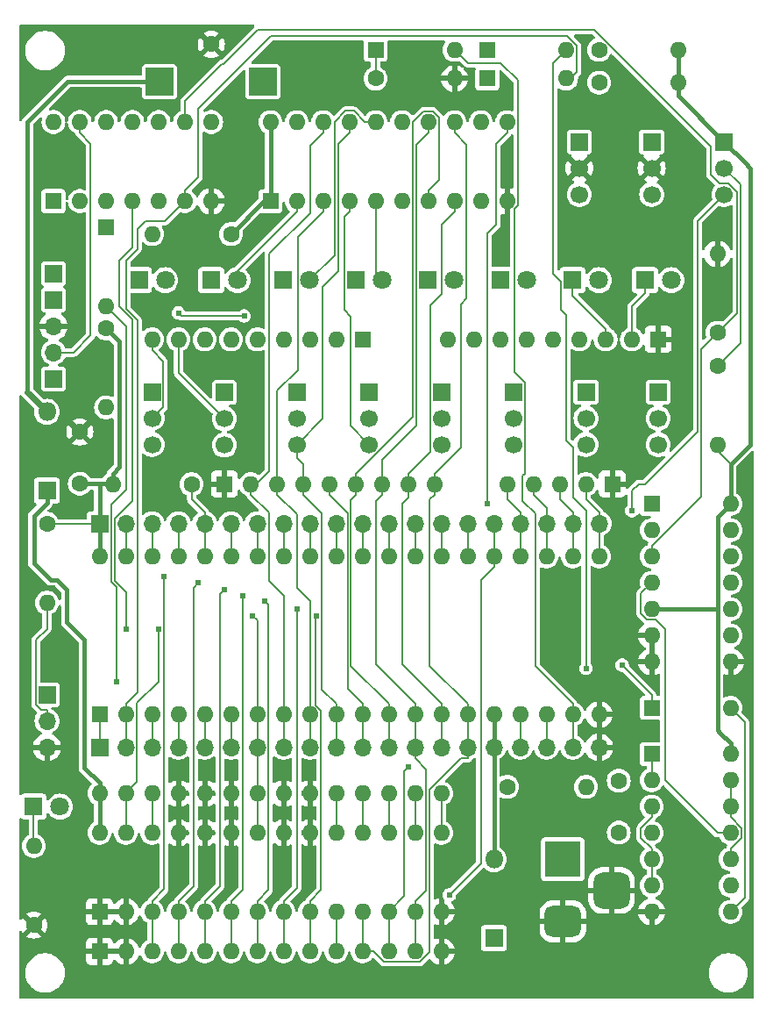
<source format=gtl>
G04 #@! TF.GenerationSoftware,KiCad,Pcbnew,8.0.6-8.0.6-0~ubuntu22.04.1*
G04 #@! TF.CreationDate,2024-11-27T22:38:52+09:00*
G04 #@! TF.ProjectId,cosmac_toy_v2,636f736d-6163-45f7-946f-795f76322e6b,0.1*
G04 #@! TF.SameCoordinates,PX1d11680PY907ef78*
G04 #@! TF.FileFunction,Copper,L1,Top*
G04 #@! TF.FilePolarity,Positive*
%FSLAX46Y46*%
G04 Gerber Fmt 4.6, Leading zero omitted, Abs format (unit mm)*
G04 Created by KiCad (PCBNEW 8.0.6-8.0.6-0~ubuntu22.04.1) date 2024-11-27 22:38:52*
%MOMM*%
%LPD*%
G01*
G04 APERTURE LIST*
G04 Aperture macros list*
%AMRoundRect*
0 Rectangle with rounded corners*
0 $1 Rounding radius*
0 $2 $3 $4 $5 $6 $7 $8 $9 X,Y pos of 4 corners*
0 Add a 4 corners polygon primitive as box body*
4,1,4,$2,$3,$4,$5,$6,$7,$8,$9,$2,$3,0*
0 Add four circle primitives for the rounded corners*
1,1,$1+$1,$2,$3*
1,1,$1+$1,$4,$5*
1,1,$1+$1,$6,$7*
1,1,$1+$1,$8,$9*
0 Add four rect primitives between the rounded corners*
20,1,$1+$1,$2,$3,$4,$5,0*
20,1,$1+$1,$4,$5,$6,$7,0*
20,1,$1+$1,$6,$7,$8,$9,0*
20,1,$1+$1,$8,$9,$2,$3,0*%
G04 Aperture macros list end*
G04 #@! TA.AperFunction,ComponentPad*
%ADD10C,1.600000*%
G04 #@! TD*
G04 #@! TA.AperFunction,ComponentPad*
%ADD11O,1.600000X1.600000*%
G04 #@! TD*
G04 #@! TA.AperFunction,ComponentPad*
%ADD12R,1.600000X1.600000*%
G04 #@! TD*
G04 #@! TA.AperFunction,ComponentPad*
%ADD13R,1.700000X1.700000*%
G04 #@! TD*
G04 #@! TA.AperFunction,ComponentPad*
%ADD14O,1.700000X1.700000*%
G04 #@! TD*
G04 #@! TA.AperFunction,ComponentPad*
%ADD15C,1.700000*%
G04 #@! TD*
G04 #@! TA.AperFunction,ComponentPad*
%ADD16R,1.800000X1.800000*%
G04 #@! TD*
G04 #@! TA.AperFunction,ComponentPad*
%ADD17C,1.800000*%
G04 #@! TD*
G04 #@! TA.AperFunction,ComponentPad*
%ADD18R,3.500000X3.500000*%
G04 #@! TD*
G04 #@! TA.AperFunction,ComponentPad*
%ADD19RoundRect,0.750000X1.000000X-0.750000X1.000000X0.750000X-1.000000X0.750000X-1.000000X-0.750000X0*%
G04 #@! TD*
G04 #@! TA.AperFunction,ComponentPad*
%ADD20RoundRect,0.875000X0.875000X-0.875000X0.875000X0.875000X-0.875000X0.875000X-0.875000X-0.875000X0*%
G04 #@! TD*
G04 #@! TA.AperFunction,ComponentPad*
%ADD21O,1.800000X1.800000*%
G04 #@! TD*
G04 #@! TA.AperFunction,ComponentPad*
%ADD22R,2.700000X2.700000*%
G04 #@! TD*
G04 #@! TA.AperFunction,ViaPad*
%ADD23C,0.609600*%
G04 #@! TD*
G04 #@! TA.AperFunction,Conductor*
%ADD24C,0.152400*%
G04 #@! TD*
G04 #@! TA.AperFunction,Conductor*
%ADD25C,0.400000*%
G04 #@! TD*
G04 #@! TA.AperFunction,Conductor*
%ADD26C,0.600000*%
G04 #@! TD*
G04 APERTURE END LIST*
D10*
X8890000Y65180000D03*
D11*
X8890000Y57560000D03*
D12*
X61595000Y24130000D03*
D11*
X61595000Y21590000D03*
X61595000Y19050000D03*
X61595000Y16510000D03*
X61595000Y13970000D03*
X61595000Y11430000D03*
X61595000Y8890000D03*
X69215000Y8890000D03*
X69215000Y11430000D03*
X69215000Y13970000D03*
X69215000Y16510000D03*
X69215000Y19050000D03*
X69215000Y21590000D03*
X69215000Y24130000D03*
D10*
X20955000Y74295000D03*
D11*
X13335000Y74295000D03*
D13*
X8255000Y46355000D03*
D14*
X10795000Y46355000D03*
X13335000Y46355000D03*
X15875000Y46355000D03*
X18415000Y46355000D03*
X20955000Y46355000D03*
X23495000Y46355000D03*
X26035000Y46355000D03*
X28575000Y46355000D03*
X31115000Y46355000D03*
X33655000Y46355000D03*
X36195000Y46355000D03*
X38735000Y46355000D03*
X41275000Y46355000D03*
X43815000Y46355000D03*
X46355000Y46355000D03*
X48895000Y46355000D03*
X51435000Y46355000D03*
X53975000Y46355000D03*
X56515000Y46355000D03*
D13*
X8255000Y24765000D03*
D14*
X10795000Y24765000D03*
X13335000Y24765000D03*
X15875000Y24765000D03*
X18415000Y24765000D03*
X20955000Y24765000D03*
X23495000Y24765000D03*
X26035000Y24765000D03*
X28575000Y24765000D03*
X31115000Y24765000D03*
X33655000Y24765000D03*
X36195000Y24765000D03*
X38735000Y24765000D03*
X41275000Y24765000D03*
X43815000Y24765000D03*
X46355000Y24765000D03*
X48895000Y24765000D03*
X51435000Y24765000D03*
X53975000Y24765000D03*
X56515000Y24765000D03*
D13*
X27305000Y59055000D03*
D15*
X27305000Y56515000D03*
X27305000Y53975000D03*
D10*
X56515000Y88900000D03*
D11*
X64135000Y88900000D03*
D12*
X61595000Y48260000D03*
D11*
X61595000Y45720000D03*
X61595000Y43180000D03*
X61595000Y40640000D03*
X61595000Y38100000D03*
X61595000Y35560000D03*
X61595000Y33020000D03*
X69215000Y33020000D03*
X69215000Y35560000D03*
X69215000Y38100000D03*
X69215000Y40640000D03*
X69215000Y43180000D03*
X69215000Y45720000D03*
X69215000Y48260000D03*
D10*
X3175000Y46355000D03*
D11*
X3175000Y38735000D03*
D12*
X3805000Y77480000D03*
D11*
X6345000Y77480000D03*
X8885000Y77480000D03*
X11425000Y77480000D03*
X13965000Y77480000D03*
X16505000Y77480000D03*
X19045000Y77480000D03*
X19045000Y85100000D03*
X16505000Y85100000D03*
X13965000Y85100000D03*
X11425000Y85100000D03*
X8885000Y85100000D03*
X6345000Y85100000D03*
X3805000Y85100000D03*
D16*
X60955000Y69850000D03*
D17*
X63495000Y69850000D03*
D10*
X6350000Y50205000D03*
X6350000Y55205000D03*
D16*
X40000000Y69850000D03*
D17*
X42540000Y69850000D03*
D10*
X1905000Y7620000D03*
D11*
X1905000Y15240000D03*
D13*
X13335000Y59055000D03*
D15*
X13335000Y56515000D03*
X13335000Y53975000D03*
D10*
X17145000Y50165000D03*
D11*
X9525000Y50165000D03*
D16*
X19045000Y69850000D03*
D17*
X21585000Y69850000D03*
D10*
X67945000Y61595000D03*
D11*
X67945000Y53975000D03*
D12*
X24765000Y77470000D03*
D11*
X27305000Y77470000D03*
X29845000Y77470000D03*
X32385000Y77470000D03*
X34925000Y77470000D03*
X37465000Y77470000D03*
X40005000Y77470000D03*
X42545000Y77470000D03*
X45085000Y77470000D03*
X47625000Y77470000D03*
X47625000Y85090000D03*
X45085000Y85090000D03*
X42545000Y85090000D03*
X40005000Y85090000D03*
X37465000Y85090000D03*
X34925000Y85090000D03*
X32385000Y85090000D03*
X29845000Y85090000D03*
X27305000Y85090000D03*
X24765000Y85090000D03*
D16*
X1900000Y19050000D03*
D17*
X4440000Y19050000D03*
D13*
X41275000Y59055000D03*
D15*
X41275000Y56515000D03*
X41275000Y53975000D03*
D18*
X53017500Y13970000D03*
D19*
X53017500Y7970000D03*
D20*
X57717500Y10970000D03*
D12*
X57785000Y50165000D03*
D11*
X55245000Y50165000D03*
X52705000Y50165000D03*
X50165000Y50165000D03*
X47625000Y50165000D03*
D13*
X3175000Y29845000D03*
D14*
X3175000Y27305000D03*
X3175000Y24765000D03*
D13*
X61595000Y83185000D03*
D15*
X61595000Y80645000D03*
X61595000Y78105000D03*
D13*
X48260000Y59015000D03*
D15*
X48260000Y56475000D03*
X48260000Y53935000D03*
D12*
X8255000Y8905000D03*
D11*
X10795000Y8905000D03*
X13335000Y8905000D03*
X15875000Y8905000D03*
X18415000Y8905000D03*
X20955000Y8905000D03*
X23495000Y8905000D03*
X26035000Y8905000D03*
X28575000Y8905000D03*
X31115000Y8905000D03*
X33655000Y8905000D03*
X36195000Y8905000D03*
X38735000Y8905000D03*
X41275000Y8905000D03*
X41275000Y16525000D03*
X38735000Y16525000D03*
X36195000Y16525000D03*
X33655000Y16525000D03*
X31115000Y16525000D03*
X28575000Y16525000D03*
X26035000Y16525000D03*
X23495000Y16525000D03*
X20955000Y16525000D03*
X18415000Y16525000D03*
X15875000Y16525000D03*
X13335000Y16525000D03*
X10795000Y16525000D03*
X8255000Y16525000D03*
D16*
X26030000Y69850000D03*
D17*
X28570000Y69850000D03*
D13*
X55245000Y59055000D03*
D15*
X55245000Y56515000D03*
X55245000Y53975000D03*
D13*
X62230000Y59055000D03*
D15*
X62230000Y56515000D03*
X62230000Y53975000D03*
D16*
X3175000Y49530000D03*
D21*
X3175000Y57150000D03*
D12*
X8890000Y74930000D03*
D11*
X8890000Y67310000D03*
D12*
X8255000Y5080000D03*
D11*
X10795000Y5080000D03*
X13335000Y5080000D03*
X15875000Y5080000D03*
X18415000Y5080000D03*
X20955000Y5080000D03*
X23495000Y5080000D03*
X26035000Y5080000D03*
X28575000Y5080000D03*
X31115000Y5080000D03*
X33655000Y5080000D03*
X36195000Y5080000D03*
X38735000Y5080000D03*
X41275000Y5080000D03*
X41275000Y20320000D03*
X38735000Y20320000D03*
X36195000Y20320000D03*
X33655000Y20320000D03*
X31115000Y20320000D03*
X28575000Y20320000D03*
X26035000Y20320000D03*
X23495000Y20320000D03*
X20955000Y20320000D03*
X18415000Y20320000D03*
X15875000Y20320000D03*
X13335000Y20320000D03*
X10795000Y20320000D03*
X8255000Y20320000D03*
D16*
X12065000Y69850000D03*
D17*
X14605000Y69850000D03*
D10*
X56515000Y92075000D03*
D11*
X64135000Y92075000D03*
D13*
X3810000Y70485000D03*
X3810000Y60325000D03*
X3810000Y67945000D03*
D14*
X3810000Y65405000D03*
X3810000Y62865000D03*
D10*
X58420000Y21550000D03*
X58420000Y16550000D03*
D13*
X34290000Y59055000D03*
D15*
X34290000Y56515000D03*
X34290000Y53975000D03*
D10*
X47625000Y20955000D03*
D11*
X55245000Y20955000D03*
D10*
X34925000Y89300000D03*
D11*
X42545000Y89300000D03*
D12*
X33655000Y64135000D03*
D11*
X31115000Y64135000D03*
X28575000Y64135000D03*
X26035000Y64135000D03*
X23495000Y64135000D03*
X20955000Y64135000D03*
X18415000Y64135000D03*
X15875000Y64135000D03*
X13335000Y64135000D03*
D13*
X54610000Y83185000D03*
D15*
X54610000Y80645000D03*
X54610000Y78105000D03*
D10*
X67945000Y64770000D03*
D11*
X67945000Y72390000D03*
D12*
X61595000Y28575000D03*
D11*
X69215000Y28575000D03*
D16*
X33015000Y69850000D03*
D17*
X35555000Y69850000D03*
D12*
X45720000Y89300000D03*
D11*
X53340000Y89300000D03*
D12*
X34925000Y92075000D03*
D11*
X42545000Y92075000D03*
D12*
X20320000Y50165000D03*
D11*
X22860000Y50165000D03*
X25400000Y50165000D03*
X27940000Y50165000D03*
X30480000Y50165000D03*
X33020000Y50165000D03*
X35560000Y50165000D03*
X38100000Y50165000D03*
X40640000Y50165000D03*
D13*
X20320000Y59015000D03*
D15*
X20320000Y56475000D03*
X20320000Y53935000D03*
D22*
X14050000Y89005000D03*
X24050000Y89005000D03*
D10*
X19050000Y92605000D03*
D13*
X68580000Y83185000D03*
D15*
X68580000Y80645000D03*
X68580000Y78105000D03*
D16*
X46355000Y6350000D03*
D21*
X46355000Y13970000D03*
D12*
X62230000Y64135000D03*
D11*
X59690000Y64135000D03*
X57150000Y64135000D03*
X54610000Y64135000D03*
X52070000Y64135000D03*
X49530000Y64135000D03*
X46990000Y64135000D03*
X44450000Y64135000D03*
X41910000Y64135000D03*
D16*
X53970000Y69850000D03*
D17*
X56510000Y69850000D03*
D12*
X45720000Y92075000D03*
D11*
X53340000Y92075000D03*
D16*
X46985000Y69850000D03*
D17*
X49525000Y69850000D03*
D12*
X8255000Y27940000D03*
D11*
X10795000Y27940000D03*
X13335000Y27940000D03*
X15875000Y27940000D03*
X18415000Y27940000D03*
X20955000Y27940000D03*
X23495000Y27940000D03*
X26035000Y27940000D03*
X28575000Y27940000D03*
X31115000Y27940000D03*
X33655000Y27940000D03*
X36195000Y27940000D03*
X38735000Y27940000D03*
X41275000Y27940000D03*
X43815000Y27940000D03*
X46355000Y27940000D03*
X48895000Y27940000D03*
X51435000Y27940000D03*
X53975000Y27940000D03*
X56515000Y27940000D03*
X56515000Y43180000D03*
X53975000Y43180000D03*
X51435000Y43180000D03*
X48895000Y43180000D03*
X46355000Y43180000D03*
X43815000Y43180000D03*
X41275000Y43180000D03*
X38735000Y43180000D03*
X36195000Y43180000D03*
X33655000Y43180000D03*
X31115000Y43180000D03*
X28575000Y43180000D03*
X26035000Y43180000D03*
X23495000Y43180000D03*
X20955000Y43180000D03*
X18415000Y43180000D03*
X15875000Y43180000D03*
X13335000Y43180000D03*
X10795000Y43180000D03*
X8255000Y43180000D03*
D23*
X9919900Y31115000D03*
X14489700Y41275000D03*
X17780000Y40640000D03*
X20292200Y40005000D03*
X22061600Y39370000D03*
X24243600Y38866000D03*
X27305000Y38100000D03*
X29210000Y37465000D03*
X42053500Y10525000D03*
X58737500Y32703000D03*
X55245000Y32385000D03*
X15875000Y66675000D03*
X22225000Y66379000D03*
X23052500Y37431000D03*
X38100000Y22860000D03*
X59690000Y47597000D03*
X13956300Y36195000D03*
X45720000Y48260000D03*
X10795000Y36195000D03*
D24*
X61595000Y21590000D02*
X61595000Y24130000D01*
X15875000Y27940000D02*
X15875000Y24765000D01*
X50165000Y49135000D02*
X51435000Y47865000D01*
X50165000Y50165000D02*
X50165000Y49135000D01*
X51435000Y47865000D02*
X51435000Y46355000D01*
X51435000Y43180000D02*
X51435000Y46355000D01*
X52705000Y48705000D02*
X53975000Y47435000D01*
X53975000Y47435000D02*
X53975000Y46355000D01*
X52705000Y50165000D02*
X52705000Y48705000D01*
X53975000Y46355000D02*
X53975000Y43180000D01*
X55245000Y50165000D02*
X55245000Y48705000D01*
X55245000Y48705000D02*
X56515000Y47435000D01*
X56515000Y43180000D02*
X56515000Y46355000D01*
X56515000Y47435000D02*
X56515000Y46355000D01*
X53975000Y28970000D02*
X53975000Y27940000D01*
X43815000Y90805000D02*
X46990000Y90805000D01*
X48655300Y89139700D02*
X48655300Y77043200D01*
X50354700Y32591000D02*
X53975000Y28970000D01*
X48655300Y77043200D02*
X48347000Y76734900D01*
X48347000Y76734900D02*
X48347000Y60953700D01*
X49340300Y51195000D02*
X49131900Y50987000D01*
X42545000Y92075000D02*
X43815000Y90805000D01*
X49340300Y59960400D02*
X49340300Y51195000D01*
X49131900Y48545000D02*
X50354700Y47322000D01*
X46990000Y90805000D02*
X48655300Y89139700D01*
X48347000Y60953700D02*
X49340300Y59960400D01*
X53975000Y24765000D02*
X53975000Y27940000D01*
X50354700Y47322000D02*
X50354700Y32591000D01*
X49131900Y50987000D02*
X49131900Y48545000D01*
X51435000Y27940000D02*
X51435000Y24765000D01*
X9919900Y40199000D02*
X9399800Y40719000D01*
X9399800Y48204000D02*
X10795000Y49599000D01*
X10795000Y65405000D02*
X8890000Y67310000D01*
X9399800Y40719000D02*
X9399800Y48204000D01*
X18415000Y24765000D02*
X18415000Y27940000D01*
X10795000Y49599000D02*
X10795000Y65405000D01*
X9919900Y31115000D02*
X9919900Y40199000D01*
X23495000Y43180000D02*
X23495000Y46355000D01*
X26035000Y43180000D02*
X26035000Y46355000D01*
X48895000Y27940000D02*
X48895000Y24765000D01*
X13335000Y9920000D02*
X13335000Y8905000D01*
X14489700Y41275000D02*
X14489700Y11075000D01*
X28575000Y43180000D02*
X28575000Y46355000D01*
X14489700Y11075000D02*
X13335000Y9920000D01*
X13335000Y8905000D02*
X13335000Y5080000D01*
X17326000Y40186000D02*
X17326000Y11371000D01*
X31115000Y43180000D02*
X31115000Y46355000D01*
X17780000Y40640000D02*
X17326000Y40186000D01*
X15875000Y9920000D02*
X15875000Y8905000D01*
X17326000Y11371000D02*
X15875000Y9920000D01*
X15875000Y8905000D02*
X15875000Y5080000D01*
X20292200Y40005000D02*
X19866000Y39579000D01*
X18415000Y9920000D02*
X18415000Y8905000D01*
X19866000Y39579000D02*
X19866000Y11371000D01*
X18415000Y8905000D02*
X18415000Y5080000D01*
X19866000Y11371000D02*
X18415000Y9920000D01*
X33655000Y43180000D02*
X33655000Y46355000D01*
X36195000Y43180000D02*
X36195000Y46355000D01*
X22061600Y11027000D02*
X20955000Y9920000D01*
X20955000Y9920000D02*
X20955000Y8905000D01*
X22061600Y39370000D02*
X22061600Y11027000D01*
X20955000Y8905000D02*
X20955000Y5080000D01*
X23495000Y5080000D02*
X23495000Y8905000D01*
X24579900Y11005000D02*
X23495000Y9920000D01*
X23495000Y9920000D02*
X23495000Y8905000D01*
X24243600Y38866000D02*
X24579900Y38530000D01*
X24579900Y38530000D02*
X24579900Y11005000D01*
X38735000Y43180000D02*
X38735000Y46355000D01*
X26035000Y9920000D02*
X26035000Y8905000D01*
X26035000Y8905000D02*
X26035000Y5080000D01*
X27305000Y11190000D02*
X26035000Y9920000D01*
X41275000Y43180000D02*
X41275000Y46355000D01*
X27305000Y38100000D02*
X27305000Y11190000D01*
X43815000Y43180000D02*
X43815000Y46355000D01*
X29674300Y28298000D02*
X29674300Y11020000D01*
X28575000Y9920000D02*
X28575000Y8905000D01*
X29674300Y11020000D02*
X28575000Y9920000D01*
X28575000Y8905000D02*
X28575000Y5080000D01*
X29210000Y37465000D02*
X29162200Y37417000D01*
X29162200Y37417000D02*
X29162200Y28810000D01*
X29162200Y28810000D02*
X29674300Y28298000D01*
X45085000Y40880000D02*
X45085000Y13557000D01*
X46355000Y43180000D02*
X46355000Y42150000D01*
X46355000Y43180000D02*
X46355000Y46355000D01*
X45085000Y13557000D02*
X42053500Y10525000D01*
X31115000Y5080000D02*
X31115000Y8905000D01*
X46355000Y42150000D02*
X45085000Y40880000D01*
D25*
X5185000Y89005000D02*
X1270000Y85090000D01*
X1270000Y85090000D02*
X1270000Y59055000D01*
X14050000Y89005000D02*
X5185000Y89005000D01*
D26*
X1270000Y59055000D02*
X3175000Y57150000D01*
D24*
X8255000Y27940000D02*
X8255000Y24765000D01*
X2094700Y35129000D02*
X3175000Y36209000D01*
X2094700Y28875000D02*
X2094700Y35129000D01*
X2584200Y28385000D02*
X2094700Y28875000D01*
X3175000Y28385000D02*
X2584200Y28385000D01*
X58737500Y32703000D02*
X61595000Y29845000D01*
X61595000Y29845000D02*
X61595000Y28575000D01*
X13335000Y20320000D02*
X13335000Y16525000D01*
X3175000Y36209000D02*
X3175000Y38735000D01*
X3175000Y27305000D02*
X3175000Y28385000D01*
X52070000Y90805000D02*
X53340000Y92075000D01*
X70579000Y27211000D02*
X70579000Y10254000D01*
X52839700Y69715300D02*
X52070000Y70485000D01*
X55245000Y32385000D02*
X55245000Y47595000D01*
X53340000Y66450700D02*
X52839700Y66951000D01*
X52839700Y66951000D02*
X52839700Y69715300D01*
X53340000Y54354400D02*
X53340000Y66450700D01*
X69215000Y28575000D02*
X70579000Y27211000D01*
X52070000Y70485000D02*
X52070000Y90805000D01*
X70579000Y10254000D02*
X69215000Y8890000D01*
X53975000Y48865000D02*
X53975000Y53719400D01*
X55245000Y47595000D02*
X53975000Y48865000D01*
X13335000Y27940000D02*
X13335000Y24765000D01*
X53975000Y53719400D02*
X53340000Y54354400D01*
X61595000Y18020000D02*
X61595000Y19050000D01*
X61595000Y15000000D02*
X60556000Y16039000D01*
X61595000Y11430000D02*
X61595000Y13970000D01*
X61595000Y13970000D02*
X61595000Y15000000D01*
X60556000Y16039000D02*
X60556000Y16981000D01*
X60556000Y16981000D02*
X61595000Y18020000D01*
X48895000Y46355000D02*
X48895000Y43180000D01*
X47625000Y48705000D02*
X48895000Y47435000D01*
X47625000Y50165000D02*
X47625000Y48705000D01*
X48895000Y47435000D02*
X48895000Y46355000D01*
X10795000Y27940000D02*
X10795000Y28970000D01*
X14590000Y75565000D02*
X16505000Y77480000D01*
X17775000Y86357100D02*
X24826300Y93408400D01*
X10795000Y67106100D02*
X10795000Y71755000D01*
X53461300Y93408400D02*
X54368600Y92501100D01*
X11896000Y30071000D02*
X11896000Y66005100D01*
X10795000Y24765000D02*
X10795000Y27940000D01*
X10795000Y28970000D02*
X11896000Y30071000D01*
X17775000Y79780300D02*
X17775000Y86357100D01*
X11896000Y66005100D02*
X10795000Y67106100D01*
X54368600Y92501100D02*
X54368600Y89928600D01*
X54368600Y89928600D02*
X53540000Y89100000D01*
X16505000Y77480000D02*
X16505000Y78510300D01*
X11896000Y74761000D02*
X12700000Y75565000D01*
X24826300Y93408400D02*
X53461300Y93408400D01*
X16505000Y78510300D02*
X17775000Y79780300D01*
X10795000Y71755000D02*
X11896000Y72856000D01*
X53340000Y89300000D02*
X53540000Y89100000D01*
X12700000Y75565000D02*
X14590000Y75565000D01*
X11896000Y72856000D02*
X11896000Y74761000D01*
X35560000Y49135000D02*
X34925000Y48500000D01*
X35560000Y52486300D02*
X35560000Y50165000D01*
X34925000Y48500000D02*
X34925000Y32780000D01*
X40005000Y85090000D02*
X40005000Y84059700D01*
X38735000Y9920000D02*
X38735000Y8905000D01*
X38735000Y28970000D02*
X38735000Y27940000D01*
X38735000Y27940000D02*
X38735000Y24765000D01*
X40005000Y84059700D02*
X38869600Y82924300D01*
X38869600Y55795900D02*
X35560000Y52486300D01*
X38869600Y82924300D02*
X38869600Y55795900D01*
X39778800Y22641000D02*
X39778800Y10964000D01*
X39778800Y10964000D02*
X38735000Y9920000D01*
X38735000Y5080000D02*
X38735000Y8905000D01*
X34925000Y32780000D02*
X38735000Y28970000D01*
X38735000Y23685000D02*
X39778800Y22641000D01*
X35560000Y50165000D02*
X35560000Y49135000D01*
X38735000Y24765000D02*
X38735000Y23685000D01*
X32492900Y55772100D02*
X34290000Y53975000D01*
X33655000Y28970000D02*
X32232400Y30393000D01*
X32492900Y66342800D02*
X32492900Y55772100D01*
X30480000Y49135000D02*
X30480000Y50165000D01*
X32232400Y30393000D02*
X32232400Y47382000D01*
X33655000Y27940000D02*
X33655000Y28970000D01*
X32385000Y76439700D02*
X31884700Y75939400D01*
X31884700Y66951000D02*
X32492900Y66342800D01*
X38735000Y20320000D02*
X38735000Y16525000D01*
X31884700Y75939400D02*
X31884700Y66951000D01*
X32232400Y47382000D02*
X30480000Y49135000D01*
X32385000Y77470000D02*
X32385000Y76439700D01*
X33655000Y27940000D02*
X33655000Y24765000D01*
D25*
X6775600Y22830000D02*
X8255000Y21350000D01*
X8255000Y21350000D02*
X8255000Y20320000D01*
X4152600Y40932000D02*
X5080000Y40005000D01*
X3175000Y48400000D02*
X1905000Y47130000D01*
X3517600Y40932000D02*
X4152600Y40932000D01*
X6775600Y35119000D02*
X6775600Y22830000D01*
X5080000Y40005000D02*
X5080000Y36815000D01*
X8255000Y20320000D02*
X8255000Y16525000D01*
X3175000Y49530000D02*
X3175000Y48400000D01*
X5080000Y36815000D02*
X6775600Y35119000D01*
X1905000Y42545000D02*
X3517600Y40932000D01*
X1905000Y47130000D02*
X1905000Y42545000D01*
D24*
X69215000Y21590000D02*
X69215000Y19050000D01*
X70274000Y16059000D02*
X70274000Y16961000D01*
X69215000Y18020000D02*
X69215000Y19050000D01*
X69215000Y13970000D02*
X69215000Y15000000D01*
X69215000Y15000000D02*
X70274000Y16059000D01*
X70274000Y16961000D02*
X69215000Y18020000D01*
X20955000Y27940000D02*
X20955000Y24765000D01*
D25*
X8255000Y43180000D02*
X8255000Y46355000D01*
X24765000Y85090000D02*
X24765000Y77470000D01*
X67945000Y26430000D02*
X67945000Y38100000D01*
X8255000Y50205000D02*
X6350000Y50205000D01*
X67945000Y46990000D02*
X69215000Y48260000D01*
X61595000Y38100000D02*
X67945000Y38100000D01*
X69215000Y52070000D02*
X69215000Y48260000D01*
X64135000Y88900000D02*
X64135000Y92075000D01*
D24*
X64135000Y88265000D02*
X64135000Y88900000D01*
X8890000Y50165000D02*
X8850000Y50205000D01*
D25*
X68580000Y83185000D02*
X64135000Y87630000D01*
X10160000Y63910000D02*
X8890000Y65180000D01*
X46355000Y27940000D02*
X46355000Y24765000D01*
X67945000Y38100000D02*
X67945000Y46990000D01*
D24*
X9525000Y50165000D02*
X8890000Y50165000D01*
X15875000Y43180000D02*
X15875000Y46355000D01*
X3175000Y46355000D02*
X8255000Y46355000D01*
D25*
X8255000Y50205000D02*
X8255000Y46355000D01*
X68155400Y26220000D02*
X67945000Y26430000D01*
X70583000Y81181600D02*
X70583400Y81181600D01*
X24765000Y77470000D02*
X24130000Y77470000D01*
X9525000Y50165000D02*
X9525000Y51195000D01*
X69215000Y25160000D02*
X68155400Y26220000D01*
X68580000Y83185000D02*
X70583000Y81181600D01*
X69215000Y24130000D02*
X69215000Y25160000D01*
X24130000Y77470000D02*
X20955000Y74295000D01*
X8850000Y50205000D02*
X8255000Y50205000D01*
X10160000Y51830000D02*
X10160000Y63910000D01*
X71120000Y80645000D02*
X71120000Y53975000D01*
X70583400Y81181600D02*
X71120000Y80645000D01*
X46355000Y13970000D02*
X46355000Y24765000D01*
D24*
X67945000Y53340000D02*
X69215000Y52070000D01*
D25*
X9525000Y51195000D02*
X10160000Y51830000D01*
D24*
X67945000Y53975000D02*
X67945000Y53340000D01*
D25*
X71120000Y53975000D02*
X69215000Y52070000D01*
X64135000Y87630000D02*
X64135000Y88265000D01*
D24*
X67310000Y82734700D02*
X56064700Y93980000D01*
X69850000Y78360400D02*
X69026800Y79183600D01*
X20218400Y90703400D02*
X20099100Y90703400D01*
X23495000Y93980000D02*
X20218400Y90703400D01*
X69026800Y79183600D02*
X68136400Y79183600D01*
X66344800Y63169800D02*
X69850000Y66675000D01*
X68136400Y79183600D02*
X67310000Y80010000D01*
X61595000Y44210000D02*
X66344800Y48959800D01*
X16510000Y85105000D02*
X16505000Y85100000D01*
X66344800Y48959800D02*
X66344800Y63169800D01*
X69850000Y66675000D02*
X69850000Y78360400D01*
X16510000Y87114300D02*
X16510000Y85105000D01*
X61595000Y43180000D02*
X61595000Y44210000D01*
X56064700Y93980000D02*
X23495000Y93980000D01*
X67310000Y80010000D02*
X67310000Y82734700D01*
X20099100Y90703400D02*
X16510000Y87114300D01*
X10795000Y43180000D02*
X10795000Y46355000D01*
X18415000Y43180000D02*
X18415000Y46355000D01*
X18415000Y47435000D02*
X17145000Y48705000D01*
X17145000Y48705000D02*
X17145000Y50165000D01*
X18415000Y46355000D02*
X18415000Y47435000D01*
X60955000Y68575000D02*
X60955000Y69850000D01*
X59690000Y64135000D02*
X59690000Y67310000D01*
X59690000Y67310000D02*
X60955000Y68575000D01*
X69215000Y16510000D02*
X67945000Y16510000D01*
X62865000Y21590000D02*
X62865000Y36194600D01*
X60554900Y39600000D02*
X61595000Y40640000D01*
X62865000Y36194600D02*
X61988600Y37071000D01*
X60554900Y37685000D02*
X60554900Y39600000D01*
X67945000Y16510000D02*
X62865000Y21590000D01*
X61988600Y37071000D02*
X61168900Y37071000D01*
X61168900Y37071000D02*
X60554900Y37685000D01*
X26035000Y27940000D02*
X26035000Y39370000D01*
X22860000Y49135000D02*
X22860000Y49650000D01*
X26035000Y27940000D02*
X26035000Y24765000D01*
X24660600Y72376000D02*
X24660600Y51451000D01*
X24660600Y51451000D02*
X22860000Y49650000D01*
X24596200Y47399000D02*
X22860000Y49135000D01*
X28575000Y82789700D02*
X28575000Y76290400D01*
X24596200Y40809000D02*
X24596200Y47399000D01*
X26035000Y39370000D02*
X24596200Y40809000D01*
X28575000Y76290400D02*
X24660600Y72376000D01*
X29845000Y85090000D02*
X29845000Y84059700D01*
X22860000Y50165000D02*
X22860000Y49650000D01*
X29845000Y84059700D02*
X28575000Y82789700D01*
X31115000Y20320000D02*
X31115000Y16525000D01*
X29845000Y76439700D02*
X27403500Y73998200D01*
X29845000Y77470000D02*
X29845000Y76439700D01*
X28575000Y27940000D02*
X28575000Y24765000D01*
X28575000Y27940000D02*
X28575000Y38894000D01*
X27305000Y47230000D02*
X25400000Y49135000D01*
X33655000Y20320000D02*
X33655000Y16525000D01*
X25400000Y49135000D02*
X25400000Y50165000D01*
X27403500Y73998200D02*
X27403500Y61179200D01*
X28575000Y38894000D02*
X27305000Y40164000D01*
X27403500Y61179200D02*
X25400000Y59175700D01*
X25400000Y59175700D02*
X25400000Y50165000D01*
X27305000Y40164000D02*
X27305000Y47230000D01*
X57150000Y64135000D02*
X57150000Y65165300D01*
X53970000Y68345300D02*
X53970000Y69850000D01*
X57150000Y65165300D02*
X53970000Y68345300D01*
X34925000Y70480000D02*
X35555000Y69850000D01*
X34925000Y77470000D02*
X34925000Y70480000D01*
X33894700Y85090000D02*
X32810200Y86174500D01*
X32005500Y86174500D02*
X30960500Y85129500D01*
X34925000Y85090000D02*
X33894700Y85090000D01*
X30960500Y72240500D02*
X28570000Y69850000D01*
X32810200Y86174500D02*
X32005500Y86174500D01*
X30960500Y85129500D02*
X30960500Y72240500D01*
X21585000Y70719700D02*
X21585000Y69850000D01*
X27305000Y77470000D02*
X27305000Y76439700D01*
X27305000Y76439700D02*
X21585000Y70719700D01*
X16171000Y66379000D02*
X15875000Y66675000D01*
X22225000Y66379000D02*
X16171000Y66379000D01*
X5715000Y62865000D02*
X3810000Y62865000D01*
X6345000Y85100000D02*
X6345000Y84069700D01*
X7404600Y64554600D02*
X5715000Y62865000D01*
X7404600Y83010100D02*
X7404600Y64554600D01*
X6345000Y84069700D02*
X7404600Y83010100D01*
X43180000Y67535800D02*
X43708900Y68064700D01*
X35715800Y4049000D02*
X34685300Y5080000D01*
X43815000Y24765000D02*
X43815000Y23685000D01*
X40163700Y32622000D02*
X40163700Y48658000D01*
X40163700Y48658000D02*
X40640000Y49135000D01*
X40640000Y51195000D02*
X43180000Y53735300D01*
X43815000Y23685000D02*
X43139800Y23685000D01*
X40640000Y50165000D02*
X40640000Y51195000D01*
X33655000Y5080000D02*
X33655000Y8905000D01*
X40640000Y49135000D02*
X40640000Y50165000D01*
X43139800Y23685000D02*
X40126800Y20672000D01*
X39174200Y4049000D02*
X35715800Y4049000D01*
X40126800Y5002000D02*
X39174200Y4049000D01*
X34685300Y5080000D02*
X33655000Y5080000D01*
X43708900Y82895800D02*
X42545000Y84059700D01*
X43815000Y27940000D02*
X43815000Y28970000D01*
X40126800Y20672000D02*
X40126800Y5002000D01*
X42545000Y84059700D02*
X42545000Y85090000D01*
X43815000Y27940000D02*
X43815000Y24765000D01*
X43815000Y28970000D02*
X40163700Y32622000D01*
X43180000Y53735300D02*
X43180000Y67535800D01*
X43708900Y68064700D02*
X43708900Y82895800D01*
X34925000Y89300000D02*
X34925000Y92075000D01*
X1900000Y15245000D02*
X1905000Y15240000D01*
X1900000Y19050000D02*
X1900000Y15245000D01*
X31298400Y70685200D02*
X31298400Y82973100D01*
X27305000Y52705000D02*
X27305000Y53975000D01*
X31115000Y28970000D02*
X31115000Y27940000D01*
X29786500Y56456500D02*
X29786500Y69173300D01*
X31298400Y82973100D02*
X32385000Y84059700D01*
X27940000Y50165000D02*
X27940000Y52070000D01*
X27940000Y52070000D02*
X27305000Y52705000D01*
X27940000Y49135000D02*
X29749300Y47325000D01*
X32385000Y84059700D02*
X32385000Y85090000D01*
X27940000Y50165000D02*
X27940000Y49135000D01*
X27305000Y53975000D02*
X29786500Y56456500D01*
X36195000Y20320000D02*
X36195000Y16525000D01*
X29786500Y69173300D02*
X31298400Y70685200D01*
X29749300Y47325000D02*
X29749300Y30336000D01*
X31115000Y27940000D02*
X31115000Y24765000D01*
X29749300Y30336000D02*
X31115000Y28970000D01*
X23495000Y20320000D02*
X23495000Y24765000D01*
X23495000Y36988000D02*
X23495000Y27940000D01*
X23495000Y27940000D02*
X23495000Y24765000D01*
X23052500Y37431000D02*
X23495000Y36988000D01*
X23495000Y16525000D02*
X23495000Y20320000D01*
X41035300Y85516800D02*
X40431800Y86120300D01*
X40005000Y78500300D02*
X41035300Y79530600D01*
X33020000Y51195000D02*
X33020000Y50165000D01*
X33038100Y51195000D02*
X33020000Y51195000D01*
X38531700Y56688900D02*
X33038100Y51195000D01*
X36195000Y28970000D02*
X32538900Y32626000D01*
X38531700Y85139100D02*
X38531700Y56688900D01*
X36195000Y27940000D02*
X36195000Y28970000D01*
X33020000Y49135000D02*
X33020000Y50165000D01*
X40431800Y86120300D02*
X39512900Y86120300D01*
X41275000Y20320000D02*
X41275000Y16525000D01*
X41035300Y79530600D02*
X41035300Y85516800D01*
X36195000Y27940000D02*
X36195000Y24765000D01*
X32538900Y48654000D02*
X33020000Y49135000D01*
X32538900Y32626000D02*
X32538900Y48654000D01*
X39512900Y86120300D02*
X38531700Y85139100D01*
X40005000Y77470000D02*
X40005000Y78500300D01*
X41288400Y75183100D02*
X42545000Y76439700D01*
X36195000Y8905000D02*
X36195000Y5080000D01*
X37706400Y22466000D02*
X37706400Y10416000D01*
X41275000Y28970000D02*
X37465000Y32780000D01*
X37465000Y48260000D02*
X38100000Y48895000D01*
X41275000Y27940000D02*
X41275000Y24765000D01*
X37465000Y32780000D02*
X37465000Y48260000D01*
X42545000Y76439700D02*
X42545000Y77470000D01*
X40194700Y53290000D02*
X40194700Y67447600D01*
X38100000Y51195000D02*
X40194700Y53290000D01*
X38100000Y50165000D02*
X38100000Y51195000D01*
X38100000Y22860000D02*
X37706400Y22466000D01*
X41288400Y68541300D02*
X41288400Y75183100D01*
X38100000Y48895000D02*
X38100000Y50165000D01*
X37706400Y10416000D02*
X36195000Y8905000D01*
X41275000Y27940000D02*
X41275000Y28970000D01*
X40194700Y67447600D02*
X41288400Y68541300D01*
X13335000Y43180000D02*
X13335000Y46355000D01*
X20955000Y43180000D02*
X20955000Y46355000D01*
X66040000Y55245000D02*
X66040000Y75565000D01*
X59690000Y49530000D02*
X60325000Y50165000D01*
X59690000Y47597000D02*
X59690000Y49530000D01*
X66040000Y75565000D02*
X68580000Y78105000D01*
X60960000Y50165000D02*
X66040000Y55245000D01*
X60325000Y50165000D02*
X60960000Y50165000D01*
X13970000Y31115000D02*
X13970000Y36181300D01*
X68580000Y80645000D02*
X70155000Y79070200D01*
X11873600Y29018600D02*
X13970000Y31115000D01*
X70155000Y63804800D02*
X67945000Y61595000D01*
X13970000Y36181300D02*
X13956300Y36195000D01*
X10795000Y20320000D02*
X10795000Y16525000D01*
X70155000Y79070200D02*
X70155000Y63804800D01*
X10795000Y20320000D02*
X11873600Y21398600D01*
X11873600Y21398600D02*
X11873600Y29018600D01*
X14415300Y62024400D02*
X13335000Y63104700D01*
X13335000Y56515000D02*
X14415300Y57595300D01*
X14415300Y57595300D02*
X14415300Y62024400D01*
X13335000Y63104700D02*
X13335000Y64135000D01*
X20320000Y56475000D02*
X15875000Y60920000D01*
X15875000Y60920000D02*
X15875000Y64135000D01*
X46594700Y75200500D02*
X46594700Y83029400D01*
X45720000Y48260000D02*
X45720000Y74325800D01*
X45720000Y74325800D02*
X46594700Y75200500D01*
X47625000Y84059700D02*
X47625000Y85090000D01*
X46594700Y83029400D02*
X47625000Y84059700D01*
X9716400Y46802000D02*
X9716400Y40833000D01*
X11430000Y73025000D02*
X10160000Y71755000D01*
X11430000Y77475000D02*
X11430000Y73025000D01*
X11430000Y48515000D02*
X9716400Y46802000D01*
X11425000Y77480000D02*
X11430000Y77475000D01*
X11430000Y66040000D02*
X11430000Y48515000D01*
X10160000Y71755000D02*
X10160000Y67310000D01*
X9716400Y40833000D02*
X10795000Y39755000D01*
X10795000Y39755000D02*
X10795000Y36195000D01*
X10160000Y67310000D02*
X11430000Y66040000D01*
G04 #@! TA.AperFunction,Conductor*
G36*
X2617755Y85555065D02*
G01*
X2674591Y85512518D01*
X2699402Y85445998D01*
X2694913Y85402528D01*
X2669244Y85312314D01*
X2649571Y85100000D01*
X2669244Y84887689D01*
X2727593Y84682616D01*
X2727594Y84682614D01*
X2727595Y84682611D01*
X2822634Y84491745D01*
X2941532Y84334300D01*
X2951129Y84321592D01*
X3108699Y84177947D01*
X3108701Y84177946D01*
X3289974Y84065706D01*
X3289975Y84065706D01*
X3289981Y84065702D01*
X3488802Y83988679D01*
X3698390Y83949500D01*
X3698393Y83949500D01*
X3911607Y83949500D01*
X3911610Y83949500D01*
X4121198Y83988679D01*
X4320019Y84065702D01*
X4501302Y84177948D01*
X4658872Y84321593D01*
X4787366Y84491745D01*
X4882405Y84682611D01*
X4940756Y84887690D01*
X4949537Y84982462D01*
X4975739Y85048445D01*
X5033456Y85089789D01*
X5104362Y85093366D01*
X5165946Y85058040D01*
X5198656Y84995027D01*
X5200461Y84982471D01*
X5207971Y84901421D01*
X5209244Y84887689D01*
X5267593Y84682616D01*
X5267594Y84682614D01*
X5267595Y84682611D01*
X5362634Y84491745D01*
X5481532Y84334300D01*
X5491129Y84321592D01*
X5648699Y84177947D01*
X5648701Y84177946D01*
X5829979Y84065703D01*
X5829990Y84065698D01*
X5853289Y84056672D01*
X5909585Y84013414D01*
X5929481Y83971793D01*
X5945571Y83911748D01*
X5947379Y83905000D01*
X5947380Y83904998D01*
X5947381Y83904996D01*
X6003552Y83807704D01*
X6003554Y83807702D01*
X6003555Y83807700D01*
X6940996Y82870259D01*
X6975020Y82807948D01*
X6977900Y82781165D01*
X6977900Y78652568D01*
X6957898Y78584447D01*
X6904242Y78537954D01*
X6833968Y78527850D01*
X6806384Y78535076D01*
X6661199Y78591321D01*
X6570866Y78608207D01*
X6451610Y78630500D01*
X6238390Y78630500D01*
X6131791Y78610573D01*
X6028800Y78591321D01*
X5890092Y78537585D01*
X5829981Y78514298D01*
X5829980Y78514298D01*
X5829979Y78514297D01*
X5829974Y78514295D01*
X5648701Y78402055D01*
X5648699Y78402054D01*
X5491129Y78258409D01*
X5444156Y78196207D01*
X5362634Y78088255D01*
X5357655Y78078255D01*
X5267593Y77897385D01*
X5209244Y77692312D01*
X5209244Y77692310D01*
X5206962Y77667687D01*
X5180760Y77601704D01*
X5123044Y77560360D01*
X5052137Y77556783D01*
X4990553Y77592109D01*
X4957844Y77655122D01*
X4955500Y77679314D01*
X4955500Y78313256D01*
X4955500Y78313260D01*
X4945573Y78381393D01*
X4894198Y78486483D01*
X4894196Y78486486D01*
X4811485Y78569197D01*
X4811482Y78569199D01*
X4706394Y78620573D01*
X4638261Y78630500D01*
X4638260Y78630500D01*
X2971740Y78630500D01*
X2971738Y78630500D01*
X2903605Y78620573D01*
X2798517Y78569199D01*
X2798514Y78569197D01*
X2715803Y78486486D01*
X2715801Y78486483D01*
X2664427Y78381395D01*
X2654500Y78313262D01*
X2654500Y76646739D01*
X2664427Y76578606D01*
X2715801Y76473518D01*
X2715803Y76473515D01*
X2798514Y76390804D01*
X2798517Y76390802D01*
X2903607Y76339427D01*
X2971740Y76329500D01*
X2971745Y76329500D01*
X4638255Y76329500D01*
X4638260Y76329500D01*
X4706393Y76339427D01*
X4811483Y76390802D01*
X4894198Y76473517D01*
X4945573Y76578607D01*
X4955500Y76646740D01*
X4955500Y77280687D01*
X4975502Y77348808D01*
X5029158Y77395301D01*
X5099432Y77405405D01*
X5164012Y77375911D01*
X5202396Y77316185D01*
X5206961Y77292318D01*
X5207889Y77282312D01*
X5209244Y77267689D01*
X5267593Y77062616D01*
X5267594Y77062614D01*
X5267595Y77062611D01*
X5362634Y76871745D01*
X5482505Y76713012D01*
X5491129Y76701592D01*
X5648699Y76557947D01*
X5648701Y76557946D01*
X5829974Y76445706D01*
X5829975Y76445706D01*
X5829981Y76445702D01*
X6028802Y76368679D01*
X6238390Y76329500D01*
X6238393Y76329500D01*
X6451607Y76329500D01*
X6451610Y76329500D01*
X6661198Y76368679D01*
X6806384Y76424925D01*
X6877130Y76430881D01*
X6939866Y76397644D01*
X6974673Y76335766D01*
X6977900Y76307433D01*
X6977900Y64783535D01*
X6957898Y64715414D01*
X6940995Y64694440D01*
X5575160Y63328605D01*
X5512848Y63294579D01*
X5486065Y63291700D01*
X5016641Y63291700D01*
X4948520Y63311702D01*
X4903851Y63361537D01*
X4835061Y63499685D01*
X4835057Y63499690D01*
X4814625Y63526746D01*
X4803994Y63540824D01*
X4700982Y63677236D01*
X4536561Y63827125D01*
X4536560Y63827126D01*
X4353454Y63940500D01*
X4306066Y63993366D01*
X4294783Y64063461D01*
X4323187Y64128528D01*
X4359815Y64158441D01*
X4555300Y64264232D01*
X4555301Y64264233D01*
X4732902Y64402466D01*
X4885325Y64568042D01*
X5008419Y64756452D01*
X5098820Y64962544D01*
X5098823Y64962551D01*
X5146544Y65151000D01*
X4240703Y65151000D01*
X4275925Y65212007D01*
X4310000Y65339174D01*
X4310000Y65470826D01*
X4275925Y65597993D01*
X4240703Y65659000D01*
X5146544Y65659000D01*
X5146544Y65659001D01*
X5098823Y65847450D01*
X5098820Y65847457D01*
X5008419Y66053549D01*
X4885325Y66241959D01*
X4732902Y66407535D01*
X4589605Y66519068D01*
X4548134Y66576694D01*
X4544401Y66647592D01*
X4579590Y66709254D01*
X4642531Y66742102D01*
X4666996Y66744500D01*
X4693255Y66744500D01*
X4693260Y66744500D01*
X4761393Y66754427D01*
X4866483Y66805802D01*
X4949198Y66888517D01*
X5000573Y66993607D01*
X5010500Y67061740D01*
X5010500Y68828260D01*
X5000573Y68896393D01*
X4949198Y69001483D01*
X4949196Y69001486D01*
X4866485Y69084197D01*
X4866483Y69084198D01*
X4830470Y69101804D01*
X4778057Y69149690D01*
X4759854Y69218313D01*
X4781640Y69285885D01*
X4830470Y69328197D01*
X4866483Y69345802D01*
X4949198Y69428517D01*
X5000573Y69533607D01*
X5010500Y69601740D01*
X5010500Y71368260D01*
X5000573Y71436393D01*
X4949198Y71541483D01*
X4949196Y71541486D01*
X4866485Y71624197D01*
X4866482Y71624199D01*
X4761394Y71675573D01*
X4693261Y71685500D01*
X4693260Y71685500D01*
X2926740Y71685500D01*
X2926738Y71685500D01*
X2858605Y71675573D01*
X2753517Y71624199D01*
X2753514Y71624197D01*
X2670803Y71541486D01*
X2670801Y71541483D01*
X2619427Y71436395D01*
X2609500Y71368262D01*
X2609500Y69601739D01*
X2619427Y69533606D01*
X2670801Y69428518D01*
X2670803Y69428515D01*
X2753514Y69345804D01*
X2753516Y69345803D01*
X2753517Y69345802D01*
X2773246Y69336157D01*
X2789528Y69328197D01*
X2841942Y69280309D01*
X2860145Y69211686D01*
X2838358Y69144115D01*
X2789528Y69101803D01*
X2753516Y69084198D01*
X2753514Y69084197D01*
X2670803Y69001486D01*
X2670801Y69001483D01*
X2619427Y68896395D01*
X2609500Y68828262D01*
X2609500Y67061739D01*
X2619427Y66993606D01*
X2670801Y66888518D01*
X2670803Y66888515D01*
X2753514Y66805804D01*
X2753517Y66805802D01*
X2858607Y66754427D01*
X2926740Y66744500D01*
X2926745Y66744500D01*
X2953004Y66744500D01*
X3021125Y66724498D01*
X3067618Y66670842D01*
X3077722Y66600568D01*
X3048228Y66535988D01*
X3030395Y66519068D01*
X2887097Y66407535D01*
X2734674Y66241959D01*
X2611580Y66053549D01*
X2521179Y65847457D01*
X2521176Y65847450D01*
X2473455Y65659001D01*
X2473456Y65659000D01*
X3379297Y65659000D01*
X3344075Y65597993D01*
X3310000Y65470826D01*
X3310000Y65339174D01*
X3344075Y65212007D01*
X3379297Y65151000D01*
X2473455Y65151000D01*
X2521176Y64962551D01*
X2521179Y64962544D01*
X2611580Y64756452D01*
X2734674Y64568042D01*
X2887097Y64402466D01*
X3064698Y64264233D01*
X3064699Y64264232D01*
X3260184Y64158441D01*
X3310575Y64108427D01*
X3325927Y64039111D01*
X3301366Y63972498D01*
X3266546Y63940500D01*
X3083436Y63827124D01*
X2919017Y63677236D01*
X2784942Y63499690D01*
X2784938Y63499685D01*
X2685774Y63300538D01*
X2685768Y63300521D01*
X2624885Y63086540D01*
X2604357Y62865000D01*
X2624885Y62643461D01*
X2685768Y62429480D01*
X2685774Y62429463D01*
X2784938Y62230316D01*
X2784942Y62230311D01*
X2919017Y62052765D01*
X3083438Y61902876D01*
X3083439Y61902875D01*
X3272587Y61785760D01*
X3272590Y61785759D01*
X3272599Y61785753D01*
X3302820Y61774046D01*
X3315866Y61768991D01*
X3372161Y61725732D01*
X3396131Y61658904D01*
X3380167Y61589725D01*
X3329336Y61540160D01*
X3270349Y61525500D01*
X2926738Y61525500D01*
X2858605Y61515573D01*
X2753517Y61464199D01*
X2753514Y61464197D01*
X2670803Y61381486D01*
X2670801Y61381483D01*
X2619427Y61276395D01*
X2609500Y61208262D01*
X2609500Y59441739D01*
X2619427Y59373606D01*
X2670801Y59268518D01*
X2670803Y59268515D01*
X2753514Y59185804D01*
X2753517Y59185802D01*
X2858607Y59134427D01*
X2926740Y59124500D01*
X2926745Y59124500D01*
X4693255Y59124500D01*
X4693260Y59124500D01*
X4761393Y59134427D01*
X4866483Y59185802D01*
X4949198Y59268517D01*
X5000573Y59373607D01*
X5010500Y59441740D01*
X5010500Y61208260D01*
X5000573Y61276393D01*
X4949198Y61381483D01*
X4949196Y61381486D01*
X4866485Y61464197D01*
X4866482Y61464199D01*
X4761394Y61515573D01*
X4693261Y61525500D01*
X4693260Y61525500D01*
X4349651Y61525500D01*
X4281530Y61545502D01*
X4235037Y61599158D01*
X4224933Y61669432D01*
X4254427Y61734012D01*
X4304134Y61768991D01*
X4312875Y61772378D01*
X4347401Y61785753D01*
X4536562Y61902876D01*
X4700981Y62052764D01*
X4835058Y62230311D01*
X4835059Y62230315D01*
X4835061Y62230316D01*
X4903851Y62368463D01*
X4952120Y62420527D01*
X5016641Y62438300D01*
X5771174Y62438300D01*
X5771176Y62438300D01*
X5879700Y62467379D01*
X5977000Y62523555D01*
X7746045Y64292600D01*
X7802221Y64389900D01*
X7802223Y64389910D01*
X7803936Y64394043D01*
X7806323Y64397006D01*
X7806350Y64397052D01*
X7806357Y64397048D01*
X7848482Y64449326D01*
X7915844Y64471750D01*
X7984636Y64454195D01*
X8020894Y64421766D01*
X8035469Y64402466D01*
X8036129Y64401592D01*
X8193699Y64257947D01*
X8193701Y64257946D01*
X8374974Y64145706D01*
X8374975Y64145706D01*
X8374981Y64145702D01*
X8573802Y64068679D01*
X8783390Y64029500D01*
X8783393Y64029500D01*
X8996607Y64029500D01*
X8996610Y64029500D01*
X9154900Y64059090D01*
X9225533Y64051945D01*
X9267145Y64024330D01*
X9572595Y63718880D01*
X9606621Y63656568D01*
X9609500Y63629785D01*
X9609500Y58693903D01*
X9589498Y58625782D01*
X9535842Y58579289D01*
X9465568Y58569185D01*
X9417173Y58586774D01*
X9405030Y58594292D01*
X9405023Y58594296D01*
X9405019Y58594298D01*
X9283222Y58641483D01*
X9206199Y58671321D01*
X9153801Y58681116D01*
X8996610Y58710500D01*
X8783390Y58710500D01*
X8679888Y58691152D01*
X8573800Y58671321D01*
X8419754Y58611644D01*
X8374981Y58594298D01*
X8374980Y58594298D01*
X8374979Y58594297D01*
X8374974Y58594295D01*
X8193701Y58482055D01*
X8193699Y58482054D01*
X8036129Y58338409D01*
X7991224Y58278945D01*
X7907634Y58168255D01*
X7845582Y58043637D01*
X7812593Y57977385D01*
X7754244Y57772312D01*
X7734571Y57560000D01*
X7754244Y57347689D01*
X7812593Y57142616D01*
X7812594Y57142614D01*
X7812595Y57142611D01*
X7907634Y56951745D01*
X8000528Y56828735D01*
X8036129Y56781592D01*
X8193699Y56637947D01*
X8193701Y56637946D01*
X8374974Y56525706D01*
X8374975Y56525706D01*
X8374981Y56525702D01*
X8573802Y56448679D01*
X8783390Y56409500D01*
X8783393Y56409500D01*
X8996607Y56409500D01*
X8996610Y56409500D01*
X9206198Y56448679D01*
X9405019Y56525702D01*
X9417169Y56533226D01*
X9485615Y56552080D01*
X9553391Y56530937D01*
X9598976Y56476509D01*
X9609500Y56426098D01*
X9609500Y52110216D01*
X9589498Y52042095D01*
X9572595Y52021121D01*
X9084495Y51533022D01*
X9084490Y51533015D01*
X9040414Y51456672D01*
X9012016Y51407485D01*
X8974500Y51267475D01*
X8974500Y51267473D01*
X8974500Y51247511D01*
X8954498Y51179390D01*
X8914831Y51140384D01*
X8828701Y51087054D01*
X8828697Y51087051D01*
X8671128Y50943408D01*
X8671126Y50943405D01*
X8567036Y50805568D01*
X8510022Y50763260D01*
X8466486Y50755500D01*
X7438308Y50755500D01*
X7370187Y50775502D01*
X7336886Y50809368D01*
X7335877Y50808605D01*
X7332367Y50813253D01*
X7332366Y50813255D01*
X7203872Y50983407D01*
X7170768Y51013586D01*
X7046300Y51127054D01*
X7046298Y51127055D01*
X6865025Y51239295D01*
X6865021Y51239297D01*
X6865019Y51239298D01*
X6725767Y51293244D01*
X6666199Y51316321D01*
X6604229Y51327905D01*
X6456610Y51355500D01*
X6243390Y51355500D01*
X6127199Y51333780D01*
X6033800Y51316321D01*
X5887841Y51259776D01*
X5834981Y51239298D01*
X5834980Y51239298D01*
X5834979Y51239297D01*
X5834974Y51239295D01*
X5653701Y51127055D01*
X5653699Y51127054D01*
X5496129Y50983409D01*
X5429301Y50894915D01*
X5367634Y50813255D01*
X5307768Y50693027D01*
X5272593Y50622385D01*
X5214244Y50417312D01*
X5194571Y50205000D01*
X5214244Y49992689D01*
X5272593Y49787616D01*
X5272594Y49787614D01*
X5272595Y49787611D01*
X5367634Y49596745D01*
X5496128Y49426593D01*
X5496129Y49426592D01*
X5653699Y49282947D01*
X5653701Y49282946D01*
X5834974Y49170706D01*
X5834975Y49170706D01*
X5834981Y49170702D01*
X6033802Y49093679D01*
X6243390Y49054500D01*
X6243393Y49054500D01*
X6456607Y49054500D01*
X6456610Y49054500D01*
X6666198Y49093679D01*
X6865019Y49170702D01*
X7046302Y49282948D01*
X7203872Y49426593D01*
X7332366Y49596745D01*
X7332367Y49596748D01*
X7335877Y49601395D01*
X7337303Y49600318D01*
X7384046Y49642218D01*
X7438308Y49654500D01*
X7578500Y49654500D01*
X7646621Y49634498D01*
X7693114Y49580842D01*
X7704500Y49528500D01*
X7704500Y47681500D01*
X7684498Y47613379D01*
X7630842Y47566886D01*
X7578500Y47555500D01*
X7371738Y47555500D01*
X7303605Y47545573D01*
X7198517Y47494199D01*
X7198514Y47494197D01*
X7115803Y47411486D01*
X7115801Y47411483D01*
X7064427Y47306395D01*
X7054500Y47238262D01*
X7054500Y46907700D01*
X7034498Y46839579D01*
X6980842Y46793086D01*
X6928500Y46781700D01*
X4325785Y46781700D01*
X4257664Y46801702D01*
X4212994Y46851538D01*
X4157366Y46963255D01*
X4114345Y47020223D01*
X4028872Y47133407D01*
X4015853Y47145276D01*
X3871300Y47277054D01*
X3871298Y47277055D01*
X3690025Y47389295D01*
X3690021Y47389297D01*
X3690019Y47389298D01*
X3549673Y47443668D01*
X3491199Y47466321D01*
X3382266Y47486684D01*
X3329047Y47496633D01*
X3265763Y47528811D01*
X3229921Y47590097D01*
X3232902Y47661030D01*
X3263103Y47709580D01*
X3615510Y48061985D01*
X3687984Y48187515D01*
X3687985Y48187521D01*
X3691145Y48195147D01*
X3692718Y48194496D01*
X3724560Y48246734D01*
X3788421Y48277756D01*
X3809315Y48279500D01*
X4108255Y48279500D01*
X4108260Y48279500D01*
X4176393Y48289427D01*
X4281483Y48340802D01*
X4364198Y48423517D01*
X4415573Y48528607D01*
X4425500Y48596740D01*
X4425500Y50463260D01*
X4415573Y50531393D01*
X4364198Y50636483D01*
X4364196Y50636486D01*
X4281485Y50719197D01*
X4281482Y50719199D01*
X4176394Y50770573D01*
X4108261Y50780500D01*
X4108260Y50780500D01*
X2241740Y50780500D01*
X2241738Y50780500D01*
X2173605Y50770573D01*
X2068517Y50719199D01*
X2068514Y50719197D01*
X1985803Y50636486D01*
X1985801Y50636483D01*
X1934427Y50531395D01*
X1924500Y50463262D01*
X1924500Y48596739D01*
X1934427Y48528606D01*
X1985801Y48423518D01*
X1985803Y48423515D01*
X2068514Y48340804D01*
X2068515Y48340804D01*
X2068517Y48340802D01*
X2090485Y48330063D01*
X2142900Y48282176D01*
X2161104Y48213553D01*
X2139319Y48145981D01*
X2124244Y48127770D01*
X1464492Y47468018D01*
X1464487Y47468012D01*
X1414353Y47381175D01*
X1392018Y47342491D01*
X1392016Y47342487D01*
X1392016Y47342485D01*
X1354500Y47202475D01*
X1354500Y47202473D01*
X1354500Y42547606D01*
X1354491Y42472590D01*
X1354499Y42472521D01*
X1373883Y42400182D01*
X1373895Y42400141D01*
X1391995Y42332561D01*
X1392009Y42332526D01*
X1414269Y42293972D01*
X1423594Y42277820D01*
X1427727Y42270663D01*
X1427732Y42270644D01*
X1427736Y42270646D01*
X1427737Y42270645D01*
X1464448Y42207040D01*
X1464452Y42207036D01*
X1464490Y42206986D01*
X1464491Y42206985D01*
X1512873Y42158603D01*
X1512884Y42158592D01*
X3071032Y40600058D01*
X3071132Y40599944D01*
X3077090Y40593986D01*
X3077091Y40593985D01*
X3127069Y40544007D01*
X3143625Y40527447D01*
X3179531Y40491531D01*
X3179578Y40491495D01*
X3179585Y40491491D01*
X3239313Y40457007D01*
X3239322Y40456998D01*
X3239324Y40457000D01*
X3304668Y40419264D01*
X3305103Y40419008D01*
X3305114Y40419004D01*
X3306160Y40418736D01*
X3375688Y40400105D01*
X3375698Y40400103D01*
X3445058Y40381509D01*
X3445062Y40381509D01*
X3445123Y40381501D01*
X3445125Y40381500D01*
X3445126Y40381500D01*
X3517532Y40381500D01*
X3590006Y40381491D01*
X3590009Y40381492D01*
X3598079Y40381491D01*
X3598234Y40381500D01*
X3872470Y40381500D01*
X3940591Y40361498D01*
X3961545Y40344616D01*
X4492577Y39813813D01*
X4526615Y39751510D01*
X4529500Y39724700D01*
X4529500Y39081768D01*
X4509498Y39013647D01*
X4455842Y38967154D01*
X4385568Y38957050D01*
X4320988Y38986544D01*
X4282604Y39046270D01*
X4282310Y39047286D01*
X4252406Y39152385D01*
X4252405Y39152389D01*
X4157366Y39343255D01*
X4028872Y39513407D01*
X4018433Y39522924D01*
X3871300Y39657054D01*
X3871298Y39657055D01*
X3690025Y39769295D01*
X3690021Y39769297D01*
X3690019Y39769298D01*
X3568222Y39816483D01*
X3491199Y39846321D01*
X3417498Y39860098D01*
X3281610Y39885500D01*
X3068390Y39885500D01*
X2962486Y39865703D01*
X2858800Y39846321D01*
X2715105Y39790653D01*
X2659981Y39769298D01*
X2659980Y39769298D01*
X2659979Y39769297D01*
X2659974Y39769295D01*
X2478701Y39657055D01*
X2478699Y39657054D01*
X2321129Y39513409D01*
X2255242Y39426161D01*
X2192634Y39343255D01*
X2127290Y39212025D01*
X2097593Y39152385D01*
X2039244Y38947312D01*
X2019571Y38735000D01*
X2039244Y38522689D01*
X2097593Y38317616D01*
X2097594Y38317614D01*
X2097595Y38317611D01*
X2192634Y38126745D01*
X2307785Y37974262D01*
X2321129Y37956592D01*
X2478699Y37812947D01*
X2478701Y37812946D01*
X2659979Y37700703D01*
X2659990Y37700698D01*
X2667811Y37697668D01*
X2724108Y37654412D01*
X2748082Y37587585D01*
X2748300Y37580175D01*
X2748300Y36437981D01*
X2728298Y36369860D01*
X2711383Y36348873D01*
X1837955Y35475690D01*
X1837841Y35475588D01*
X1792787Y35430534D01*
X1753270Y35391028D01*
X1725026Y35342108D01*
X1725020Y35342097D01*
X1697087Y35293731D01*
X1697079Y35293700D01*
X1682144Y35237964D01*
X1682144Y35237963D01*
X1668000Y35185207D01*
X1668000Y35129041D01*
X1667991Y35064472D01*
X1668000Y35064339D01*
X1668000Y28875153D01*
X1667971Y28819044D01*
X1668000Y28818824D01*
X1682435Y28764950D01*
X1682451Y28764890D01*
X1696995Y28710499D01*
X1697076Y28710305D01*
X1697079Y28710300D01*
X1724881Y28662145D01*
X1724899Y28662079D01*
X1724915Y28662087D01*
X1753120Y28613175D01*
X1753256Y28612999D01*
X1792308Y28573947D01*
X1792341Y28573887D01*
X1792355Y28573900D01*
X2191300Y28174548D01*
X2225293Y28112218D01*
X2220192Y28041405D01*
X2202710Y28009567D01*
X2149941Y27939689D01*
X2149938Y27939685D01*
X2050774Y27740538D01*
X2050768Y27740521D01*
X1989885Y27526540D01*
X1969357Y27305000D01*
X1989885Y27083461D01*
X2050768Y26869480D01*
X2050774Y26869463D01*
X2149938Y26670316D01*
X2149942Y26670311D01*
X2284017Y26492765D01*
X2448435Y26342878D01*
X2448437Y26342877D01*
X2448438Y26342876D01*
X2631546Y26229501D01*
X2678933Y26176635D01*
X2690216Y26106540D01*
X2661812Y26041473D01*
X2625185Y26011561D01*
X2429704Y25905772D01*
X2429698Y25905768D01*
X2252097Y25767535D01*
X2099674Y25601959D01*
X1976580Y25413549D01*
X1886179Y25207457D01*
X1886176Y25207450D01*
X1838455Y25019001D01*
X1838456Y25019000D01*
X2744297Y25019000D01*
X2709075Y24957993D01*
X2675000Y24830826D01*
X2675000Y24699174D01*
X2709075Y24572007D01*
X2744297Y24511000D01*
X1838455Y24511000D01*
X1886176Y24322551D01*
X1886179Y24322544D01*
X1976580Y24116452D01*
X2099674Y23928042D01*
X2252097Y23762466D01*
X2429698Y23624233D01*
X2429699Y23624232D01*
X2627628Y23517118D01*
X2627630Y23517117D01*
X2840483Y23444045D01*
X2840492Y23444043D01*
X2921000Y23430609D01*
X2921000Y24334298D01*
X2982007Y24299075D01*
X3109174Y24265000D01*
X3240826Y24265000D01*
X3367993Y24299075D01*
X3429000Y24334298D01*
X3429000Y23430610D01*
X3509507Y23444043D01*
X3509516Y23444045D01*
X3722369Y23517117D01*
X3722371Y23517118D01*
X3920300Y23624232D01*
X3920301Y23624233D01*
X4097902Y23762466D01*
X4250325Y23928042D01*
X4373419Y24116452D01*
X4463820Y24322544D01*
X4463823Y24322551D01*
X4511544Y24511000D01*
X3605703Y24511000D01*
X3640925Y24572007D01*
X3675000Y24699174D01*
X3675000Y24830826D01*
X3640925Y24957993D01*
X3605703Y25019000D01*
X4511544Y25019000D01*
X4511544Y25019001D01*
X4463823Y25207450D01*
X4463820Y25207457D01*
X4373419Y25413549D01*
X4250325Y25601959D01*
X4097902Y25767535D01*
X3920303Y25905767D01*
X3724814Y26011560D01*
X3674424Y26061574D01*
X3659072Y26130891D01*
X3683633Y26197504D01*
X3718450Y26229499D01*
X3901562Y26342876D01*
X4065981Y26492764D01*
X4073111Y26502205D01*
X4115364Y26558158D01*
X4200058Y26670311D01*
X4200059Y26670315D01*
X4200061Y26670316D01*
X4299225Y26869463D01*
X4299226Y26869467D01*
X4299229Y26869472D01*
X4360115Y27083464D01*
X4380643Y27305000D01*
X4360115Y27526536D01*
X4356084Y27540702D01*
X4299231Y27740521D01*
X4299225Y27740538D01*
X4200061Y27939685D01*
X4200057Y27939690D01*
X4194812Y27946635D01*
X4160890Y27991556D01*
X4065982Y28117236D01*
X3901561Y28267125D01*
X3901560Y28267126D01*
X3712412Y28384241D01*
X3712405Y28384245D01*
X3712401Y28384247D01*
X3669131Y28401010D01*
X3612839Y28444268D01*
X3588868Y28511095D01*
X3604832Y28580274D01*
X3655663Y28629840D01*
X3714650Y28644500D01*
X4058255Y28644500D01*
X4058260Y28644500D01*
X4126393Y28654427D01*
X4231483Y28705802D01*
X4314198Y28788517D01*
X4365573Y28893607D01*
X4375500Y28961740D01*
X4375500Y30728260D01*
X4365573Y30796393D01*
X4314198Y30901483D01*
X4314196Y30901486D01*
X4231485Y30984197D01*
X4231482Y30984199D01*
X4126394Y31035573D01*
X4058261Y31045500D01*
X4058260Y31045500D01*
X2647400Y31045500D01*
X2579279Y31065502D01*
X2532786Y31119158D01*
X2521400Y31171500D01*
X2521400Y34900020D01*
X2541402Y34968141D01*
X2558317Y34989128D01*
X2711848Y35142616D01*
X3430747Y35861316D01*
X3430857Y35861412D01*
X3476775Y35907331D01*
X3476789Y35907345D01*
X3476804Y35907361D01*
X3515635Y35946180D01*
X3516412Y35946939D01*
X3516418Y35946947D01*
X3516692Y35947428D01*
X3544679Y35995904D01*
X3571899Y36043036D01*
X3572622Y36044249D01*
X3572925Y36045436D01*
X3587550Y36100018D01*
X3587555Y36100036D01*
X3591345Y36114173D01*
X3601692Y36152765D01*
X3601692Y36152771D01*
X3601700Y36152827D01*
X3601700Y36208941D01*
X3601701Y36216499D01*
X3601708Y36265117D01*
X3601706Y36265121D01*
X3601708Y36273255D01*
X3601700Y36273393D01*
X3601700Y37580175D01*
X3621702Y37648296D01*
X3675358Y37694789D01*
X3682189Y37697668D01*
X3690009Y37700698D01*
X3690010Y37700699D01*
X3690019Y37700702D01*
X3871302Y37812948D01*
X4028872Y37956593D01*
X4157366Y38126745D01*
X4252405Y38317611D01*
X4282310Y38422716D01*
X4320191Y38482761D01*
X4384521Y38512796D01*
X4454878Y38503282D01*
X4508922Y38457242D01*
X4529496Y38389291D01*
X4529500Y38388233D01*
X4529500Y36813770D01*
X4529491Y36742588D01*
X4529498Y36742542D01*
X4529500Y36742523D01*
X4549286Y36668679D01*
X4549293Y36668656D01*
X4549294Y36668652D01*
X4564022Y36613661D01*
X4566994Y36602565D01*
X4567014Y36602517D01*
X4601914Y36542069D01*
X4601917Y36542055D01*
X4601921Y36542056D01*
X4639454Y36477030D01*
X4639481Y36476995D01*
X4639490Y36476986D01*
X4639491Y36476985D01*
X4686088Y36430388D01*
X4686095Y36430376D01*
X4686098Y36430378D01*
X6164383Y34951745D01*
X6188206Y34927917D01*
X6222224Y34865601D01*
X6225100Y34838832D01*
X6225100Y22827587D01*
X6225085Y22757630D01*
X6225098Y22757531D01*
X6244351Y22685678D01*
X6244354Y22685654D01*
X6244357Y22685654D01*
X6262573Y22617617D01*
X6262615Y22617514D01*
X6298790Y22554860D01*
X6298797Y22554833D01*
X6298804Y22554836D01*
X6335021Y22492076D01*
X6335087Y22491992D01*
X6335091Y22491985D01*
X6386747Y22440329D01*
X6386759Y22440306D01*
X6386765Y22440311D01*
X7478946Y21347686D01*
X7512958Y21285367D01*
X7507879Y21214553D01*
X7474719Y21165495D01*
X7401130Y21098409D01*
X7401128Y21098407D01*
X7272634Y20928255D01*
X7199413Y20781205D01*
X7177593Y20737385D01*
X7119244Y20532312D01*
X7099571Y20320000D01*
X7119244Y20107689D01*
X7177593Y19902616D01*
X7177594Y19902614D01*
X7177595Y19902611D01*
X7272634Y19711745D01*
X7401128Y19541593D01*
X7558698Y19397948D01*
X7644831Y19344617D01*
X7692218Y19291751D01*
X7704500Y19237490D01*
X7704500Y17607511D01*
X7684498Y17539390D01*
X7644831Y17500384D01*
X7558701Y17447054D01*
X7558697Y17447051D01*
X7401129Y17303409D01*
X7355510Y17243000D01*
X7272634Y17133255D01*
X7190043Y16967389D01*
X7177593Y16942385D01*
X7119244Y16737312D01*
X7099571Y16525000D01*
X7119244Y16312689D01*
X7177593Y16107616D01*
X7177594Y16107614D01*
X7177595Y16107611D01*
X7272634Y15916745D01*
X7401128Y15746593D01*
X7401129Y15746592D01*
X7558699Y15602947D01*
X7558701Y15602946D01*
X7739974Y15490706D01*
X7739975Y15490706D01*
X7739981Y15490702D01*
X7938802Y15413679D01*
X8148390Y15374500D01*
X8148393Y15374500D01*
X8361607Y15374500D01*
X8361610Y15374500D01*
X8571198Y15413679D01*
X8770019Y15490702D01*
X8951302Y15602948D01*
X9108872Y15746593D01*
X9237366Y15916745D01*
X9332405Y16107611D01*
X9390756Y16312690D01*
X9399537Y16407462D01*
X9425739Y16473445D01*
X9483456Y16514789D01*
X9554362Y16518366D01*
X9615946Y16483040D01*
X9648656Y16420027D01*
X9650461Y16407471D01*
X9656928Y16337689D01*
X9659244Y16312689D01*
X9717593Y16107616D01*
X9717594Y16107614D01*
X9717595Y16107611D01*
X9812634Y15916745D01*
X9941128Y15746593D01*
X9941129Y15746592D01*
X10098699Y15602947D01*
X10098701Y15602946D01*
X10279974Y15490706D01*
X10279975Y15490706D01*
X10279981Y15490702D01*
X10478802Y15413679D01*
X10688390Y15374500D01*
X10688393Y15374500D01*
X10901607Y15374500D01*
X10901610Y15374500D01*
X11111198Y15413679D01*
X11310019Y15490702D01*
X11491302Y15602948D01*
X11648872Y15746593D01*
X11777366Y15916745D01*
X11872405Y16107611D01*
X11930756Y16312690D01*
X11939537Y16407462D01*
X11965739Y16473445D01*
X12023456Y16514789D01*
X12094362Y16518366D01*
X12155946Y16483040D01*
X12188656Y16420027D01*
X12190461Y16407471D01*
X12196928Y16337689D01*
X12199244Y16312689D01*
X12257593Y16107616D01*
X12257594Y16107614D01*
X12257595Y16107611D01*
X12352634Y15916745D01*
X12481128Y15746593D01*
X12481129Y15746592D01*
X12638699Y15602947D01*
X12638701Y15602946D01*
X12819974Y15490706D01*
X12819975Y15490706D01*
X12819981Y15490702D01*
X13018802Y15413679D01*
X13228390Y15374500D01*
X13228393Y15374500D01*
X13441607Y15374500D01*
X13441610Y15374500D01*
X13651198Y15413679D01*
X13850019Y15490702D01*
X13870669Y15503489D01*
X13939116Y15522343D01*
X14006891Y15501200D01*
X14052476Y15446771D01*
X14063000Y15396361D01*
X14063000Y11303895D01*
X14042998Y11235774D01*
X14026107Y11214811D01*
X13032097Y10220543D01*
X13032087Y10220534D01*
X12993536Y10181982D01*
X12966124Y10134489D01*
X12966117Y10134478D01*
X12937368Y10084682D01*
X12937362Y10084668D01*
X12924059Y10034996D01*
X12887115Y9974369D01*
X12847868Y9950103D01*
X12819990Y9939303D01*
X12819977Y9939296D01*
X12638701Y9827055D01*
X12638699Y9827054D01*
X12481129Y9683409D01*
X12469800Y9668407D01*
X12352634Y9513255D01*
X12290423Y9388318D01*
X12262727Y9332696D01*
X12214457Y9280632D01*
X12145703Y9262930D01*
X12078293Y9285209D01*
X12033629Y9340397D01*
X12030728Y9348915D01*
X12030694Y9348902D01*
X12028811Y9354074D01*
X11932087Y9561499D01*
X11800815Y9748975D01*
X11800810Y9748981D01*
X11638980Y9910811D01*
X11638974Y9910816D01*
X11451498Y10042088D01*
X11244073Y10138812D01*
X11244071Y10138813D01*
X11049000Y10191083D01*
X11049000Y9216686D01*
X11040606Y9225080D01*
X10949394Y9277741D01*
X10847661Y9305000D01*
X10742339Y9305000D01*
X10640606Y9277741D01*
X10549394Y9225080D01*
X10541000Y9216686D01*
X10541000Y10191083D01*
X10540999Y10191083D01*
X10345928Y10138813D01*
X10345926Y10138812D01*
X10138501Y10042088D01*
X9951025Y9910816D01*
X9951019Y9910811D01*
X9789189Y9748981D01*
X9789180Y9748971D01*
X9786128Y9744611D01*
X9730668Y9700286D01*
X9660048Y9692982D01*
X9596690Y9725018D01*
X9560709Y9786222D01*
X9557642Y9803421D01*
X9556494Y9814094D01*
X9505444Y9950965D01*
X9505444Y9950966D01*
X9417904Y10067905D01*
X9300965Y10155445D01*
X9164093Y10206495D01*
X9103597Y10213000D01*
X8509000Y10213000D01*
X8509000Y9216686D01*
X8500606Y9225080D01*
X8409394Y9277741D01*
X8307661Y9305000D01*
X8202339Y9305000D01*
X8100606Y9277741D01*
X8009394Y9225080D01*
X8001000Y9216686D01*
X8001000Y10213000D01*
X7406402Y10213000D01*
X7345906Y10206495D01*
X7209035Y10155445D01*
X7209034Y10155445D01*
X7092095Y10067905D01*
X7004555Y9950966D01*
X7004555Y9950965D01*
X6953505Y9814094D01*
X6947000Y9753598D01*
X6947000Y9159000D01*
X7943314Y9159000D01*
X7934920Y9150606D01*
X7882259Y9059394D01*
X7855000Y8957661D01*
X7855000Y8852339D01*
X7882259Y8750606D01*
X7934920Y8659394D01*
X7943314Y8651000D01*
X6947000Y8651000D01*
X6947000Y8056403D01*
X6953505Y7995907D01*
X7004555Y7859036D01*
X7004555Y7859035D01*
X7092095Y7742096D01*
X7209034Y7654556D01*
X7345906Y7603506D01*
X7406402Y7597001D01*
X7406415Y7597000D01*
X8001000Y7597000D01*
X8001000Y8593314D01*
X8009394Y8584920D01*
X8100606Y8532259D01*
X8202339Y8505000D01*
X8307661Y8505000D01*
X8409394Y8532259D01*
X8500606Y8584920D01*
X8509000Y8593314D01*
X8509000Y7597000D01*
X9103585Y7597000D01*
X9103597Y7597001D01*
X9164093Y7603506D01*
X9300964Y7654556D01*
X9300965Y7654556D01*
X9417904Y7742096D01*
X9505444Y7859035D01*
X9505444Y7859036D01*
X9556494Y7995907D01*
X9557642Y8006579D01*
X9584810Y8072172D01*
X9643128Y8112664D01*
X9714079Y8115199D01*
X9775138Y8078972D01*
X9786132Y8065385D01*
X9789185Y8061024D01*
X9951019Y7899190D01*
X9951025Y7899185D01*
X10138501Y7767913D01*
X10345926Y7671189D01*
X10345931Y7671187D01*
X10541000Y7618919D01*
X10541000Y8593314D01*
X10549394Y8584920D01*
X10640606Y8532259D01*
X10742339Y8505000D01*
X10847661Y8505000D01*
X10949394Y8532259D01*
X11040606Y8584920D01*
X11049000Y8593314D01*
X11049000Y7618919D01*
X11244068Y7671187D01*
X11244073Y7671189D01*
X11451498Y7767913D01*
X11638974Y7899185D01*
X11638980Y7899190D01*
X11800810Y8061020D01*
X11800815Y8061026D01*
X11932087Y8248502D01*
X12028811Y8455927D01*
X12030694Y8461098D01*
X12032347Y8460497D01*
X12065158Y8514355D01*
X12129011Y8545392D01*
X12199508Y8536981D01*
X12254265Y8491792D01*
X12262725Y8477309D01*
X12352634Y8296745D01*
X12481128Y8126593D01*
X12481129Y8126592D01*
X12638699Y7982947D01*
X12638701Y7982946D01*
X12819979Y7870703D01*
X12819990Y7870698D01*
X12827811Y7867668D01*
X12884108Y7824412D01*
X12908082Y7757585D01*
X12908300Y7750175D01*
X12908300Y6234825D01*
X12888298Y6166704D01*
X12834642Y6120211D01*
X12827819Y6117335D01*
X12819988Y6114302D01*
X12819974Y6114295D01*
X12638701Y6002055D01*
X12638699Y6002054D01*
X12481129Y5858409D01*
X12394293Y5743420D01*
X12352634Y5688255D01*
X12290423Y5563318D01*
X12262727Y5507696D01*
X12214457Y5455632D01*
X12145703Y5437930D01*
X12078293Y5460209D01*
X12033629Y5515397D01*
X12030728Y5523915D01*
X12030694Y5523902D01*
X12028811Y5529074D01*
X11932087Y5736499D01*
X11800815Y5923975D01*
X11800810Y5923981D01*
X11638980Y6085811D01*
X11638974Y6085816D01*
X11451498Y6217088D01*
X11244073Y6313812D01*
X11244071Y6313813D01*
X11049000Y6366083D01*
X11049000Y5391686D01*
X11040606Y5400080D01*
X10949394Y5452741D01*
X10847661Y5480000D01*
X10742339Y5480000D01*
X10640606Y5452741D01*
X10549394Y5400080D01*
X10541000Y5391686D01*
X10541000Y6366083D01*
X10540999Y6366083D01*
X10345928Y6313813D01*
X10345926Y6313812D01*
X10138501Y6217088D01*
X9951025Y6085816D01*
X9951019Y6085811D01*
X9789189Y5923981D01*
X9789180Y5923971D01*
X9786128Y5919611D01*
X9730668Y5875286D01*
X9660048Y5867982D01*
X9596690Y5900018D01*
X9560709Y5961222D01*
X9557642Y5978421D01*
X9556494Y5989094D01*
X9505444Y6125965D01*
X9505444Y6125966D01*
X9417904Y6242905D01*
X9300965Y6330445D01*
X9164093Y6381495D01*
X9103597Y6388000D01*
X8509000Y6388000D01*
X8509000Y5391686D01*
X8500606Y5400080D01*
X8409394Y5452741D01*
X8307661Y5480000D01*
X8202339Y5480000D01*
X8100606Y5452741D01*
X8009394Y5400080D01*
X8001000Y5391686D01*
X8001000Y6388000D01*
X7406402Y6388000D01*
X7345906Y6381495D01*
X7209035Y6330445D01*
X7209034Y6330445D01*
X7092095Y6242905D01*
X7004555Y6125966D01*
X7004555Y6125965D01*
X6953505Y5989094D01*
X6947000Y5928598D01*
X6947000Y5334000D01*
X7943314Y5334000D01*
X7934920Y5325606D01*
X7882259Y5234394D01*
X7855000Y5132661D01*
X7855000Y5027339D01*
X7882259Y4925606D01*
X7934920Y4834394D01*
X7943314Y4826000D01*
X6947000Y4826000D01*
X6947000Y4231403D01*
X6953505Y4170907D01*
X7004555Y4034036D01*
X7004555Y4034035D01*
X7092095Y3917096D01*
X7209034Y3829556D01*
X7345906Y3778506D01*
X7406402Y3772001D01*
X7406415Y3772000D01*
X8001000Y3772000D01*
X8001000Y4768314D01*
X8009394Y4759920D01*
X8100606Y4707259D01*
X8202339Y4680000D01*
X8307661Y4680000D01*
X8409394Y4707259D01*
X8500606Y4759920D01*
X8509000Y4768314D01*
X8509000Y3772000D01*
X9103585Y3772000D01*
X9103597Y3772001D01*
X9164093Y3778506D01*
X9300964Y3829556D01*
X9300965Y3829556D01*
X9417904Y3917096D01*
X9505444Y4034035D01*
X9505444Y4034036D01*
X9556494Y4170907D01*
X9557642Y4181579D01*
X9584810Y4247172D01*
X9643128Y4287664D01*
X9714079Y4290199D01*
X9775138Y4253972D01*
X9786132Y4240385D01*
X9789185Y4236024D01*
X9951019Y4074190D01*
X9951025Y4074185D01*
X10138501Y3942913D01*
X10345926Y3846189D01*
X10345931Y3846187D01*
X10541000Y3793919D01*
X10541000Y4768314D01*
X10549394Y4759920D01*
X10640606Y4707259D01*
X10742339Y4680000D01*
X10847661Y4680000D01*
X10949394Y4707259D01*
X11040606Y4759920D01*
X11049000Y4768314D01*
X11049000Y3793919D01*
X11244068Y3846187D01*
X11244073Y3846189D01*
X11451498Y3942913D01*
X11638974Y4074185D01*
X11638980Y4074190D01*
X11800810Y4236020D01*
X11800815Y4236026D01*
X11932087Y4423502D01*
X12028811Y4630927D01*
X12030694Y4636098D01*
X12032347Y4635497D01*
X12065158Y4689355D01*
X12129011Y4720392D01*
X12199508Y4711981D01*
X12254265Y4666792D01*
X12262725Y4652309D01*
X12352634Y4471745D01*
X12481128Y4301593D01*
X12481129Y4301592D01*
X12638699Y4157947D01*
X12638701Y4157946D01*
X12819974Y4045706D01*
X12819975Y4045706D01*
X12819981Y4045702D01*
X13018802Y3968679D01*
X13228390Y3929500D01*
X13228393Y3929500D01*
X13441607Y3929500D01*
X13441610Y3929500D01*
X13651198Y3968679D01*
X13850019Y4045702D01*
X14031302Y4157948D01*
X14188872Y4301593D01*
X14317366Y4471745D01*
X14412405Y4662611D01*
X14470756Y4867690D01*
X14479537Y4962462D01*
X14505739Y5028445D01*
X14563456Y5069789D01*
X14634362Y5073366D01*
X14695946Y5038040D01*
X14728656Y4975027D01*
X14730461Y4962471D01*
X14736204Y4900500D01*
X14739244Y4867689D01*
X14797593Y4662616D01*
X14797594Y4662614D01*
X14797595Y4662611D01*
X14892634Y4471745D01*
X15021128Y4301593D01*
X15021129Y4301592D01*
X15178699Y4157947D01*
X15178701Y4157946D01*
X15359974Y4045706D01*
X15359975Y4045706D01*
X15359981Y4045702D01*
X15558802Y3968679D01*
X15768390Y3929500D01*
X15768393Y3929500D01*
X15981607Y3929500D01*
X15981610Y3929500D01*
X16191198Y3968679D01*
X16390019Y4045702D01*
X16571302Y4157948D01*
X16728872Y4301593D01*
X16857366Y4471745D01*
X16952405Y4662611D01*
X17010756Y4867690D01*
X17019537Y4962462D01*
X17045739Y5028445D01*
X17103456Y5069789D01*
X17174362Y5073366D01*
X17235946Y5038040D01*
X17268656Y4975027D01*
X17270461Y4962471D01*
X17276204Y4900500D01*
X17279244Y4867689D01*
X17337593Y4662616D01*
X17337594Y4662614D01*
X17337595Y4662611D01*
X17432634Y4471745D01*
X17561128Y4301593D01*
X17561129Y4301592D01*
X17718699Y4157947D01*
X17718701Y4157946D01*
X17899974Y4045706D01*
X17899975Y4045706D01*
X17899981Y4045702D01*
X18098802Y3968679D01*
X18308390Y3929500D01*
X18308393Y3929500D01*
X18521607Y3929500D01*
X18521610Y3929500D01*
X18731198Y3968679D01*
X18930019Y4045702D01*
X19111302Y4157948D01*
X19268872Y4301593D01*
X19397366Y4471745D01*
X19492405Y4662611D01*
X19550756Y4867690D01*
X19559537Y4962462D01*
X19585739Y5028445D01*
X19643456Y5069789D01*
X19714362Y5073366D01*
X19775946Y5038040D01*
X19808656Y4975027D01*
X19810461Y4962471D01*
X19816204Y4900500D01*
X19819244Y4867689D01*
X19877593Y4662616D01*
X19877594Y4662614D01*
X19877595Y4662611D01*
X19972634Y4471745D01*
X20101128Y4301593D01*
X20101129Y4301592D01*
X20258699Y4157947D01*
X20258701Y4157946D01*
X20439974Y4045706D01*
X20439975Y4045706D01*
X20439981Y4045702D01*
X20638802Y3968679D01*
X20848390Y3929500D01*
X20848393Y3929500D01*
X21061607Y3929500D01*
X21061610Y3929500D01*
X21271198Y3968679D01*
X21470019Y4045702D01*
X21651302Y4157948D01*
X21808872Y4301593D01*
X21937366Y4471745D01*
X22032405Y4662611D01*
X22090756Y4867690D01*
X22099537Y4962462D01*
X22125739Y5028445D01*
X22183456Y5069789D01*
X22254362Y5073366D01*
X22315946Y5038040D01*
X22348656Y4975027D01*
X22350461Y4962471D01*
X22356204Y4900500D01*
X22359244Y4867689D01*
X22417593Y4662616D01*
X22417594Y4662614D01*
X22417595Y4662611D01*
X22512634Y4471745D01*
X22641128Y4301593D01*
X22641129Y4301592D01*
X22798699Y4157947D01*
X22798701Y4157946D01*
X22979974Y4045706D01*
X22979975Y4045706D01*
X22979981Y4045702D01*
X23178802Y3968679D01*
X23388390Y3929500D01*
X23388393Y3929500D01*
X23601607Y3929500D01*
X23601610Y3929500D01*
X23811198Y3968679D01*
X24010019Y4045702D01*
X24191302Y4157948D01*
X24348872Y4301593D01*
X24477366Y4471745D01*
X24572405Y4662611D01*
X24630756Y4867690D01*
X24639537Y4962462D01*
X24665739Y5028445D01*
X24723456Y5069789D01*
X24794362Y5073366D01*
X24855946Y5038040D01*
X24888656Y4975027D01*
X24890461Y4962471D01*
X24896204Y4900500D01*
X24899244Y4867689D01*
X24957593Y4662616D01*
X24957594Y4662614D01*
X24957595Y4662611D01*
X25052634Y4471745D01*
X25181128Y4301593D01*
X25181129Y4301592D01*
X25338699Y4157947D01*
X25338701Y4157946D01*
X25519974Y4045706D01*
X25519975Y4045706D01*
X25519981Y4045702D01*
X25718802Y3968679D01*
X25928390Y3929500D01*
X25928393Y3929500D01*
X26141607Y3929500D01*
X26141610Y3929500D01*
X26351198Y3968679D01*
X26550019Y4045702D01*
X26731302Y4157948D01*
X26888872Y4301593D01*
X27017366Y4471745D01*
X27112405Y4662611D01*
X27170756Y4867690D01*
X27179537Y4962462D01*
X27205739Y5028445D01*
X27263456Y5069789D01*
X27334362Y5073366D01*
X27395946Y5038040D01*
X27428656Y4975027D01*
X27430461Y4962471D01*
X27436204Y4900500D01*
X27439244Y4867689D01*
X27497593Y4662616D01*
X27497594Y4662614D01*
X27497595Y4662611D01*
X27592634Y4471745D01*
X27721128Y4301593D01*
X27721129Y4301592D01*
X27878699Y4157947D01*
X27878701Y4157946D01*
X28059974Y4045706D01*
X28059975Y4045706D01*
X28059981Y4045702D01*
X28258802Y3968679D01*
X28468390Y3929500D01*
X28468393Y3929500D01*
X28681607Y3929500D01*
X28681610Y3929500D01*
X28891198Y3968679D01*
X29090019Y4045702D01*
X29271302Y4157948D01*
X29428872Y4301593D01*
X29557366Y4471745D01*
X29652405Y4662611D01*
X29710756Y4867690D01*
X29719537Y4962462D01*
X29745739Y5028445D01*
X29803456Y5069789D01*
X29874362Y5073366D01*
X29935946Y5038040D01*
X29968656Y4975027D01*
X29970461Y4962471D01*
X29976204Y4900500D01*
X29979244Y4867689D01*
X30037593Y4662616D01*
X30037594Y4662614D01*
X30037595Y4662611D01*
X30132634Y4471745D01*
X30261128Y4301593D01*
X30261129Y4301592D01*
X30418699Y4157947D01*
X30418701Y4157946D01*
X30599974Y4045706D01*
X30599975Y4045706D01*
X30599981Y4045702D01*
X30798802Y3968679D01*
X31008390Y3929500D01*
X31008393Y3929500D01*
X31221607Y3929500D01*
X31221610Y3929500D01*
X31431198Y3968679D01*
X31630019Y4045702D01*
X31811302Y4157948D01*
X31968872Y4301593D01*
X32097366Y4471745D01*
X32192405Y4662611D01*
X32250756Y4867690D01*
X32259537Y4962462D01*
X32285739Y5028445D01*
X32343456Y5069789D01*
X32414362Y5073366D01*
X32475946Y5038040D01*
X32508656Y4975027D01*
X32510461Y4962471D01*
X32516204Y4900500D01*
X32519244Y4867689D01*
X32577593Y4662616D01*
X32577594Y4662614D01*
X32577595Y4662611D01*
X32672634Y4471745D01*
X32801128Y4301593D01*
X32801129Y4301592D01*
X32958699Y4157947D01*
X32958701Y4157946D01*
X33139974Y4045706D01*
X33139975Y4045706D01*
X33139981Y4045702D01*
X33338802Y3968679D01*
X33548390Y3929500D01*
X33548393Y3929500D01*
X33761607Y3929500D01*
X33761610Y3929500D01*
X33971198Y3968679D01*
X34170019Y4045702D01*
X34351302Y4157948D01*
X34508872Y4301593D01*
X34572722Y4386144D01*
X34629734Y4428449D01*
X34700570Y4433217D01*
X34762387Y4399284D01*
X35368471Y3792906D01*
X35368635Y3792719D01*
X35412585Y3748770D01*
X35412601Y3748741D01*
X35412608Y3748747D01*
X35453717Y3707617D01*
X35453797Y3707556D01*
X35484513Y3689823D01*
X35501782Y3679853D01*
X35501804Y3679830D01*
X35501809Y3679837D01*
X35551004Y3651419D01*
X35551006Y3651419D01*
X35551009Y3651417D01*
X35551095Y3651381D01*
X35551097Y3651381D01*
X35551100Y3651379D01*
X35604657Y3637029D01*
X35659521Y3622313D01*
X35659532Y3622313D01*
X35659620Y3622301D01*
X35659624Y3622300D01*
X35659627Y3622300D01*
X35713616Y3622300D01*
X35771873Y3622286D01*
X35771876Y3622287D01*
X35780025Y3622285D01*
X35780268Y3622300D01*
X39109806Y3622300D01*
X39110020Y3622287D01*
X39118110Y3622289D01*
X39118113Y3622288D01*
X39174289Y3622300D01*
X39230376Y3622300D01*
X39230377Y3622300D01*
X39230414Y3622305D01*
X39230463Y3622312D01*
X39230466Y3622312D01*
X39270105Y3632943D01*
X39283319Y3636486D01*
X39283319Y3636483D01*
X39283337Y3636492D01*
X39338900Y3651379D01*
X39338905Y3651383D01*
X39338908Y3651383D01*
X39338979Y3651412D01*
X39338982Y3651414D01*
X39338983Y3651414D01*
X39349086Y3657251D01*
X39386686Y3678968D01*
X39386698Y3678977D01*
X39436200Y3707555D01*
X39436201Y3707557D01*
X39436235Y3707576D01*
X39436249Y3707587D01*
X39436280Y3707618D01*
X39476677Y3748034D01*
X39476697Y3748052D01*
X39521610Y3792965D01*
X39521740Y3793115D01*
X40037480Y4309073D01*
X40099783Y4343109D01*
X40170600Y4338059D01*
X40227444Y4295524D01*
X40229805Y4292265D01*
X40269186Y4236023D01*
X40431025Y4074185D01*
X40618501Y3942913D01*
X40825926Y3846189D01*
X40825931Y3846187D01*
X41021000Y3793919D01*
X41021000Y4768314D01*
X41029394Y4759920D01*
X41120606Y4707259D01*
X41222339Y4680000D01*
X41327661Y4680000D01*
X41429394Y4707259D01*
X41520606Y4759920D01*
X41529000Y4768314D01*
X41529000Y3793919D01*
X41724068Y3846187D01*
X41724073Y3846189D01*
X41931498Y3942913D01*
X42118974Y4074185D01*
X42118980Y4074190D01*
X42280810Y4236020D01*
X42280815Y4236026D01*
X42412087Y4423502D01*
X42508811Y4630927D01*
X42508813Y4630932D01*
X42561082Y4826000D01*
X41586686Y4826000D01*
X41595080Y4834394D01*
X41647741Y4925606D01*
X41675000Y5027339D01*
X41675000Y5132661D01*
X41647741Y5234394D01*
X41595080Y5325606D01*
X41586686Y5334000D01*
X42561082Y5334000D01*
X42508813Y5529069D01*
X42508811Y5529074D01*
X42412087Y5736499D01*
X42280815Y5923975D01*
X42280810Y5923981D01*
X42118980Y6085811D01*
X42118974Y6085816D01*
X41931498Y6217088D01*
X41724073Y6313812D01*
X41724071Y6313813D01*
X41529000Y6366083D01*
X41529000Y5391686D01*
X41520606Y5400080D01*
X41429394Y5452741D01*
X41327661Y5480000D01*
X41222339Y5480000D01*
X41120606Y5452741D01*
X41029394Y5400080D01*
X41021000Y5391686D01*
X41021000Y6366083D01*
X41020999Y6366083D01*
X40825928Y6313813D01*
X40825925Y6313812D01*
X40732750Y6270363D01*
X40662558Y6259702D01*
X40597746Y6288682D01*
X40558889Y6348102D01*
X40553500Y6384558D01*
X40553500Y7283262D01*
X45104500Y7283262D01*
X45104500Y5416739D01*
X45114427Y5348606D01*
X45165801Y5243518D01*
X45165803Y5243515D01*
X45248514Y5160804D01*
X45248517Y5160802D01*
X45353607Y5109427D01*
X45421740Y5099500D01*
X45421745Y5099500D01*
X47288255Y5099500D01*
X47288260Y5099500D01*
X47356393Y5109427D01*
X47461483Y5160802D01*
X47544198Y5243517D01*
X47595573Y5348607D01*
X47605500Y5416740D01*
X47605500Y7283260D01*
X47595573Y7351393D01*
X47544198Y7456483D01*
X47544196Y7456486D01*
X47461485Y7539197D01*
X47461482Y7539199D01*
X47356394Y7590573D01*
X47288261Y7600500D01*
X47288260Y7600500D01*
X45421740Y7600500D01*
X45421738Y7600500D01*
X45353605Y7590573D01*
X45248517Y7539199D01*
X45248514Y7539197D01*
X45165803Y7456486D01*
X45165801Y7456483D01*
X45114427Y7351395D01*
X45104500Y7283262D01*
X40553500Y7283262D01*
X40553500Y7600443D01*
X40573502Y7668564D01*
X40627158Y7715057D01*
X40697432Y7725161D01*
X40732751Y7714637D01*
X40825921Y7671191D01*
X40825931Y7671187D01*
X41021000Y7618919D01*
X41021000Y8593314D01*
X41029394Y8584920D01*
X41120606Y8532259D01*
X41222339Y8505000D01*
X41327661Y8505000D01*
X41429394Y8532259D01*
X41520606Y8584920D01*
X41529000Y8593314D01*
X41529000Y7618919D01*
X41724068Y7671187D01*
X41724073Y7671189D01*
X41931498Y7767913D01*
X42118974Y7899185D01*
X42118980Y7899190D01*
X42280810Y8061020D01*
X42280815Y8061026D01*
X42412087Y8248502D01*
X42508811Y8455927D01*
X42508813Y8455932D01*
X42561082Y8651000D01*
X41586686Y8651000D01*
X41595080Y8659394D01*
X41647741Y8750606D01*
X41656851Y8784607D01*
X50759500Y8784607D01*
X50759500Y8224000D01*
X51586797Y8224000D01*
X51551575Y8162993D01*
X51517500Y8035826D01*
X51517500Y7904174D01*
X51551575Y7777007D01*
X51586797Y7716000D01*
X50759500Y7716000D01*
X50759500Y7155394D01*
X50769967Y7022406D01*
X50825294Y6802833D01*
X50825297Y6802824D01*
X50918941Y6596660D01*
X50918944Y6596654D01*
X51047894Y6410527D01*
X51047908Y6410510D01*
X51208009Y6250409D01*
X51208026Y6250395D01*
X51394153Y6121445D01*
X51394159Y6121442D01*
X51600323Y6027798D01*
X51600332Y6027795D01*
X51819905Y5972468D01*
X51952893Y5962000D01*
X52763500Y5962000D01*
X52763500Y7470000D01*
X53271500Y7470000D01*
X53271500Y5962000D01*
X54082107Y5962000D01*
X54215094Y5972468D01*
X54434667Y6027795D01*
X54434676Y6027798D01*
X54640840Y6121442D01*
X54640846Y6121445D01*
X54826973Y6250395D01*
X54826990Y6250409D01*
X54987091Y6410510D01*
X54987105Y6410527D01*
X55116055Y6596654D01*
X55116058Y6596660D01*
X55209702Y6802824D01*
X55209705Y6802833D01*
X55265032Y7022406D01*
X55275500Y7155394D01*
X55275500Y7716000D01*
X54448203Y7716000D01*
X54483425Y7777007D01*
X54517500Y7904174D01*
X54517500Y8035826D01*
X54483425Y8162993D01*
X54448203Y8224000D01*
X55275500Y8224000D01*
X55275500Y8784607D01*
X55265032Y8917595D01*
X55209705Y9137168D01*
X55209702Y9137177D01*
X55116058Y9343341D01*
X55116055Y9343347D01*
X54987105Y9529474D01*
X54987091Y9529491D01*
X54826990Y9689592D01*
X54826973Y9689606D01*
X54640846Y9818556D01*
X54640840Y9818559D01*
X54434676Y9912203D01*
X54434667Y9912206D01*
X54215094Y9967533D01*
X54082107Y9978000D01*
X53271500Y9978000D01*
X53271500Y8470000D01*
X52763500Y8470000D01*
X52763500Y9978000D01*
X51952893Y9978000D01*
X51819905Y9967533D01*
X51600332Y9912206D01*
X51600323Y9912203D01*
X51394159Y9818559D01*
X51394153Y9818556D01*
X51208026Y9689606D01*
X51208009Y9689592D01*
X51047908Y9529491D01*
X51047894Y9529474D01*
X50918944Y9343347D01*
X50918941Y9343341D01*
X50825297Y9137177D01*
X50825294Y9137168D01*
X50769967Y8917595D01*
X50759500Y8784607D01*
X41656851Y8784607D01*
X41675000Y8852339D01*
X41675000Y8957661D01*
X41647741Y9059394D01*
X41595080Y9150606D01*
X41586686Y9159000D01*
X42561082Y9159000D01*
X42508813Y9354069D01*
X42508811Y9354074D01*
X42412087Y9561499D01*
X42283447Y9745216D01*
X42260759Y9812490D01*
X42278044Y9881351D01*
X42328104Y9929054D01*
X42409607Y9971829D01*
X42428486Y9981737D01*
X42428488Y9981739D01*
X42440520Y9992398D01*
X42547602Y10087264D01*
X42638001Y10218230D01*
X42694431Y10367025D01*
X42711542Y10507947D01*
X42713613Y10524999D01*
X42713613Y10529545D01*
X42733615Y10597666D01*
X42750506Y10618629D01*
X45254895Y13123429D01*
X45317203Y13157457D01*
X45388019Y13152398D01*
X45433091Y13123434D01*
X45548123Y13008402D01*
X45727361Y12882898D01*
X45925670Y12790425D01*
X46137023Y12733793D01*
X46355000Y12714723D01*
X46572977Y12733793D01*
X46784330Y12790425D01*
X46982639Y12882898D01*
X47161877Y13008402D01*
X47316598Y13163123D01*
X47442102Y13342361D01*
X47534575Y13540670D01*
X47591207Y13752023D01*
X47610277Y13970000D01*
X47591207Y14187977D01*
X47534575Y14399330D01*
X47442102Y14597638D01*
X47442101Y14597639D01*
X47442100Y14597642D01*
X47316604Y14776869D01*
X47316601Y14776873D01*
X47316598Y14776877D01*
X47161877Y14931598D01*
X47161873Y14931601D01*
X47161868Y14931605D01*
X46982639Y15057102D01*
X46982634Y15057105D01*
X46978246Y15059151D01*
X46924963Y15106070D01*
X46905500Y15173344D01*
X46905500Y15753262D01*
X50917000Y15753262D01*
X50917000Y12186739D01*
X50926927Y12118606D01*
X50978301Y12013518D01*
X50978303Y12013515D01*
X51061014Y11930804D01*
X51061017Y11930802D01*
X51166107Y11879427D01*
X51234240Y11869500D01*
X51234245Y11869500D01*
X54800755Y11869500D01*
X54800760Y11869500D01*
X54868893Y11879427D01*
X54973983Y11930802D01*
X54982305Y11939124D01*
X55459500Y11939124D01*
X55459500Y11224000D01*
X57217500Y11224000D01*
X57217500Y10716000D01*
X55459501Y10716000D01*
X55459501Y10000877D01*
X55462310Y9947965D01*
X55462310Y9947964D01*
X55507014Y9716819D01*
X55590135Y9496564D01*
X55709285Y9293522D01*
X55861035Y9113536D01*
X56041021Y8961786D01*
X56244064Y8842636D01*
X56244063Y8842636D01*
X56464318Y8759515D01*
X56695463Y8714811D01*
X56748376Y8712001D01*
X57463500Y8712001D01*
X57463500Y9539298D01*
X57524507Y9504075D01*
X57651674Y9470000D01*
X57783326Y9470000D01*
X57910493Y9504075D01*
X57971500Y9539298D01*
X57971500Y8712001D01*
X58686623Y8712001D01*
X58739535Y8714811D01*
X58739536Y8714811D01*
X58970681Y8759515D01*
X59190936Y8842636D01*
X59393978Y8961786D01*
X59573964Y9113536D01*
X59725714Y9293522D01*
X59844864Y9496564D01*
X59927985Y9716819D01*
X59972689Y9947964D01*
X59975500Y10000877D01*
X59975500Y10716000D01*
X58217500Y10716000D01*
X58217500Y11224000D01*
X59975499Y11224000D01*
X59975499Y11939124D01*
X59972689Y11992036D01*
X59972689Y11992037D01*
X59927985Y12223182D01*
X59844864Y12443437D01*
X59725714Y12646479D01*
X59573964Y12826465D01*
X59393978Y12978215D01*
X59190935Y13097365D01*
X59190936Y13097365D01*
X58970681Y13180486D01*
X58739536Y13225190D01*
X58686624Y13228000D01*
X57971500Y13228000D01*
X57971500Y12400703D01*
X57910493Y12435925D01*
X57783326Y12470000D01*
X57651674Y12470000D01*
X57524507Y12435925D01*
X57463500Y12400703D01*
X57463500Y13228000D01*
X56748376Y13228000D01*
X56695464Y13225190D01*
X56695463Y13225190D01*
X56464318Y13180486D01*
X56244063Y13097365D01*
X56041021Y12978215D01*
X55861035Y12826465D01*
X55709285Y12646479D01*
X55590135Y12443437D01*
X55507014Y12223182D01*
X55462310Y11992037D01*
X55459500Y11939124D01*
X54982305Y11939124D01*
X55056698Y12013517D01*
X55108073Y12118607D01*
X55118000Y12186740D01*
X55118000Y15753260D01*
X55108073Y15821393D01*
X55056698Y15926483D01*
X55056696Y15926486D01*
X54973985Y16009197D01*
X54973982Y16009199D01*
X54868894Y16060573D01*
X54800761Y16070500D01*
X54800760Y16070500D01*
X51234240Y16070500D01*
X51234238Y16070500D01*
X51166105Y16060573D01*
X51061017Y16009199D01*
X51061014Y16009197D01*
X50978303Y15926486D01*
X50978301Y15926483D01*
X50926927Y15821395D01*
X50917000Y15753262D01*
X46905500Y15753262D01*
X46905500Y16550000D01*
X57264571Y16550000D01*
X57284244Y16337689D01*
X57342593Y16132616D01*
X57342594Y16132614D01*
X57342595Y16132611D01*
X57437634Y15941745D01*
X57566128Y15771593D01*
X57566129Y15771592D01*
X57723699Y15627947D01*
X57723701Y15627946D01*
X57904974Y15515706D01*
X57904975Y15515706D01*
X57904981Y15515702D01*
X58103802Y15438679D01*
X58313390Y15399500D01*
X58313393Y15399500D01*
X58526607Y15399500D01*
X58526610Y15399500D01*
X58736198Y15438679D01*
X58935019Y15515702D01*
X59116302Y15627948D01*
X59273872Y15771593D01*
X59402366Y15941745D01*
X59497405Y16132611D01*
X59555756Y16337690D01*
X59575429Y16550000D01*
X59555756Y16762310D01*
X59497405Y16967389D01*
X59402366Y17158255D01*
X59273872Y17328407D01*
X59168924Y17424081D01*
X59116300Y17472054D01*
X59116298Y17472055D01*
X58935025Y17584295D01*
X58935021Y17584297D01*
X58935019Y17584298D01*
X58794149Y17638871D01*
X58736199Y17661321D01*
X58671046Y17673500D01*
X58526610Y17700500D01*
X58313390Y17700500D01*
X58202789Y17679825D01*
X58103800Y17661321D01*
X57964901Y17607511D01*
X57904981Y17584298D01*
X57904980Y17584298D01*
X57904979Y17584297D01*
X57904974Y17584295D01*
X57723701Y17472055D01*
X57723699Y17472054D01*
X57566129Y17328409D01*
X57535921Y17288407D01*
X57437634Y17158255D01*
X57363822Y17010019D01*
X57342593Y16967385D01*
X57284244Y16762312D01*
X57264571Y16550000D01*
X46905500Y16550000D01*
X46905500Y19821098D01*
X46925502Y19889219D01*
X46979158Y19935712D01*
X47049432Y19945816D01*
X47097829Y19928226D01*
X47109981Y19920702D01*
X47308802Y19843679D01*
X47518390Y19804500D01*
X47518393Y19804500D01*
X47731607Y19804500D01*
X47731610Y19804500D01*
X47941198Y19843679D01*
X48140019Y19920702D01*
X48321302Y20032948D01*
X48478872Y20176593D01*
X48607366Y20346745D01*
X48702405Y20537611D01*
X48760756Y20742690D01*
X48780429Y20955000D01*
X54089571Y20955000D01*
X54109244Y20742689D01*
X54167593Y20537616D01*
X54167594Y20537614D01*
X54167595Y20537611D01*
X54262634Y20346745D01*
X54357295Y20221395D01*
X54391129Y20176592D01*
X54548699Y20032947D01*
X54548701Y20032946D01*
X54729974Y19920706D01*
X54729975Y19920706D01*
X54729981Y19920702D01*
X54928802Y19843679D01*
X55138390Y19804500D01*
X55138393Y19804500D01*
X55351607Y19804500D01*
X55351610Y19804500D01*
X55561198Y19843679D01*
X55760019Y19920702D01*
X55941302Y20032948D01*
X56098872Y20176593D01*
X56227366Y20346745D01*
X56322405Y20537611D01*
X56380756Y20742690D01*
X56400429Y20955000D01*
X56380756Y21167310D01*
X56322405Y21372389D01*
X56233966Y21550000D01*
X57264571Y21550000D01*
X57284244Y21337689D01*
X57342593Y21132616D01*
X57342594Y21132614D01*
X57342595Y21132611D01*
X57437634Y20941745D01*
X57563438Y20775155D01*
X57566129Y20771592D01*
X57723699Y20627947D01*
X57723701Y20627946D01*
X57904974Y20515706D01*
X57904975Y20515706D01*
X57904981Y20515702D01*
X58103802Y20438679D01*
X58313390Y20399500D01*
X58313393Y20399500D01*
X58526607Y20399500D01*
X58526610Y20399500D01*
X58736198Y20438679D01*
X58935019Y20515702D01*
X59116302Y20627948D01*
X59273872Y20771593D01*
X59402366Y20941745D01*
X59497405Y21132611D01*
X59555756Y21337690D01*
X59575429Y21550000D01*
X59555756Y21762310D01*
X59497405Y21967389D01*
X59402366Y22158255D01*
X59273872Y22328407D01*
X59229995Y22368407D01*
X59116300Y22472054D01*
X59116298Y22472055D01*
X58935025Y22584295D01*
X58935021Y22584297D01*
X58935019Y22584298D01*
X58801939Y22635853D01*
X58736199Y22661321D01*
X58683801Y22671116D01*
X58526610Y22700500D01*
X58313390Y22700500D01*
X58197579Y22678851D01*
X58103800Y22661321D01*
X57990722Y22617514D01*
X57904981Y22584298D01*
X57904980Y22584298D01*
X57904979Y22584297D01*
X57904974Y22584295D01*
X57723701Y22472055D01*
X57723699Y22472054D01*
X57566129Y22328409D01*
X57512907Y22257932D01*
X57437634Y22158255D01*
X57353504Y21989298D01*
X57342593Y21967385D01*
X57284244Y21762312D01*
X57264571Y21550000D01*
X56233966Y21550000D01*
X56227366Y21563255D01*
X56098872Y21733407D01*
X56091612Y21740026D01*
X55941300Y21877054D01*
X55941298Y21877055D01*
X55760025Y21989295D01*
X55760021Y21989297D01*
X55760019Y21989298D01*
X55633021Y22038497D01*
X55561199Y22066321D01*
X55508801Y22076116D01*
X55351610Y22105500D01*
X55138390Y22105500D01*
X55012637Y22081993D01*
X54928800Y22066321D01*
X54776680Y22007389D01*
X54729981Y21989298D01*
X54729980Y21989298D01*
X54729979Y21989297D01*
X54729974Y21989295D01*
X54548701Y21877055D01*
X54548699Y21877054D01*
X54391129Y21733409D01*
X54327648Y21649347D01*
X54262634Y21563255D01*
X54192536Y21422478D01*
X54167593Y21372385D01*
X54109244Y21167312D01*
X54089571Y20955000D01*
X48780429Y20955000D01*
X48760756Y21167310D01*
X48702405Y21372389D01*
X48607366Y21563255D01*
X48478872Y21733407D01*
X48471612Y21740026D01*
X48321300Y21877054D01*
X48321298Y21877055D01*
X48140025Y21989295D01*
X48140021Y21989297D01*
X48140019Y21989298D01*
X48013021Y22038497D01*
X47941199Y22066321D01*
X47888801Y22076116D01*
X47731610Y22105500D01*
X47518390Y22105500D01*
X47392637Y22081993D01*
X47308800Y22066321D01*
X47156680Y22007389D01*
X47109981Y21989298D01*
X47109980Y21989298D01*
X47109979Y21989297D01*
X47109969Y21989292D01*
X47097827Y21981774D01*
X47029379Y21962921D01*
X46961605Y21984067D01*
X46916022Y22038497D01*
X46905500Y22088903D01*
X46905500Y23623682D01*
X46925502Y23691803D01*
X46965170Y23730810D01*
X47081562Y23802876D01*
X47245981Y23952764D01*
X47380058Y24130311D01*
X47380059Y24130315D01*
X47380061Y24130316D01*
X47479225Y24329463D01*
X47479226Y24329467D01*
X47479229Y24329472D01*
X47503810Y24415865D01*
X47541690Y24475912D01*
X47606021Y24505946D01*
X47676377Y24496433D01*
X47730422Y24450393D01*
X47746190Y24415865D01*
X47770768Y24329480D01*
X47770774Y24329463D01*
X47869938Y24130316D01*
X47869942Y24130311D01*
X48004017Y23952765D01*
X48168438Y23802876D01*
X48168439Y23802875D01*
X48357587Y23685760D01*
X48357590Y23685759D01*
X48357599Y23685753D01*
X48422694Y23660535D01*
X48565053Y23605384D01*
X48565056Y23605384D01*
X48565060Y23605382D01*
X48783757Y23564500D01*
X48783760Y23564500D01*
X49006240Y23564500D01*
X49006243Y23564500D01*
X49224940Y23605382D01*
X49224944Y23605384D01*
X49224946Y23605384D01*
X49321702Y23642868D01*
X49432401Y23685753D01*
X49621562Y23802876D01*
X49785981Y23952764D01*
X49920058Y24130311D01*
X49920059Y24130315D01*
X49920061Y24130316D01*
X50019225Y24329463D01*
X50019226Y24329467D01*
X50019229Y24329472D01*
X50043810Y24415865D01*
X50081690Y24475912D01*
X50146021Y24505946D01*
X50216377Y24496433D01*
X50270422Y24450393D01*
X50286190Y24415865D01*
X50310768Y24329480D01*
X50310774Y24329463D01*
X50409938Y24130316D01*
X50409942Y24130311D01*
X50544017Y23952765D01*
X50708438Y23802876D01*
X50708439Y23802875D01*
X50897587Y23685760D01*
X50897590Y23685759D01*
X50897599Y23685753D01*
X50962694Y23660535D01*
X51105053Y23605384D01*
X51105056Y23605384D01*
X51105060Y23605382D01*
X51323757Y23564500D01*
X51323760Y23564500D01*
X51546240Y23564500D01*
X51546243Y23564500D01*
X51764940Y23605382D01*
X51764944Y23605384D01*
X51764946Y23605384D01*
X51861702Y23642868D01*
X51972401Y23685753D01*
X52161562Y23802876D01*
X52325981Y23952764D01*
X52460058Y24130311D01*
X52460059Y24130315D01*
X52460061Y24130316D01*
X52559225Y24329463D01*
X52559226Y24329467D01*
X52559229Y24329472D01*
X52583810Y24415865D01*
X52621690Y24475912D01*
X52686021Y24505946D01*
X52756377Y24496433D01*
X52810422Y24450393D01*
X52826190Y24415865D01*
X52850768Y24329480D01*
X52850774Y24329463D01*
X52949938Y24130316D01*
X52949942Y24130311D01*
X53084017Y23952765D01*
X53248438Y23802876D01*
X53248439Y23802875D01*
X53437587Y23685760D01*
X53437590Y23685759D01*
X53437599Y23685753D01*
X53502694Y23660535D01*
X53645053Y23605384D01*
X53645056Y23605384D01*
X53645060Y23605382D01*
X53863757Y23564500D01*
X53863760Y23564500D01*
X54086240Y23564500D01*
X54086243Y23564500D01*
X54304940Y23605382D01*
X54304944Y23605384D01*
X54304946Y23605384D01*
X54401702Y23642868D01*
X54512401Y23685753D01*
X54701562Y23802876D01*
X54865981Y23952764D01*
X55000058Y24130311D01*
X55045090Y24220748D01*
X55093357Y24272808D01*
X55162111Y24290511D01*
X55229522Y24268232D01*
X55273266Y24215196D01*
X55316580Y24116452D01*
X55439674Y23928042D01*
X55592097Y23762466D01*
X55769698Y23624233D01*
X55769699Y23624232D01*
X55967628Y23517118D01*
X55967630Y23517117D01*
X56180483Y23444045D01*
X56180492Y23444043D01*
X56261000Y23430609D01*
X56261000Y24334298D01*
X56322007Y24299075D01*
X56449174Y24265000D01*
X56580826Y24265000D01*
X56707993Y24299075D01*
X56769000Y24334298D01*
X56769000Y23430610D01*
X56849507Y23444043D01*
X56849516Y23444045D01*
X57062369Y23517117D01*
X57062371Y23517118D01*
X57260300Y23624232D01*
X57260301Y23624233D01*
X57437902Y23762466D01*
X57590325Y23928042D01*
X57713419Y24116452D01*
X57803820Y24322544D01*
X57803823Y24322551D01*
X57851544Y24511000D01*
X56945703Y24511000D01*
X56980925Y24572007D01*
X57015000Y24699174D01*
X57015000Y24830826D01*
X56980925Y24957993D01*
X56945703Y25019000D01*
X57851544Y25019000D01*
X57851544Y25019001D01*
X57803823Y25207450D01*
X57803820Y25207457D01*
X57713419Y25413549D01*
X57590325Y25601959D01*
X57437902Y25767535D01*
X57260301Y25905768D01*
X57260300Y25905769D01*
X57062371Y26012883D01*
X57062369Y26012884D01*
X56849512Y26085957D01*
X56849501Y26085960D01*
X56769000Y26099394D01*
X56769000Y25195703D01*
X56707993Y25230925D01*
X56580826Y25265000D01*
X56449174Y25265000D01*
X56322007Y25230925D01*
X56261000Y25195703D01*
X56261000Y26099393D01*
X56260999Y26099394D01*
X56180498Y26085960D01*
X56180487Y26085957D01*
X55967630Y26012884D01*
X55967628Y26012883D01*
X55769699Y25905769D01*
X55769698Y25905768D01*
X55592097Y25767535D01*
X55439674Y25601959D01*
X55316581Y25413551D01*
X55273266Y25314804D01*
X55227584Y25260456D01*
X55159772Y25239433D01*
X55091358Y25258410D01*
X55045089Y25309255D01*
X55000058Y25399689D01*
X54933600Y25487694D01*
X54865982Y25577236D01*
X54701561Y25727125D01*
X54701560Y25727126D01*
X54512412Y25844241D01*
X54512399Y25844248D01*
X54482182Y25855954D01*
X54425888Y25899214D01*
X54401918Y25966042D01*
X54401700Y25973445D01*
X54401700Y26785175D01*
X54421702Y26853296D01*
X54475358Y26899789D01*
X54482189Y26902668D01*
X54490009Y26905698D01*
X54490010Y26905699D01*
X54490019Y26905702D01*
X54671302Y27017948D01*
X54828872Y27161593D01*
X54957366Y27331745D01*
X55047273Y27512306D01*
X55095541Y27564368D01*
X55164295Y27582071D01*
X55231705Y27559792D01*
X55276370Y27504605D01*
X55279272Y27496086D01*
X55279306Y27496098D01*
X55281188Y27490927D01*
X55377912Y27283502D01*
X55509184Y27096026D01*
X55509189Y27096020D01*
X55671019Y26934190D01*
X55671025Y26934185D01*
X55858501Y26802913D01*
X56065926Y26706189D01*
X56065931Y26706187D01*
X56261000Y26653919D01*
X56261000Y27628314D01*
X56269394Y27619920D01*
X56360606Y27567259D01*
X56462339Y27540000D01*
X56567661Y27540000D01*
X56669394Y27567259D01*
X56760606Y27619920D01*
X56769000Y27628314D01*
X56769000Y26653919D01*
X56964068Y26706187D01*
X56964073Y26706189D01*
X57171498Y26802913D01*
X57358974Y26934185D01*
X57358980Y26934190D01*
X57520810Y27096020D01*
X57520815Y27096026D01*
X57652087Y27283502D01*
X57748811Y27490927D01*
X57748813Y27490932D01*
X57801082Y27686000D01*
X56826686Y27686000D01*
X56835080Y27694394D01*
X56887741Y27785606D01*
X56915000Y27887339D01*
X56915000Y27992661D01*
X56887741Y28094394D01*
X56835080Y28185606D01*
X56826686Y28194000D01*
X57801082Y28194000D01*
X57748813Y28389069D01*
X57748811Y28389074D01*
X57652087Y28596499D01*
X57520815Y28783975D01*
X57520810Y28783981D01*
X57358980Y28945811D01*
X57358974Y28945816D01*
X57171498Y29077088D01*
X56964073Y29173812D01*
X56964071Y29173813D01*
X56769000Y29226083D01*
X56769000Y28251686D01*
X56760606Y28260080D01*
X56669394Y28312741D01*
X56567661Y28340000D01*
X56462339Y28340000D01*
X56360606Y28312741D01*
X56269394Y28260080D01*
X56261000Y28251686D01*
X56261000Y29226083D01*
X56260999Y29226083D01*
X56065928Y29173813D01*
X56065926Y29173812D01*
X55858501Y29077088D01*
X55671025Y28945816D01*
X55671019Y28945811D01*
X55509189Y28783981D01*
X55509184Y28783975D01*
X55377912Y28596499D01*
X55281188Y28389074D01*
X55279306Y28383902D01*
X55277660Y28384501D01*
X55244806Y28330614D01*
X55180941Y28299601D01*
X55110448Y28308039D01*
X55055707Y28353249D01*
X55047277Y28367687D01*
X54957366Y28548255D01*
X54828872Y28718407D01*
X54817504Y28728771D01*
X54671300Y28862054D01*
X54671298Y28862055D01*
X54510293Y28961745D01*
X54490019Y28974298D01*
X54490016Y28974300D01*
X54472178Y28981210D01*
X54466618Y28983364D01*
X54410323Y29026622D01*
X54390426Y29068251D01*
X54386964Y29081172D01*
X54386737Y29082018D01*
X54372642Y29134644D01*
X54372637Y29134662D01*
X54372635Y29134665D01*
X54372623Y29134694D01*
X54372622Y29134696D01*
X54372621Y29134700D01*
X54343942Y29184374D01*
X54316787Y29231418D01*
X54316484Y29231952D01*
X54316457Y29231988D01*
X54316440Y29232005D01*
X54275138Y29273307D01*
X54275133Y29273315D01*
X54275132Y29273313D01*
X50818296Y32730819D01*
X50784277Y32793135D01*
X50781400Y32819906D01*
X50781400Y42015452D01*
X50801402Y42083573D01*
X50855058Y42130066D01*
X50925332Y42140170D01*
X50952916Y42132943D01*
X51118795Y42068681D01*
X51118798Y42068681D01*
X51118802Y42068679D01*
X51328390Y42029500D01*
X51328393Y42029500D01*
X51541607Y42029500D01*
X51541610Y42029500D01*
X51751198Y42068679D01*
X51950019Y42145702D01*
X52131302Y42257948D01*
X52288872Y42401593D01*
X52417366Y42571745D01*
X52512405Y42762611D01*
X52570756Y42967690D01*
X52579537Y43062462D01*
X52605739Y43128445D01*
X52663456Y43169789D01*
X52734362Y43173366D01*
X52795946Y43138040D01*
X52828656Y43075027D01*
X52830461Y43062471D01*
X52837971Y42981421D01*
X52839244Y42967689D01*
X52897593Y42762616D01*
X52897594Y42762614D01*
X52897595Y42762611D01*
X52992634Y42571745D01*
X53119496Y42403754D01*
X53121129Y42401592D01*
X53278699Y42257947D01*
X53278701Y42257946D01*
X53459974Y42145706D01*
X53459975Y42145706D01*
X53459981Y42145702D01*
X53658802Y42068679D01*
X53868390Y42029500D01*
X53868393Y42029500D01*
X54081607Y42029500D01*
X54081610Y42029500D01*
X54291198Y42068679D01*
X54490019Y42145702D01*
X54625969Y42229880D01*
X54694416Y42248734D01*
X54762192Y42227591D01*
X54807777Y42173162D01*
X54818300Y42122752D01*
X54818300Y32939157D01*
X54798298Y32871036D01*
X54775855Y32844846D01*
X54750896Y32822735D01*
X54750896Y32822734D01*
X54660498Y32691771D01*
X54604068Y32542975D01*
X54584887Y32385003D01*
X54584887Y32384998D01*
X54604068Y32227026D01*
X54660498Y32078230D01*
X54750897Y31947265D01*
X54750899Y31947263D01*
X54870011Y31841739D01*
X54870013Y31841738D01*
X55010921Y31767784D01*
X55165432Y31729700D01*
X55165433Y31729700D01*
X55324567Y31729700D01*
X55324568Y31729700D01*
X55479079Y31767784D01*
X55619987Y31841738D01*
X55739102Y31947264D01*
X55829501Y32078230D01*
X55885931Y32227025D01*
X55897324Y32320855D01*
X55905113Y32384998D01*
X55905113Y32385003D01*
X55885931Y32542975D01*
X55829501Y32691771D01*
X55759534Y32793135D01*
X55739102Y32822736D01*
X55714145Y32844846D01*
X55676421Y32904990D01*
X55671700Y32939157D01*
X55671700Y42122752D01*
X55691702Y42190873D01*
X55745358Y42237366D01*
X55815632Y42247470D01*
X55864030Y42229880D01*
X55999981Y42145702D01*
X56198802Y42068679D01*
X56408390Y42029500D01*
X56408393Y42029500D01*
X56621607Y42029500D01*
X56621610Y42029500D01*
X56831198Y42068679D01*
X57030019Y42145702D01*
X57211302Y42257948D01*
X57368872Y42401593D01*
X57497366Y42571745D01*
X57592405Y42762611D01*
X57650756Y42967690D01*
X57670429Y43180000D01*
X57650756Y43392310D01*
X57592405Y43597389D01*
X57497366Y43788255D01*
X57368872Y43958407D01*
X57350342Y43975300D01*
X57211300Y44102054D01*
X57211298Y44102055D01*
X57030025Y44214295D01*
X57030011Y44214302D01*
X57022181Y44217335D01*
X56965887Y44260595D01*
X56941918Y44327423D01*
X56941700Y44334825D01*
X56941700Y45146556D01*
X56961702Y45214677D01*
X57015358Y45261170D01*
X57022169Y45264042D01*
X57052401Y45275753D01*
X57241562Y45392876D01*
X57405981Y45542764D01*
X57540058Y45720311D01*
X57540059Y45720315D01*
X57540061Y45720316D01*
X57639225Y45919463D01*
X57639226Y45919467D01*
X57639229Y45919472D01*
X57700115Y46133464D01*
X57720643Y46355000D01*
X57700115Y46576536D01*
X57639229Y46790528D01*
X57639227Y46790532D01*
X57639225Y46790538D01*
X57540061Y46989685D01*
X57540057Y46989690D01*
X57527299Y47006584D01*
X57470269Y47082105D01*
X57405982Y47167236D01*
X57241561Y47317125D01*
X57241560Y47317126D01*
X57052412Y47434241D01*
X57052399Y47434248D01*
X57005534Y47452404D01*
X56949239Y47495665D01*
X56929346Y47537280D01*
X56912621Y47599700D01*
X56887747Y47642784D01*
X56856447Y47696997D01*
X56856443Y47697002D01*
X56823039Y47730406D01*
X56777000Y47776445D01*
X55708605Y48844840D01*
X55674579Y48907152D01*
X55671700Y48933935D01*
X55671700Y49010175D01*
X55691702Y49078296D01*
X55745358Y49124789D01*
X55752189Y49127668D01*
X55760009Y49130698D01*
X55760016Y49130701D01*
X55760019Y49130702D01*
X55941302Y49242948D01*
X56098872Y49386593D01*
X56227366Y49556745D01*
X56238210Y49578524D01*
X56286477Y49630586D01*
X56355231Y49648289D01*
X56422642Y49626011D01*
X56467307Y49570824D01*
X56477000Y49522360D01*
X56477000Y49316403D01*
X56483505Y49255907D01*
X56534555Y49119036D01*
X56534555Y49119035D01*
X56622095Y49002096D01*
X56739034Y48914556D01*
X56875906Y48863506D01*
X56936402Y48857001D01*
X56936415Y48857000D01*
X57531000Y48857000D01*
X57531000Y49853314D01*
X57539394Y49844920D01*
X57630606Y49792259D01*
X57732339Y49765000D01*
X57837661Y49765000D01*
X57939394Y49792259D01*
X58030606Y49844920D01*
X58039000Y49853314D01*
X58039000Y48857000D01*
X58633585Y48857000D01*
X58633597Y48857001D01*
X58694093Y48863506D01*
X58830964Y48914556D01*
X58830965Y48914556D01*
X58947904Y49002096D01*
X59036432Y49120355D01*
X59093268Y49162902D01*
X59164083Y49167966D01*
X59226395Y49133941D01*
X59260421Y49071629D01*
X59263300Y49044846D01*
X59263300Y48151157D01*
X59243298Y48083036D01*
X59220855Y48056846D01*
X59195896Y48034735D01*
X59195896Y48034734D01*
X59105498Y47903771D01*
X59049068Y47754975D01*
X59029887Y47597003D01*
X59029887Y47596998D01*
X59049068Y47439026D01*
X59105498Y47290230D01*
X59195897Y47159265D01*
X59195899Y47159263D01*
X59315011Y47053739D01*
X59315013Y47053738D01*
X59455921Y46979784D01*
X59610432Y46941700D01*
X59610433Y46941700D01*
X59769567Y46941700D01*
X59769568Y46941700D01*
X59924079Y46979784D01*
X60064987Y47053738D01*
X60184102Y47159264D01*
X60274501Y47290230D01*
X60274501Y47290233D01*
X60277075Y47293960D01*
X60332233Y47338660D01*
X60402802Y47346443D01*
X60466376Y47314839D01*
X60493968Y47277724D01*
X60505803Y47253515D01*
X60588514Y47170804D01*
X60588517Y47170802D01*
X60693607Y47119427D01*
X60761740Y47109500D01*
X60761745Y47109500D01*
X61407171Y47109500D01*
X61475292Y47089498D01*
X61521785Y47035842D01*
X61531889Y46965568D01*
X61502395Y46900988D01*
X61442669Y46862604D01*
X61430333Y46859648D01*
X61341859Y46843109D01*
X61278800Y46831321D01*
X61173502Y46790528D01*
X61079981Y46754298D01*
X61079980Y46754298D01*
X61079979Y46754297D01*
X61079974Y46754295D01*
X60898701Y46642055D01*
X60898699Y46642054D01*
X60741129Y46498409D01*
X60654293Y46383420D01*
X60612634Y46328255D01*
X60519130Y46140474D01*
X60517593Y46137385D01*
X60459244Y45932312D01*
X60439571Y45720000D01*
X60459244Y45507689D01*
X60517593Y45302616D01*
X60517594Y45302614D01*
X60517595Y45302611D01*
X60612634Y45111745D01*
X60741128Y44941593D01*
X60741129Y44941592D01*
X60898699Y44797947D01*
X60898701Y44797946D01*
X61079974Y44685706D01*
X61079975Y44685706D01*
X61079981Y44685702D01*
X61185521Y44644816D01*
X61241815Y44601557D01*
X61265786Y44534730D01*
X61249822Y44465551D01*
X61249124Y44464326D01*
X61197380Y44374703D01*
X61197376Y44374693D01*
X61179571Y44308243D01*
X61142619Y44247620D01*
X61103383Y44223364D01*
X61079982Y44214299D01*
X61079974Y44214295D01*
X60898701Y44102055D01*
X60898699Y44102054D01*
X60741129Y43958409D01*
X60739125Y43955755D01*
X60612634Y43788255D01*
X60519130Y43600474D01*
X60517593Y43597385D01*
X60459244Y43392312D01*
X60439571Y43180000D01*
X60459244Y42967689D01*
X60517593Y42762616D01*
X60517594Y42762614D01*
X60517595Y42762611D01*
X60612634Y42571745D01*
X60739496Y42403754D01*
X60741129Y42401592D01*
X60898699Y42257947D01*
X60898701Y42257946D01*
X61079974Y42145706D01*
X61079975Y42145706D01*
X61079981Y42145702D01*
X61278802Y42068679D01*
X61465097Y42033855D01*
X61528381Y42001676D01*
X61564223Y41940391D01*
X61561242Y41869457D01*
X61520384Y41811395D01*
X61465098Y41786146D01*
X61352350Y41765070D01*
X61278800Y41751321D01*
X61124754Y41691644D01*
X61079981Y41674298D01*
X61079980Y41674298D01*
X61079979Y41674297D01*
X61079974Y41674295D01*
X60898701Y41562055D01*
X60898699Y41562054D01*
X60741129Y41418409D01*
X60706467Y41372509D01*
X60612634Y41248255D01*
X60519904Y41062027D01*
X60517593Y41057385D01*
X60459244Y40852312D01*
X60439571Y40640000D01*
X60459244Y40427689D01*
X60509844Y40249852D01*
X60509248Y40178858D01*
X60477745Y40126270D01*
X60296810Y39945352D01*
X60296769Y39945315D01*
X60244857Y39893403D01*
X60213457Y39862006D01*
X60213456Y39862004D01*
X60185635Y39813815D01*
X60184180Y39811294D01*
X60184112Y39811176D01*
X60157282Y39764711D01*
X60142003Y39707692D01*
X60142002Y39707690D01*
X60128204Y39656205D01*
X60128200Y39656186D01*
X60128200Y39656176D01*
X60128200Y39605702D01*
X60128198Y39552565D01*
X60128197Y39535472D01*
X60128200Y39535427D01*
X60128200Y37741176D01*
X60128200Y37628824D01*
X60149455Y37549500D01*
X60157278Y37520303D01*
X60157281Y37520296D01*
X60213452Y37423004D01*
X60213460Y37422994D01*
X60832830Y36803624D01*
X60866856Y36741312D01*
X60861791Y36670497D01*
X60819244Y36613661D01*
X60816006Y36611316D01*
X60751025Y36565816D01*
X60751019Y36565811D01*
X60589189Y36403981D01*
X60589184Y36403975D01*
X60457912Y36216499D01*
X60361188Y36009074D01*
X60361186Y36009069D01*
X60308917Y35814000D01*
X61283314Y35814000D01*
X61274920Y35805606D01*
X61222259Y35714394D01*
X61195000Y35612661D01*
X61195000Y35507339D01*
X61222259Y35405606D01*
X61274920Y35314394D01*
X61283314Y35306000D01*
X60308918Y35306000D01*
X60361186Y35110932D01*
X60361188Y35110927D01*
X60457912Y34903502D01*
X60589184Y34716026D01*
X60589189Y34716020D01*
X60751019Y34554190D01*
X60751025Y34554185D01*
X60938503Y34422911D01*
X60978641Y34404194D01*
X61031925Y34357277D01*
X61051386Y34289000D01*
X61030844Y34221040D01*
X60978641Y34175806D01*
X60938503Y34157090D01*
X60751025Y34025816D01*
X60751019Y34025811D01*
X60589189Y33863981D01*
X60589184Y33863975D01*
X60457912Y33676499D01*
X60361188Y33469074D01*
X60361186Y33469069D01*
X60308917Y33274000D01*
X61283314Y33274000D01*
X61274920Y33265606D01*
X61222259Y33174394D01*
X61195000Y33072661D01*
X61195000Y32967339D01*
X61222259Y32865606D01*
X61274920Y32774394D01*
X61283314Y32766000D01*
X60308918Y32766000D01*
X60361186Y32570932D01*
X60361188Y32570927D01*
X60457912Y32363502D01*
X60589184Y32176026D01*
X60589189Y32176020D01*
X60751019Y32014190D01*
X60751025Y32014185D01*
X60938501Y31882913D01*
X61145926Y31786189D01*
X61145931Y31786187D01*
X61341000Y31733919D01*
X61341000Y32708314D01*
X61349394Y32699920D01*
X61440606Y32647259D01*
X61542339Y32620000D01*
X61647661Y32620000D01*
X61749394Y32647259D01*
X61840606Y32699920D01*
X61849000Y32708314D01*
X61849000Y31733919D01*
X62044068Y31786187D01*
X62044073Y31786189D01*
X62256484Y31885237D01*
X62257261Y31883571D01*
X62318276Y31898382D01*
X62385372Y31875172D01*
X62429267Y31819371D01*
X62438300Y31772524D01*
X62438300Y29851500D01*
X62418298Y29783379D01*
X62364642Y29736886D01*
X62312300Y29725500D01*
X62147701Y29725500D01*
X62079580Y29745502D01*
X62033087Y29799158D01*
X62021701Y29851511D01*
X62021705Y29901141D01*
X62021704Y29901151D01*
X62021701Y29901172D01*
X62008146Y29951758D01*
X62008142Y29951772D01*
X61992809Y30009019D01*
X61992647Y30009642D01*
X61992634Y30009674D01*
X61992622Y30009694D01*
X61992621Y30009700D01*
X61965770Y30056207D01*
X61965764Y30056218D01*
X61936593Y30106755D01*
X61936474Y30106964D01*
X61936447Y30106999D01*
X61896478Y30146967D01*
X61896472Y30146978D01*
X61896470Y30146975D01*
X59434510Y32609366D01*
X59400490Y32671682D01*
X59397613Y32698454D01*
X59397613Y32703002D01*
X59378431Y32860975D01*
X59322001Y33009771D01*
X59231602Y33140736D01*
X59231600Y33140738D01*
X59112488Y33246262D01*
X58971577Y33320217D01*
X58817069Y33358300D01*
X58817068Y33358300D01*
X58657932Y33358300D01*
X58657930Y33358300D01*
X58503423Y33320217D01*
X58503422Y33320217D01*
X58362511Y33246262D01*
X58243399Y33140738D01*
X58243397Y33140736D01*
X58152998Y33009771D01*
X58096568Y32860975D01*
X58077387Y32703003D01*
X58077387Y32702998D01*
X58096568Y32545026D01*
X58152998Y32396230D01*
X58243397Y32265265D01*
X58243399Y32265263D01*
X58362511Y32159739D01*
X58362513Y32159738D01*
X58503421Y32085784D01*
X58657932Y32047700D01*
X58737096Y32047700D01*
X58805217Y32027698D01*
X58826196Y32010790D01*
X60780427Y30056218D01*
X60896037Y29940588D01*
X60930057Y29878272D01*
X60924986Y29807457D01*
X60882434Y29750625D01*
X60815912Y29725820D01*
X60806934Y29725500D01*
X60761738Y29725500D01*
X60693605Y29715573D01*
X60588517Y29664199D01*
X60588514Y29664197D01*
X60505803Y29581486D01*
X60505801Y29581483D01*
X60454427Y29476395D01*
X60444500Y29408262D01*
X60444500Y27741739D01*
X60454427Y27673606D01*
X60505801Y27568518D01*
X60505803Y27568515D01*
X60588514Y27485804D01*
X60588517Y27485802D01*
X60693607Y27434427D01*
X60761740Y27424500D01*
X60761745Y27424500D01*
X62312300Y27424500D01*
X62380421Y27404498D01*
X62426914Y27350842D01*
X62438300Y27298500D01*
X62438300Y25406500D01*
X62418298Y25338379D01*
X62364642Y25291886D01*
X62312300Y25280500D01*
X60761738Y25280500D01*
X60693605Y25270573D01*
X60588517Y25219199D01*
X60588514Y25219197D01*
X60505803Y25136486D01*
X60505801Y25136483D01*
X60454427Y25031395D01*
X60444500Y24963262D01*
X60444500Y23296739D01*
X60454427Y23228606D01*
X60505801Y23123518D01*
X60505803Y23123515D01*
X60588514Y23040804D01*
X60588517Y23040802D01*
X60693607Y22989427D01*
X60761740Y22979500D01*
X61042300Y22979500D01*
X61110421Y22959498D01*
X61156914Y22905842D01*
X61168300Y22853500D01*
X61168300Y22744825D01*
X61148298Y22676704D01*
X61094642Y22630211D01*
X61087819Y22627335D01*
X61079988Y22624302D01*
X61079974Y22624295D01*
X60898701Y22512055D01*
X60898699Y22512054D01*
X60741129Y22368409D01*
X60710921Y22328407D01*
X60612634Y22198255D01*
X60592717Y22158256D01*
X60517593Y22007385D01*
X60459244Y21802312D01*
X60439571Y21590000D01*
X60459244Y21377689D01*
X60517593Y21172616D01*
X60517594Y21172614D01*
X60517595Y21172611D01*
X60612634Y20981745D01*
X60724367Y20833788D01*
X60741129Y20811592D01*
X60898699Y20667947D01*
X60898701Y20667946D01*
X61079974Y20555706D01*
X61079975Y20555706D01*
X61079981Y20555702D01*
X61278802Y20478679D01*
X61465097Y20443855D01*
X61528381Y20411676D01*
X61564223Y20350391D01*
X61561242Y20279457D01*
X61520384Y20221395D01*
X61465098Y20196146D01*
X61360500Y20176593D01*
X61278800Y20161321D01*
X61124754Y20101644D01*
X61079981Y20084298D01*
X61079980Y20084298D01*
X61079979Y20084297D01*
X61079974Y20084295D01*
X60898701Y19972055D01*
X60898699Y19972054D01*
X60741129Y19828409D01*
X60657700Y19717932D01*
X60612634Y19658255D01*
X60554543Y19541591D01*
X60517593Y19467385D01*
X60459244Y19262312D01*
X60439571Y19050000D01*
X60459244Y18837689D01*
X60517593Y18632616D01*
X60517594Y18632614D01*
X60517595Y18632611D01*
X60612634Y18441745D01*
X60741128Y18271593D01*
X60898698Y18127948D01*
X60898699Y18127947D01*
X60903003Y18124024D01*
X60901959Y18122880D01*
X60939866Y18071789D01*
X60944628Y18000952D01*
X60910719Y17939166D01*
X60294000Y17322445D01*
X60293999Y17322445D01*
X60214560Y17243007D01*
X60214552Y17242997D01*
X60158381Y17145705D01*
X60158378Y17145698D01*
X60155044Y17133255D01*
X60129300Y17037176D01*
X60129300Y16095176D01*
X60129300Y15982824D01*
X60140307Y15941745D01*
X60158378Y15874303D01*
X60158381Y15874296D01*
X60214552Y15777004D01*
X60214554Y15777002D01*
X60214555Y15777000D01*
X60910720Y15080835D01*
X60944744Y15018524D01*
X60939680Y14947709D01*
X60901975Y14897104D01*
X60903003Y14895976D01*
X60898699Y14892054D01*
X60898698Y14892052D01*
X60848503Y14846294D01*
X60741129Y14748409D01*
X60657700Y14637932D01*
X60612634Y14578255D01*
X60523542Y14399333D01*
X60517593Y14387385D01*
X60459244Y14182312D01*
X60439571Y13970000D01*
X60459244Y13757689D01*
X60517593Y13552616D01*
X60517594Y13552614D01*
X60517595Y13552611D01*
X60612634Y13361745D01*
X60718732Y13221250D01*
X60741129Y13191592D01*
X60898699Y13047947D01*
X60898701Y13047946D01*
X61079979Y12935703D01*
X61079990Y12935698D01*
X61087811Y12932668D01*
X61144108Y12889412D01*
X61168082Y12822585D01*
X61168300Y12815175D01*
X61168300Y12584825D01*
X61148298Y12516704D01*
X61094642Y12470211D01*
X61087819Y12467335D01*
X61079988Y12464302D01*
X61079974Y12464295D01*
X60898701Y12352055D01*
X60898699Y12352054D01*
X60741129Y12208409D01*
X60673313Y12118606D01*
X60612634Y12038255D01*
X60533548Y11879428D01*
X60517593Y11847385D01*
X60459244Y11642312D01*
X60439571Y11430000D01*
X60459244Y11217689D01*
X60515819Y11018851D01*
X60517595Y11012611D01*
X60612634Y10821745D01*
X60741128Y10651593D01*
X60741129Y10651592D01*
X60898699Y10507947D01*
X60898701Y10507946D01*
X61079974Y10395706D01*
X61079976Y10395705D01*
X61079981Y10395702D01*
X61162105Y10363888D01*
X61218399Y10320630D01*
X61242370Y10253803D01*
X61226407Y10184624D01*
X61175576Y10135058D01*
X61149211Y10124694D01*
X61145945Y10123819D01*
X61145926Y10123812D01*
X60938501Y10027088D01*
X60751025Y9895816D01*
X60751019Y9895811D01*
X60589189Y9733981D01*
X60589184Y9733975D01*
X60457912Y9546499D01*
X60361188Y9339074D01*
X60361186Y9339069D01*
X60308917Y9144000D01*
X61283314Y9144000D01*
X61274920Y9135606D01*
X61222259Y9044394D01*
X61195000Y8942661D01*
X61195000Y8837339D01*
X61222259Y8735606D01*
X61274920Y8644394D01*
X61283314Y8636000D01*
X60308918Y8636000D01*
X60361186Y8440932D01*
X60361188Y8440927D01*
X60457912Y8233502D01*
X60589184Y8046026D01*
X60589189Y8046020D01*
X60751019Y7884190D01*
X60751025Y7884185D01*
X60938501Y7752913D01*
X61145926Y7656189D01*
X61145931Y7656187D01*
X61341000Y7603919D01*
X61341000Y8578314D01*
X61349394Y8569920D01*
X61440606Y8517259D01*
X61542339Y8490000D01*
X61647661Y8490000D01*
X61749394Y8517259D01*
X61840606Y8569920D01*
X61849000Y8578314D01*
X61849000Y7603919D01*
X62044068Y7656187D01*
X62044073Y7656189D01*
X62251498Y7752913D01*
X62438974Y7884185D01*
X62438980Y7884190D01*
X62600810Y8046020D01*
X62600815Y8046026D01*
X62732087Y8233502D01*
X62828811Y8440927D01*
X62828813Y8440932D01*
X62881082Y8636000D01*
X61906686Y8636000D01*
X61915080Y8644394D01*
X61967741Y8735606D01*
X61995000Y8837339D01*
X61995000Y8942661D01*
X61967741Y9044394D01*
X61915080Y9135606D01*
X61906686Y9144000D01*
X62881082Y9144000D01*
X62828813Y9339069D01*
X62828811Y9339074D01*
X62732087Y9546499D01*
X62600815Y9733975D01*
X62600810Y9733981D01*
X62438980Y9895811D01*
X62438974Y9895816D01*
X62251498Y10027088D01*
X62044073Y10123812D01*
X62044058Y10123818D01*
X62040791Y10124693D01*
X62039514Y10125471D01*
X62038902Y10125694D01*
X62038946Y10125818D01*
X61980171Y10161648D01*
X61949154Y10225511D01*
X61957588Y10296005D01*
X62002794Y10350749D01*
X62027886Y10363884D01*
X62110019Y10395702D01*
X62291302Y10507948D01*
X62448872Y10651593D01*
X62577366Y10821745D01*
X62672405Y11012611D01*
X62674181Y11018851D01*
X62699830Y11108998D01*
X62730756Y11217690D01*
X62750429Y11430000D01*
X62730756Y11642310D01*
X62672405Y11847389D01*
X62577366Y12038255D01*
X62448872Y12208407D01*
X62291302Y12352052D01*
X62291300Y12352054D01*
X62291298Y12352055D01*
X62110025Y12464295D01*
X62110011Y12464302D01*
X62102181Y12467335D01*
X62045887Y12510595D01*
X62021918Y12577423D01*
X62021700Y12584825D01*
X62021700Y12815175D01*
X62041702Y12883296D01*
X62095358Y12929789D01*
X62102189Y12932668D01*
X62110009Y12935698D01*
X62110010Y12935699D01*
X62110019Y12935702D01*
X62291302Y13047948D01*
X62448872Y13191593D01*
X62577366Y13361745D01*
X62672405Y13552611D01*
X62730756Y13757690D01*
X62750429Y13970000D01*
X62730756Y14182310D01*
X62672405Y14387389D01*
X62577366Y14578255D01*
X62448872Y14748407D01*
X62291302Y14892052D01*
X62291300Y14892054D01*
X62291298Y14892055D01*
X62110025Y15004295D01*
X62110020Y15004297D01*
X62110019Y15004298D01*
X62086617Y15013364D01*
X62030322Y15056623D01*
X62010429Y15098240D01*
X61992621Y15164700D01*
X61940875Y15254326D01*
X61924138Y15323321D01*
X61947359Y15390412D01*
X62003166Y15434299D01*
X62004330Y15434759D01*
X62110019Y15475702D01*
X62291302Y15587948D01*
X62448872Y15731593D01*
X62577366Y15901745D01*
X62672405Y16092611D01*
X62730756Y16297690D01*
X62750429Y16510000D01*
X62730756Y16722310D01*
X62672405Y16927389D01*
X62577366Y17118255D01*
X62448872Y17288407D01*
X62411535Y17322445D01*
X62291300Y17432054D01*
X62291298Y17432055D01*
X62110025Y17544295D01*
X62110020Y17544297D01*
X62110019Y17544298D01*
X62086906Y17553252D01*
X62004478Y17585185D01*
X61948183Y17628444D01*
X61924213Y17695272D01*
X61940177Y17764450D01*
X61940818Y17765576D01*
X61992621Y17855300D01*
X62010428Y17921759D01*
X62047378Y17982379D01*
X62086621Y18006638D01*
X62110019Y18015702D01*
X62291302Y18127948D01*
X62448872Y18271593D01*
X62577366Y18441745D01*
X62672405Y18632611D01*
X62730756Y18837690D01*
X62750429Y19050000D01*
X62730756Y19262310D01*
X62672405Y19467389D01*
X62577366Y19658255D01*
X62448872Y19828407D01*
X62432119Y19843680D01*
X62291300Y19972054D01*
X62291298Y19972055D01*
X62110025Y20084295D01*
X62110021Y20084297D01*
X62110019Y20084298D01*
X61911198Y20161321D01*
X61724902Y20196146D01*
X61661618Y20228324D01*
X61625776Y20289609D01*
X61628757Y20360543D01*
X61669615Y20418605D01*
X61724901Y20443855D01*
X61911198Y20478679D01*
X62110019Y20555702D01*
X62291302Y20667948D01*
X62448872Y20811593D01*
X62577366Y20981745D01*
X62596522Y21020217D01*
X62644789Y21072279D01*
X62713544Y21089982D01*
X62780954Y21067703D01*
X62798407Y21053148D01*
X67682993Y16168561D01*
X67682998Y16168557D01*
X67683000Y16168555D01*
X67683001Y16168554D01*
X67683003Y16168553D01*
X67744150Y16133250D01*
X67780300Y16112379D01*
X67888824Y16083300D01*
X68001176Y16083300D01*
X68064215Y16083300D01*
X68132336Y16063298D01*
X68177006Y16013462D01*
X68232633Y15901746D01*
X68232634Y15901745D01*
X68360877Y15731925D01*
X68361129Y15731592D01*
X68518699Y15587947D01*
X68518701Y15587946D01*
X68699974Y15475706D01*
X68699975Y15475706D01*
X68699981Y15475702D01*
X68805521Y15434816D01*
X68861815Y15391557D01*
X68885786Y15324730D01*
X68869822Y15255551D01*
X68869124Y15254326D01*
X68817380Y15164703D01*
X68817376Y15164693D01*
X68799571Y15098243D01*
X68762619Y15037620D01*
X68723383Y15013364D01*
X68699982Y15004299D01*
X68699974Y15004295D01*
X68518701Y14892055D01*
X68518699Y14892054D01*
X68361129Y14748409D01*
X68277700Y14637932D01*
X68232634Y14578255D01*
X68143542Y14399333D01*
X68137593Y14387385D01*
X68079244Y14182312D01*
X68059571Y13970000D01*
X68079244Y13757689D01*
X68137593Y13552616D01*
X68137594Y13552614D01*
X68137595Y13552611D01*
X68232634Y13361745D01*
X68338732Y13221250D01*
X68361129Y13191592D01*
X68518699Y13047947D01*
X68518701Y13047946D01*
X68699974Y12935706D01*
X68699975Y12935706D01*
X68699981Y12935702D01*
X68898802Y12858679D01*
X69085097Y12823855D01*
X69148381Y12791676D01*
X69184223Y12730391D01*
X69181242Y12659457D01*
X69140384Y12601395D01*
X69085098Y12576146D01*
X68972350Y12555070D01*
X68898800Y12541321D01*
X68744754Y12481644D01*
X68699981Y12464298D01*
X68699980Y12464298D01*
X68699979Y12464297D01*
X68699974Y12464295D01*
X68518701Y12352055D01*
X68518699Y12352054D01*
X68361129Y12208409D01*
X68293313Y12118606D01*
X68232634Y12038255D01*
X68153548Y11879428D01*
X68137593Y11847385D01*
X68079244Y11642312D01*
X68059571Y11430000D01*
X68079244Y11217689D01*
X68135819Y11018851D01*
X68137595Y11012611D01*
X68232634Y10821745D01*
X68361128Y10651593D01*
X68361129Y10651592D01*
X68518699Y10507947D01*
X68518701Y10507946D01*
X68699974Y10395706D01*
X68699975Y10395706D01*
X68699981Y10395702D01*
X68898802Y10318679D01*
X69085097Y10283855D01*
X69148381Y10251676D01*
X69184223Y10190391D01*
X69181242Y10119457D01*
X69140384Y10061395D01*
X69085098Y10036146D01*
X68972350Y10015070D01*
X68898800Y10001321D01*
X68760647Y9947800D01*
X68699981Y9924298D01*
X68699980Y9924298D01*
X68699979Y9924297D01*
X68699974Y9924295D01*
X68518701Y9812055D01*
X68518699Y9812054D01*
X68361129Y9668409D01*
X68357039Y9662993D01*
X68232634Y9498255D01*
X68231792Y9496564D01*
X68137593Y9307385D01*
X68079244Y9102312D01*
X68059571Y8890000D01*
X68079244Y8677689D01*
X68137593Y8472616D01*
X68137594Y8472614D01*
X68137595Y8472611D01*
X68232634Y8281745D01*
X68349801Y8126592D01*
X68361129Y8111592D01*
X68518699Y7967947D01*
X68518701Y7967946D01*
X68699974Y7855706D01*
X68699975Y7855706D01*
X68699981Y7855702D01*
X68898802Y7778679D01*
X69108390Y7739500D01*
X69108393Y7739500D01*
X69321607Y7739500D01*
X69321610Y7739500D01*
X69531198Y7778679D01*
X69730019Y7855702D01*
X69911302Y7967948D01*
X70068872Y8111593D01*
X70197366Y8281745D01*
X70292405Y8472611D01*
X70350756Y8677690D01*
X70370429Y8890000D01*
X70350756Y9102310D01*
X70300138Y9280212D01*
X70300734Y9351206D01*
X70332231Y9403788D01*
X70920445Y9992000D01*
X70976621Y10089300D01*
X71005700Y10197824D01*
X71005700Y10310176D01*
X71005700Y27267176D01*
X70976621Y27375700D01*
X70953376Y27415961D01*
X70920447Y27472997D01*
X70920443Y27473002D01*
X70881141Y27512304D01*
X70841000Y27552445D01*
X70332232Y28061213D01*
X70298206Y28123525D01*
X70300136Y28184786D01*
X70350756Y28362690D01*
X70370429Y28575000D01*
X70350756Y28787310D01*
X70292405Y28992389D01*
X70197366Y29183255D01*
X70068872Y29353407D01*
X70008700Y29408262D01*
X69911300Y29497054D01*
X69911298Y29497055D01*
X69730025Y29609295D01*
X69730021Y29609297D01*
X69730019Y29609298D01*
X69537422Y29683910D01*
X69531199Y29686321D01*
X69478801Y29696116D01*
X69321610Y29725500D01*
X69108390Y29725500D01*
X68989631Y29703300D01*
X68898800Y29686321D01*
X68744754Y29626644D01*
X68699981Y29609298D01*
X68699980Y29609298D01*
X68699979Y29609297D01*
X68699969Y29609292D01*
X68687827Y29601774D01*
X68619379Y29582921D01*
X68551605Y29604067D01*
X68506022Y29658497D01*
X68495500Y29708903D01*
X68495500Y31714510D01*
X68515502Y31782631D01*
X68569158Y31829124D01*
X68639432Y31839228D01*
X68674750Y31828705D01*
X68765926Y31786189D01*
X68765931Y31786187D01*
X68961000Y31733919D01*
X68961000Y32708314D01*
X68969394Y32699920D01*
X69060606Y32647259D01*
X69162339Y32620000D01*
X69267661Y32620000D01*
X69369394Y32647259D01*
X69460606Y32699920D01*
X69469000Y32708314D01*
X69469000Y31733919D01*
X69664068Y31786187D01*
X69664073Y31786189D01*
X69871498Y31882913D01*
X70058974Y32014185D01*
X70058980Y32014190D01*
X70220810Y32176020D01*
X70220815Y32176026D01*
X70352087Y32363502D01*
X70448811Y32570927D01*
X70448813Y32570932D01*
X70501082Y32766000D01*
X69526686Y32766000D01*
X69535080Y32774394D01*
X69587741Y32865606D01*
X69615000Y32967339D01*
X69615000Y33072661D01*
X69587741Y33174394D01*
X69535080Y33265606D01*
X69526686Y33274000D01*
X70501082Y33274000D01*
X70448813Y33469069D01*
X70448811Y33469074D01*
X70352087Y33676499D01*
X70220815Y33863975D01*
X70220810Y33863981D01*
X70058980Y34025811D01*
X70058974Y34025816D01*
X69871498Y34157088D01*
X69664073Y34253812D01*
X69664058Y34253818D01*
X69660791Y34254693D01*
X69659514Y34255471D01*
X69658902Y34255694D01*
X69658946Y34255818D01*
X69600171Y34291648D01*
X69569154Y34355511D01*
X69577588Y34426005D01*
X69622794Y34480749D01*
X69647886Y34493884D01*
X69730019Y34525702D01*
X69911302Y34637948D01*
X70068872Y34781593D01*
X70197366Y34951745D01*
X70292405Y35142611D01*
X70350756Y35347690D01*
X70370429Y35560000D01*
X70350756Y35772310D01*
X70292405Y35977389D01*
X70197366Y36168255D01*
X70068872Y36338407D01*
X70057392Y36348873D01*
X69911300Y36482054D01*
X69911298Y36482055D01*
X69730025Y36594295D01*
X69730021Y36594297D01*
X69730019Y36594298D01*
X69531198Y36671321D01*
X69344902Y36706146D01*
X69281618Y36738324D01*
X69245776Y36799609D01*
X69248757Y36870543D01*
X69289615Y36928605D01*
X69344901Y36953855D01*
X69531198Y36988679D01*
X69730019Y37065702D01*
X69911302Y37177948D01*
X70068872Y37321593D01*
X70197366Y37491745D01*
X70292405Y37682611D01*
X70350756Y37887690D01*
X70370429Y38100000D01*
X70350756Y38312310D01*
X70292405Y38517389D01*
X70197366Y38708255D01*
X70068872Y38878407D01*
X70009799Y38932260D01*
X69911300Y39022054D01*
X69911298Y39022055D01*
X69730025Y39134295D01*
X69730021Y39134297D01*
X69730019Y39134298D01*
X69531198Y39211321D01*
X69344902Y39246146D01*
X69281618Y39278324D01*
X69245776Y39339609D01*
X69248757Y39410543D01*
X69289615Y39468605D01*
X69344901Y39493855D01*
X69531198Y39528679D01*
X69730019Y39605702D01*
X69911302Y39717948D01*
X70068872Y39861593D01*
X70197366Y40031745D01*
X70292405Y40222611D01*
X70350756Y40427690D01*
X70370429Y40640000D01*
X70350756Y40852310D01*
X70292405Y41057389D01*
X70197366Y41248255D01*
X70068872Y41418407D01*
X70039672Y41445027D01*
X69911300Y41562054D01*
X69911298Y41562055D01*
X69730025Y41674295D01*
X69730021Y41674297D01*
X69730019Y41674298D01*
X69531198Y41751321D01*
X69344902Y41786146D01*
X69281618Y41818324D01*
X69245776Y41879609D01*
X69248757Y41950543D01*
X69289615Y42008605D01*
X69344901Y42033855D01*
X69531198Y42068679D01*
X69730019Y42145702D01*
X69911302Y42257948D01*
X70068872Y42401593D01*
X70197366Y42571745D01*
X70292405Y42762611D01*
X70350756Y42967690D01*
X70370429Y43180000D01*
X70350756Y43392310D01*
X70292405Y43597389D01*
X70197366Y43788255D01*
X70068872Y43958407D01*
X70050342Y43975300D01*
X69911300Y44102054D01*
X69911298Y44102055D01*
X69730025Y44214295D01*
X69730021Y44214297D01*
X69730019Y44214298D01*
X69531198Y44291321D01*
X69344902Y44326146D01*
X69281618Y44358324D01*
X69245776Y44419609D01*
X69248757Y44490543D01*
X69289615Y44548605D01*
X69344901Y44573855D01*
X69531198Y44608679D01*
X69730019Y44685702D01*
X69911302Y44797948D01*
X70068872Y44941593D01*
X70197366Y45111745D01*
X70292405Y45302611D01*
X70350756Y45507690D01*
X70370429Y45720000D01*
X70350756Y45932310D01*
X70292405Y46137389D01*
X70197366Y46328255D01*
X70068872Y46498407D01*
X69911302Y46642052D01*
X69911300Y46642054D01*
X69911298Y46642055D01*
X69730025Y46754295D01*
X69730021Y46754297D01*
X69730019Y46754298D01*
X69531198Y46831321D01*
X69344902Y46866146D01*
X69281618Y46898324D01*
X69245776Y46959609D01*
X69248757Y47030543D01*
X69289615Y47088605D01*
X69344901Y47113855D01*
X69531198Y47148679D01*
X69730019Y47225702D01*
X69911302Y47337948D01*
X70068872Y47481593D01*
X70197366Y47651745D01*
X70292405Y47842611D01*
X70350756Y48047690D01*
X70370429Y48260000D01*
X70350756Y48472310D01*
X70292405Y48677389D01*
X70197366Y48868255D01*
X70068872Y49038407D01*
X70065210Y49041745D01*
X70024361Y49078984D01*
X69911302Y49182052D01*
X69825168Y49235385D01*
X69777781Y49288252D01*
X69765500Y49342511D01*
X69765500Y51789785D01*
X69785502Y51857906D01*
X69802405Y51878880D01*
X71284905Y53361380D01*
X71347217Y53395406D01*
X71418032Y53390341D01*
X71474868Y53347794D01*
X71499679Y53281274D01*
X71500000Y53272285D01*
X71500000Y626000D01*
X71479998Y557879D01*
X71426342Y511386D01*
X71374000Y500000D01*
X626000Y500000D01*
X557879Y520002D01*
X511386Y573658D01*
X500000Y626000D01*
X500000Y3124568D01*
X1099500Y3124568D01*
X1099500Y2875433D01*
X1132016Y2628442D01*
X1132018Y2628435D01*
X1196498Y2387793D01*
X1291836Y2157627D01*
X1291837Y2157626D01*
X1291842Y2157615D01*
X1416398Y1941877D01*
X1416400Y1941874D01*
X1416401Y1941873D01*
X1568062Y1744224D01*
X1568066Y1744220D01*
X1568071Y1744214D01*
X1744213Y1568072D01*
X1744218Y1568068D01*
X1744224Y1568062D01*
X1941873Y1416401D01*
X1941876Y1416399D01*
X2157614Y1291843D01*
X2157618Y1291842D01*
X2157627Y1291836D01*
X2387793Y1196498D01*
X2628435Y1132018D01*
X2628439Y1132018D01*
X2628441Y1132017D01*
X2692099Y1123637D01*
X2875435Y1099500D01*
X2875442Y1099500D01*
X3124558Y1099500D01*
X3124565Y1099500D01*
X3347790Y1128889D01*
X3371558Y1132017D01*
X3371558Y1132018D01*
X3371565Y1132018D01*
X3612207Y1196498D01*
X3842373Y1291836D01*
X4058127Y1416401D01*
X4255776Y1568062D01*
X4431938Y1744224D01*
X4583599Y1941873D01*
X4708164Y2157627D01*
X4803502Y2387793D01*
X4867982Y2628435D01*
X4900500Y2875435D01*
X4900500Y3124565D01*
X4900500Y3124568D01*
X67099500Y3124568D01*
X67099500Y2875433D01*
X67132016Y2628442D01*
X67132018Y2628435D01*
X67196498Y2387793D01*
X67291836Y2157627D01*
X67291837Y2157626D01*
X67291842Y2157615D01*
X67416398Y1941877D01*
X67416400Y1941874D01*
X67416401Y1941873D01*
X67568062Y1744224D01*
X67568066Y1744220D01*
X67568071Y1744214D01*
X67744213Y1568072D01*
X67744218Y1568068D01*
X67744224Y1568062D01*
X67941873Y1416401D01*
X67941876Y1416399D01*
X68157614Y1291843D01*
X68157618Y1291842D01*
X68157627Y1291836D01*
X68387793Y1196498D01*
X68628435Y1132018D01*
X68628439Y1132018D01*
X68628441Y1132017D01*
X68692099Y1123637D01*
X68875435Y1099500D01*
X68875442Y1099500D01*
X69124558Y1099500D01*
X69124565Y1099500D01*
X69347790Y1128889D01*
X69371558Y1132017D01*
X69371558Y1132018D01*
X69371565Y1132018D01*
X69612207Y1196498D01*
X69842373Y1291836D01*
X70058127Y1416401D01*
X70255776Y1568062D01*
X70431938Y1744224D01*
X70583599Y1941873D01*
X70708164Y2157627D01*
X70803502Y2387793D01*
X70867982Y2628435D01*
X70900500Y2875435D01*
X70900500Y3124565D01*
X70867982Y3371565D01*
X70803502Y3612207D01*
X70708164Y3842373D01*
X70708158Y3842382D01*
X70708157Y3842386D01*
X70583601Y4058124D01*
X70507005Y4157946D01*
X70431938Y4255776D01*
X70431932Y4255782D01*
X70431928Y4255787D01*
X70255786Y4431929D01*
X70255780Y4431934D01*
X70255776Y4431938D01*
X70058127Y4583599D01*
X70058126Y4583600D01*
X70058123Y4583602D01*
X69842385Y4708158D01*
X69842377Y4708162D01*
X69842373Y4708164D01*
X69612207Y4803502D01*
X69436035Y4850708D01*
X69371558Y4867984D01*
X69124567Y4900500D01*
X69124565Y4900500D01*
X68875435Y4900500D01*
X68875432Y4900500D01*
X68628441Y4867984D01*
X68387797Y4803503D01*
X68387793Y4803502D01*
X68157625Y4708163D01*
X68157614Y4708158D01*
X67941876Y4583602D01*
X67744224Y4431938D01*
X67744213Y4431929D01*
X67568071Y4255787D01*
X67568062Y4255776D01*
X67416398Y4058124D01*
X67291842Y3842386D01*
X67291837Y3842375D01*
X67291836Y3842373D01*
X67224518Y3679853D01*
X67196498Y3612207D01*
X67196497Y3612203D01*
X67132016Y3371559D01*
X67099500Y3124568D01*
X4900500Y3124568D01*
X4867982Y3371565D01*
X4803502Y3612207D01*
X4708164Y3842373D01*
X4708158Y3842382D01*
X4708157Y3842386D01*
X4583601Y4058124D01*
X4507005Y4157946D01*
X4431938Y4255776D01*
X4431932Y4255782D01*
X4431928Y4255787D01*
X4255786Y4431929D01*
X4255780Y4431934D01*
X4255776Y4431938D01*
X4058127Y4583599D01*
X4058126Y4583600D01*
X4058123Y4583602D01*
X3842385Y4708158D01*
X3842377Y4708162D01*
X3842373Y4708164D01*
X3612207Y4803502D01*
X3436035Y4850708D01*
X3371558Y4867984D01*
X3124567Y4900500D01*
X3124565Y4900500D01*
X2875435Y4900500D01*
X2875432Y4900500D01*
X2628441Y4867984D01*
X2387797Y4803503D01*
X2387793Y4803502D01*
X2157625Y4708163D01*
X2157614Y4708158D01*
X1941876Y4583602D01*
X1744224Y4431938D01*
X1744213Y4431929D01*
X1568071Y4255787D01*
X1568062Y4255776D01*
X1416398Y4058124D01*
X1291842Y3842386D01*
X1291837Y3842375D01*
X1291836Y3842373D01*
X1224518Y3679853D01*
X1196498Y3612207D01*
X1196497Y3612203D01*
X1132016Y3371559D01*
X1099500Y3124568D01*
X500000Y3124568D01*
X500000Y6969692D01*
X520002Y7037813D01*
X573658Y7084306D01*
X643932Y7094410D01*
X708512Y7064916D01*
X740195Y7022941D01*
X767911Y6963502D01*
X767913Y6963499D01*
X817899Y6892112D01*
X1505000Y7579212D01*
X1505000Y7567339D01*
X1532259Y7465606D01*
X1584920Y7374394D01*
X1659394Y7299920D01*
X1750606Y7247259D01*
X1852339Y7220000D01*
X1864210Y7220000D01*
X1177110Y6532902D01*
X1177110Y6532900D01*
X1248498Y6482914D01*
X1455926Y6386189D01*
X1455931Y6386187D01*
X1676999Y6326952D01*
X1676995Y6326952D01*
X1905000Y6307005D01*
X2133002Y6326952D01*
X2354068Y6386187D01*
X2354073Y6386189D01*
X2561497Y6482912D01*
X2632888Y6532901D01*
X2632888Y6532903D01*
X1945791Y7220000D01*
X1957661Y7220000D01*
X2059394Y7247259D01*
X2150606Y7299920D01*
X2225080Y7374394D01*
X2277741Y7465606D01*
X2305000Y7567339D01*
X2305000Y7579209D01*
X2992097Y6892112D01*
X2992099Y6892112D01*
X3042088Y6963503D01*
X3138811Y7170927D01*
X3138813Y7170932D01*
X3198048Y7391998D01*
X3217995Y7620000D01*
X3198048Y7848003D01*
X3138813Y8069069D01*
X3138811Y8069074D01*
X3042086Y8276502D01*
X2992100Y8347890D01*
X2992098Y8347890D01*
X2305000Y7660792D01*
X2305000Y7672661D01*
X2277741Y7774394D01*
X2225080Y7865606D01*
X2150606Y7940080D01*
X2059394Y7992741D01*
X1957661Y8020000D01*
X1945790Y8020000D01*
X2632888Y8707101D01*
X2632888Y8707102D01*
X2561501Y8757087D01*
X2354073Y8853812D01*
X2354068Y8853814D01*
X2133000Y8913049D01*
X2133004Y8913049D01*
X1905000Y8932996D01*
X1676997Y8913049D01*
X1455931Y8853814D01*
X1455926Y8853812D01*
X1248500Y8757087D01*
X1177109Y8707100D01*
X1864209Y8020000D01*
X1852339Y8020000D01*
X1750606Y7992741D01*
X1659394Y7940080D01*
X1584920Y7865606D01*
X1532259Y7774394D01*
X1505000Y7672661D01*
X1505000Y7660791D01*
X817900Y8347891D01*
X767912Y8276499D01*
X767911Y8276497D01*
X740194Y8217058D01*
X693277Y8163773D01*
X624999Y8144313D01*
X557040Y8164855D01*
X510974Y8218878D01*
X500000Y8270309D01*
X500000Y15207962D01*
X508326Y15236322D01*
X502344Y15247847D01*
X500000Y15272039D01*
X500000Y17850128D01*
X520002Y17918249D01*
X573658Y17964742D01*
X643932Y17974846D01*
X708512Y17945352D01*
X715095Y17939223D01*
X793514Y17860804D01*
X793517Y17860802D01*
X898607Y17809427D01*
X966740Y17799500D01*
X1347300Y17799500D01*
X1415421Y17779498D01*
X1461914Y17725842D01*
X1473300Y17673500D01*
X1473300Y16392888D01*
X1453298Y16324767D01*
X1399642Y16278274D01*
X1392827Y16275401D01*
X1392062Y16275105D01*
X1389982Y16274299D01*
X1389974Y16274295D01*
X1208701Y16162055D01*
X1208699Y16162054D01*
X1051129Y16018409D01*
X974356Y15916745D01*
X922634Y15848255D01*
X833214Y15668673D01*
X827593Y15657385D01*
X769244Y15452312D01*
X764712Y15403406D01*
X754315Y15291189D01*
X751463Y15260413D01*
X745557Y15245543D01*
X746896Y15243460D01*
X751461Y15219594D01*
X763186Y15093073D01*
X769244Y15027689D01*
X827593Y14822616D01*
X827594Y14822614D01*
X827595Y14822611D01*
X922634Y14631745D01*
X1051128Y14461593D01*
X1051129Y14461592D01*
X1208699Y14317947D01*
X1208701Y14317946D01*
X1389974Y14205706D01*
X1389975Y14205706D01*
X1389981Y14205702D01*
X1588802Y14128679D01*
X1798390Y14089500D01*
X1798393Y14089500D01*
X2011607Y14089500D01*
X2011610Y14089500D01*
X2221198Y14128679D01*
X2420019Y14205702D01*
X2601302Y14317948D01*
X2758872Y14461593D01*
X2887366Y14631745D01*
X2982405Y14822611D01*
X3040756Y15027690D01*
X3060429Y15240000D01*
X3040756Y15452310D01*
X2982405Y15657389D01*
X2887366Y15848255D01*
X2758872Y16018407D01*
X2712619Y16060573D01*
X2601300Y16162054D01*
X2601298Y16162055D01*
X2420025Y16274295D01*
X2420017Y16274299D01*
X2407182Y16279271D01*
X2350887Y16322531D01*
X2326918Y16389359D01*
X2326700Y16396762D01*
X2326700Y17673500D01*
X2346702Y17741621D01*
X2400358Y17788114D01*
X2452700Y17799500D01*
X2833255Y17799500D01*
X2833260Y17799500D01*
X2901393Y17809427D01*
X3006483Y17860802D01*
X3089198Y17943517D01*
X3140573Y18048607D01*
X3150500Y18116740D01*
X3150500Y18311795D01*
X3170502Y18379916D01*
X3224158Y18426409D01*
X3294432Y18436513D01*
X3359012Y18407019D01*
X3379713Y18384065D01*
X3478395Y18243132D01*
X3478399Y18243127D01*
X3478402Y18243123D01*
X3633123Y18088402D01*
X3812361Y17962898D01*
X4010670Y17870425D01*
X4222023Y17813793D01*
X4440000Y17794723D01*
X4657977Y17813793D01*
X4869330Y17870425D01*
X5067639Y17962898D01*
X5246877Y18088402D01*
X5401598Y18243123D01*
X5527102Y18422361D01*
X5619575Y18620670D01*
X5676207Y18832023D01*
X5695277Y19050000D01*
X5676207Y19267977D01*
X5619575Y19479330D01*
X5527102Y19677638D01*
X5527101Y19677639D01*
X5527100Y19677642D01*
X5401604Y19856869D01*
X5401600Y19856874D01*
X5401598Y19856877D01*
X5246877Y20011598D01*
X5067639Y20137102D01*
X4987733Y20174363D01*
X4869333Y20229574D01*
X4869328Y20229576D01*
X4791967Y20250305D01*
X4657977Y20286207D01*
X4440000Y20305277D01*
X4222023Y20286207D01*
X4151607Y20267339D01*
X4010671Y20229576D01*
X4010667Y20229574D01*
X3812358Y20137101D01*
X3633131Y20011605D01*
X3633120Y20011596D01*
X3478404Y19856880D01*
X3478399Y19856874D01*
X3379713Y19715935D01*
X3324256Y19671607D01*
X3253636Y19664298D01*
X3190276Y19696329D01*
X3154291Y19757530D01*
X3150500Y19788206D01*
X3150500Y19983256D01*
X3150500Y19983260D01*
X3140573Y20051393D01*
X3089198Y20156483D01*
X3089196Y20156486D01*
X3006485Y20239197D01*
X3006482Y20239199D01*
X2901394Y20290573D01*
X2833261Y20300500D01*
X2833260Y20300500D01*
X966740Y20300500D01*
X966738Y20300500D01*
X898605Y20290573D01*
X793517Y20239199D01*
X793514Y20239197D01*
X715095Y20160777D01*
X652783Y20126751D01*
X581968Y20131816D01*
X525132Y20174363D01*
X500321Y20240883D01*
X500000Y20249872D01*
X500000Y55205000D01*
X5037004Y55205000D01*
X5056951Y54976998D01*
X5116186Y54755932D01*
X5116188Y54755927D01*
X5212913Y54548499D01*
X5262899Y54477112D01*
X5950000Y55164212D01*
X5950000Y55152339D01*
X5977259Y55050606D01*
X6029920Y54959394D01*
X6104394Y54884920D01*
X6195606Y54832259D01*
X6297339Y54805000D01*
X6309210Y54805000D01*
X5622110Y54117902D01*
X5622110Y54117900D01*
X5693498Y54067914D01*
X5900926Y53971189D01*
X5900931Y53971187D01*
X6121999Y53911952D01*
X6121995Y53911952D01*
X6350000Y53892005D01*
X6578002Y53911952D01*
X6799068Y53971187D01*
X6799073Y53971189D01*
X7006497Y54067912D01*
X7077888Y54117901D01*
X7077888Y54117903D01*
X6390791Y54805000D01*
X6402661Y54805000D01*
X6504394Y54832259D01*
X6595606Y54884920D01*
X6670080Y54959394D01*
X6722741Y55050606D01*
X6750000Y55152339D01*
X6750000Y55164209D01*
X7437097Y54477112D01*
X7437099Y54477112D01*
X7487088Y54548503D01*
X7583811Y54755927D01*
X7583813Y54755932D01*
X7643048Y54976998D01*
X7662995Y55205000D01*
X7643048Y55433003D01*
X7583813Y55654069D01*
X7583811Y55654074D01*
X7487086Y55861502D01*
X7437100Y55932890D01*
X7437098Y55932890D01*
X6750000Y55245792D01*
X6750000Y55257661D01*
X6722741Y55359394D01*
X6670080Y55450606D01*
X6595606Y55525080D01*
X6504394Y55577741D01*
X6402661Y55605000D01*
X6390790Y55605000D01*
X7077888Y56292101D01*
X7077888Y56292102D01*
X7006501Y56342087D01*
X6799073Y56438812D01*
X6799068Y56438814D01*
X6578000Y56498049D01*
X6578004Y56498049D01*
X6350000Y56517996D01*
X6121997Y56498049D01*
X5900931Y56438814D01*
X5900926Y56438812D01*
X5693500Y56342087D01*
X5622109Y56292100D01*
X6309209Y55605000D01*
X6297339Y55605000D01*
X6195606Y55577741D01*
X6104394Y55525080D01*
X6029920Y55450606D01*
X5977259Y55359394D01*
X5950000Y55257661D01*
X5950000Y55245791D01*
X5262900Y55932891D01*
X5212913Y55861500D01*
X5116188Y55654074D01*
X5116186Y55654069D01*
X5056951Y55433003D01*
X5037004Y55205000D01*
X500000Y55205000D01*
X500000Y58621152D01*
X520002Y58689273D01*
X573658Y58735766D01*
X643932Y58745870D01*
X708512Y58716376D01*
X730766Y58691152D01*
X764720Y58640335D01*
X764726Y58640327D01*
X1908123Y57496931D01*
X1942148Y57434619D01*
X1940735Y57375227D01*
X1938794Y57367985D01*
X1938793Y57367982D01*
X1931729Y57287236D01*
X1919723Y57150000D01*
X1938793Y56932023D01*
X1960850Y56849707D01*
X1991173Y56736536D01*
X1995425Y56720670D01*
X2087898Y56522361D01*
X2213402Y56343123D01*
X2368123Y56188402D01*
X2547361Y56062898D01*
X2745670Y55970425D01*
X2957023Y55913793D01*
X3175000Y55894723D01*
X3392977Y55913793D01*
X3604330Y55970425D01*
X3802639Y56062898D01*
X3981877Y56188402D01*
X4136598Y56343123D01*
X4262102Y56522361D01*
X4354575Y56720670D01*
X4411207Y56932023D01*
X4430277Y57150000D01*
X4411207Y57367977D01*
X4354575Y57579330D01*
X4262102Y57777638D01*
X4262101Y57777639D01*
X4262100Y57777642D01*
X4136604Y57956869D01*
X4136601Y57956873D01*
X4136598Y57956877D01*
X3981877Y58111598D01*
X3953111Y58131740D01*
X3802639Y58237102D01*
X3604333Y58329574D01*
X3604328Y58329576D01*
X3526967Y58350305D01*
X3392977Y58386207D01*
X3175000Y58405277D01*
X2957018Y58386207D01*
X2957015Y58386206D01*
X2949773Y58384265D01*
X2878797Y58385956D01*
X2828069Y58416877D01*
X1857405Y59387541D01*
X1823379Y59449853D01*
X1820500Y59476636D01*
X1820500Y84809785D01*
X1840502Y84877906D01*
X1857399Y84898875D01*
X2484631Y85526107D01*
X2546940Y85560129D01*
X2617755Y85555065D01*
G37*
G04 #@! TD.AperFunction*
G04 #@! TA.AperFunction,Conductor*
G36*
X10474920Y5325606D02*
G01*
X10422259Y5234394D01*
X10395000Y5132661D01*
X10395000Y5027339D01*
X10422259Y4925606D01*
X10474920Y4834394D01*
X10483314Y4826000D01*
X8566686Y4826000D01*
X8575080Y4834394D01*
X8627741Y4925606D01*
X8655000Y5027339D01*
X8655000Y5132661D01*
X8627741Y5234394D01*
X8575080Y5325606D01*
X8566686Y5334000D01*
X10483314Y5334000D01*
X10474920Y5325606D01*
G37*
G04 #@! TD.AperFunction*
G04 #@! TA.AperFunction,Conductor*
G36*
X10474920Y9150606D02*
G01*
X10422259Y9059394D01*
X10395000Y8957661D01*
X10395000Y8852339D01*
X10422259Y8750606D01*
X10474920Y8659394D01*
X10483314Y8651000D01*
X8566686Y8651000D01*
X8575080Y8659394D01*
X8627741Y8750606D01*
X8655000Y8852339D01*
X8655000Y8957661D01*
X8627741Y9059394D01*
X8575080Y9150606D01*
X8566686Y9159000D01*
X10483314Y9159000D01*
X10474920Y9150606D01*
G37*
G04 #@! TD.AperFunction*
G04 #@! TA.AperFunction,Conductor*
G36*
X16129000Y15238919D02*
G01*
X16324068Y15291187D01*
X16324073Y15291189D01*
X16531498Y15387913D01*
X16701029Y15506619D01*
X16768303Y15529307D01*
X16837164Y15512022D01*
X16885748Y15460252D01*
X16899300Y15403406D01*
X16899300Y11599935D01*
X16879298Y11531814D01*
X16862395Y11510840D01*
X15613000Y10261445D01*
X15577066Y10225511D01*
X15533556Y10182002D01*
X15533552Y10181997D01*
X15477381Y10084705D01*
X15477377Y10084694D01*
X15464056Y10034980D01*
X15427104Y9974358D01*
X15387869Y9950103D01*
X15359988Y9939302D01*
X15359974Y9939295D01*
X15178701Y9827055D01*
X15178699Y9827054D01*
X15021129Y9683409D01*
X15009800Y9668407D01*
X14892634Y9513255D01*
X14819329Y9366037D01*
X14797593Y9322385D01*
X14739244Y9117312D01*
X14739244Y9117310D01*
X14730462Y9022539D01*
X14704261Y8956556D01*
X14646544Y8915212D01*
X14575638Y8911635D01*
X14514053Y8946961D01*
X14481344Y9009974D01*
X14479538Y9022530D01*
X14470756Y9117310D01*
X14412405Y9322389D01*
X14317366Y9513255D01*
X14188872Y9683407D01*
X14182087Y9689592D01*
X14116941Y9748981D01*
X14031568Y9826810D01*
X13994703Y9887483D01*
X13996492Y9958457D01*
X14027346Y10009005D01*
X14788874Y10770731D01*
X14788886Y10770741D01*
X14830178Y10812033D01*
X14831133Y10812964D01*
X14831146Y10812980D01*
X14831386Y10813405D01*
X14859650Y10862372D01*
X14886595Y10909042D01*
X14887375Y10910352D01*
X14887379Y10910361D01*
X14887834Y10912185D01*
X14903556Y10970887D01*
X14903559Y10970900D01*
X14906567Y10982131D01*
X14916400Y11018824D01*
X14916400Y11018828D01*
X14916401Y11018831D01*
X14916406Y11018874D01*
X14916408Y11018880D01*
X14916400Y11078802D01*
X14916400Y15357403D01*
X14936402Y15425524D01*
X14990058Y15472017D01*
X15060332Y15482121D01*
X15114671Y15460616D01*
X15218501Y15387913D01*
X15425926Y15291189D01*
X15425931Y15291187D01*
X15621000Y15238919D01*
X15621000Y16213314D01*
X15629394Y16204920D01*
X15720606Y16152259D01*
X15822339Y16125000D01*
X15927661Y16125000D01*
X16029394Y16152259D01*
X16120606Y16204920D01*
X16129000Y16213314D01*
X16129000Y15238919D01*
G37*
G04 #@! TD.AperFunction*
G04 #@! TA.AperFunction,Conductor*
G36*
X18669000Y15238919D02*
G01*
X18864068Y15291187D01*
X18864073Y15291189D01*
X19071498Y15387913D01*
X19241029Y15506619D01*
X19308303Y15529307D01*
X19377164Y15512022D01*
X19425748Y15460252D01*
X19439300Y15403406D01*
X19439300Y11599935D01*
X19419298Y11531814D01*
X19402395Y11510840D01*
X18153000Y10261445D01*
X18117066Y10225511D01*
X18073556Y10182002D01*
X18073552Y10181997D01*
X18017381Y10084705D01*
X18017377Y10084694D01*
X18004056Y10034980D01*
X17967104Y9974358D01*
X17927869Y9950103D01*
X17899988Y9939302D01*
X17899974Y9939295D01*
X17718701Y9827055D01*
X17718699Y9827054D01*
X17561129Y9683409D01*
X17549800Y9668407D01*
X17432634Y9513255D01*
X17359329Y9366037D01*
X17337593Y9322385D01*
X17279244Y9117312D01*
X17279244Y9117310D01*
X17270462Y9022539D01*
X17244261Y8956556D01*
X17186544Y8915212D01*
X17115638Y8911635D01*
X17054053Y8946961D01*
X17021344Y9009974D01*
X17019538Y9022530D01*
X17010756Y9117310D01*
X16952405Y9322389D01*
X16857366Y9513255D01*
X16728872Y9683407D01*
X16722087Y9689592D01*
X16587753Y9812055D01*
X16571621Y9826761D01*
X16534756Y9887435D01*
X16536545Y9958409D01*
X16567409Y10008966D01*
X17667445Y11109000D01*
X17723621Y11206300D01*
X17752700Y11314824D01*
X17752700Y11427176D01*
X17752700Y15192837D01*
X17772702Y15260958D01*
X17826358Y15307451D01*
X17896632Y15317555D01*
X17931951Y15307031D01*
X17965921Y15291191D01*
X17965931Y15291187D01*
X18161000Y15238919D01*
X18161000Y16213314D01*
X18169394Y16204920D01*
X18260606Y16152259D01*
X18362339Y16125000D01*
X18467661Y16125000D01*
X18569394Y16152259D01*
X18660606Y16204920D01*
X18669000Y16213314D01*
X18669000Y15238919D01*
G37*
G04 #@! TD.AperFunction*
G04 #@! TA.AperFunction,Conductor*
G36*
X21209000Y15238919D02*
G01*
X21404068Y15291187D01*
X21404073Y15291189D01*
X21455650Y15315239D01*
X21525841Y15325900D01*
X21590654Y15296920D01*
X21629511Y15237501D01*
X21634900Y15201044D01*
X21634900Y11255878D01*
X21614898Y11187757D01*
X21598012Y11166799D01*
X20654992Y10223438D01*
X20613529Y10181975D01*
X20585887Y10134079D01*
X20585878Y10134064D01*
X20557358Y10084664D01*
X20544061Y10035003D01*
X20507121Y9974374D01*
X20467869Y9950103D01*
X20439985Y9939300D01*
X20439974Y9939295D01*
X20258701Y9827055D01*
X20258699Y9827054D01*
X20101129Y9683409D01*
X20089800Y9668407D01*
X19972634Y9513255D01*
X19899329Y9366037D01*
X19877593Y9322385D01*
X19819244Y9117312D01*
X19819244Y9117310D01*
X19810462Y9022539D01*
X19784261Y8956556D01*
X19726544Y8915212D01*
X19655638Y8911635D01*
X19594053Y8946961D01*
X19561344Y9009974D01*
X19559538Y9022530D01*
X19550756Y9117310D01*
X19492405Y9322389D01*
X19397366Y9513255D01*
X19268872Y9683407D01*
X19262087Y9689592D01*
X19127753Y9812055D01*
X19111621Y9826761D01*
X19074756Y9887435D01*
X19076545Y9958409D01*
X19107409Y10008966D01*
X20207445Y11109000D01*
X20263621Y11206300D01*
X20292700Y11314824D01*
X20292700Y11427176D01*
X20292700Y15192837D01*
X20312702Y15260958D01*
X20366358Y15307451D01*
X20436632Y15317555D01*
X20471951Y15307031D01*
X20505921Y15291191D01*
X20505931Y15291187D01*
X20701000Y15238919D01*
X20701000Y16213314D01*
X20709394Y16204920D01*
X20800606Y16152259D01*
X20902339Y16125000D01*
X21007661Y16125000D01*
X21109394Y16152259D01*
X21200606Y16204920D01*
X21209000Y16213314D01*
X21209000Y15238919D01*
G37*
G04 #@! TD.AperFunction*
G04 #@! TA.AperFunction,Conductor*
G36*
X26289000Y15238919D02*
G01*
X26484068Y15291187D01*
X26484073Y15291189D01*
X26696484Y15390237D01*
X26697261Y15388571D01*
X26758276Y15403382D01*
X26825372Y15380172D01*
X26869267Y15324371D01*
X26878300Y15277524D01*
X26878300Y11418935D01*
X26858298Y11350814D01*
X26841395Y11329840D01*
X25773000Y10261445D01*
X25737066Y10225511D01*
X25693556Y10182002D01*
X25693552Y10181997D01*
X25637381Y10084705D01*
X25637377Y10084694D01*
X25624056Y10034980D01*
X25587104Y9974358D01*
X25547869Y9950103D01*
X25519988Y9939302D01*
X25519974Y9939295D01*
X25338701Y9827055D01*
X25338699Y9827054D01*
X25181129Y9683409D01*
X25169800Y9668407D01*
X25052634Y9513255D01*
X24979329Y9366037D01*
X24957593Y9322385D01*
X24899244Y9117312D01*
X24899244Y9117310D01*
X24890462Y9022539D01*
X24864261Y8956556D01*
X24806544Y8915212D01*
X24735638Y8911635D01*
X24674053Y8946961D01*
X24641344Y9009974D01*
X24639538Y9022530D01*
X24630756Y9117310D01*
X24572405Y9322389D01*
X24477366Y9513255D01*
X24348872Y9683407D01*
X24342087Y9689592D01*
X24276941Y9748981D01*
X24191603Y9826778D01*
X24154738Y9887451D01*
X24156527Y9958425D01*
X24187388Y10008980D01*
X24880378Y10702033D01*
X24917976Y10739632D01*
X24921317Y10742725D01*
X24921347Y10742764D01*
X24923215Y10746235D01*
X24930043Y10758062D01*
X24951459Y10795161D01*
X24977140Y10839642D01*
X24977531Y10840305D01*
X24977531Y10840306D01*
X24977707Y10840986D01*
X24994213Y10902599D01*
X25006600Y10948824D01*
X25006600Y10948833D01*
X25006603Y10948844D01*
X25006600Y11012611D01*
X25006600Y15406277D01*
X25026602Y15474398D01*
X25080258Y15520891D01*
X25150532Y15530995D01*
X25204871Y15509490D01*
X25378501Y15387913D01*
X25585926Y15291189D01*
X25585931Y15291187D01*
X25781000Y15238919D01*
X25781000Y16213314D01*
X25789394Y16204920D01*
X25880606Y16152259D01*
X25982339Y16125000D01*
X26087661Y16125000D01*
X26189394Y16152259D01*
X26280606Y16204920D01*
X26289000Y16213314D01*
X26289000Y15238919D01*
G37*
G04 #@! TD.AperFunction*
G04 #@! TA.AperFunction,Conductor*
G36*
X28829000Y15238919D02*
G01*
X29024068Y15291187D01*
X29024078Y15291191D01*
X29068349Y15311834D01*
X29138541Y15322496D01*
X29203354Y15293517D01*
X29242210Y15234097D01*
X29247600Y15197640D01*
X29247600Y11248834D01*
X29227598Y11180713D01*
X29210724Y11159767D01*
X28274306Y10222752D01*
X28274278Y10222725D01*
X28233532Y10181979D01*
X28233493Y10181928D01*
X28206268Y10134739D01*
X28206250Y10134708D01*
X28177360Y10084669D01*
X28177336Y10084610D01*
X28164062Y10035015D01*
X28127127Y9974382D01*
X28087869Y9950104D01*
X28059989Y9939303D01*
X28059977Y9939296D01*
X27878701Y9827055D01*
X27878699Y9827054D01*
X27721129Y9683409D01*
X27709800Y9668407D01*
X27592634Y9513255D01*
X27519329Y9366037D01*
X27497593Y9322385D01*
X27439244Y9117312D01*
X27439244Y9117310D01*
X27430462Y9022539D01*
X27404261Y8956556D01*
X27346544Y8915212D01*
X27275638Y8911635D01*
X27214053Y8946961D01*
X27181344Y9009974D01*
X27179538Y9022530D01*
X27170756Y9117310D01*
X27112405Y9322389D01*
X27017366Y9513255D01*
X26888872Y9683407D01*
X26882087Y9689592D01*
X26747753Y9812055D01*
X26731621Y9826761D01*
X26694756Y9887435D01*
X26696545Y9958409D01*
X26727409Y10008966D01*
X27646445Y10928000D01*
X27702621Y11025300D01*
X27731700Y11133824D01*
X27731700Y11246176D01*
X27731700Y15277524D01*
X27751702Y15345645D01*
X27805358Y15392138D01*
X27875632Y15402242D01*
X27913070Y15389282D01*
X27913516Y15390237D01*
X28125926Y15291189D01*
X28125931Y15291187D01*
X28321000Y15238919D01*
X28321000Y16213314D01*
X28329394Y16204920D01*
X28420606Y16152259D01*
X28522339Y16125000D01*
X28627661Y16125000D01*
X28729394Y16152259D01*
X28820606Y16204920D01*
X28829000Y16213314D01*
X28829000Y15238919D01*
G37*
G04 #@! TD.AperFunction*
G04 #@! TA.AperFunction,Conductor*
G36*
X44602192Y23753784D02*
G01*
X44647777Y23699355D01*
X44658300Y23648945D01*
X44658300Y13785909D01*
X44638298Y13717788D01*
X44621403Y13696821D01*
X44226716Y13302069D01*
X43133235Y12208407D01*
X42142203Y11217212D01*
X42079893Y11183182D01*
X42053100Y11180300D01*
X41973930Y11180300D01*
X41819423Y11142217D01*
X41819422Y11142217D01*
X41678511Y11068262D01*
X41559399Y10962738D01*
X41559397Y10962736D01*
X41468998Y10831771D01*
X41412568Y10682975D01*
X41393387Y10525003D01*
X41393387Y10524998D01*
X41412568Y10367026D01*
X41457283Y10249123D01*
X41468999Y10218230D01*
X41494056Y10181928D01*
X41506696Y10163617D01*
X41528932Y10096193D01*
X41529000Y10092041D01*
X41529000Y9216686D01*
X41520606Y9225080D01*
X41429394Y9277741D01*
X41327661Y9305000D01*
X41222339Y9305000D01*
X41120606Y9277741D01*
X41029394Y9225080D01*
X41021000Y9216686D01*
X41021000Y10191083D01*
X41020999Y10191083D01*
X40825928Y10138813D01*
X40825925Y10138812D01*
X40732750Y10095363D01*
X40662558Y10084702D01*
X40597746Y10113682D01*
X40558889Y10173102D01*
X40553500Y10209558D01*
X40553500Y15392337D01*
X40573502Y15460458D01*
X40627158Y15506951D01*
X40697432Y15517055D01*
X40745831Y15499463D01*
X40759981Y15490702D01*
X40958802Y15413679D01*
X41168390Y15374500D01*
X41168393Y15374500D01*
X41381607Y15374500D01*
X41381610Y15374500D01*
X41591198Y15413679D01*
X41790019Y15490702D01*
X41971302Y15602948D01*
X42128872Y15746593D01*
X42257366Y15916745D01*
X42352405Y16107611D01*
X42410756Y16312690D01*
X42430429Y16525000D01*
X42410756Y16737310D01*
X42352405Y16942389D01*
X42257366Y17133255D01*
X42128872Y17303407D01*
X42107989Y17322445D01*
X41971300Y17447054D01*
X41971298Y17447055D01*
X41790025Y17559295D01*
X41790011Y17559302D01*
X41782181Y17562335D01*
X41725887Y17605595D01*
X41701918Y17672423D01*
X41701700Y17679825D01*
X41701700Y19165175D01*
X41721702Y19233296D01*
X41775358Y19279789D01*
X41782189Y19282668D01*
X41790009Y19285698D01*
X41790010Y19285699D01*
X41790019Y19285702D01*
X41971302Y19397948D01*
X42128872Y19541593D01*
X42257366Y19711745D01*
X42352405Y19902611D01*
X42410756Y20107690D01*
X42430429Y20320000D01*
X42410756Y20532310D01*
X42352405Y20737389D01*
X42257366Y20928255D01*
X42128872Y21098407D01*
X42127055Y21100064D01*
X41971300Y21242054D01*
X41971298Y21242055D01*
X41790025Y21354295D01*
X41790020Y21354297D01*
X41790019Y21354298D01*
X41770920Y21361697D01*
X41698255Y21389848D01*
X41641960Y21433107D01*
X41617990Y21499935D01*
X41633954Y21569113D01*
X41654670Y21596427D01*
X43279642Y23221398D01*
X43341952Y23255421D01*
X43368735Y23258300D01*
X43871174Y23258300D01*
X43871176Y23258300D01*
X43979700Y23287379D01*
X44077000Y23343555D01*
X44156445Y23423000D01*
X44212621Y23520300D01*
X44229346Y23582721D01*
X44266296Y23643341D01*
X44305533Y23667597D01*
X44352401Y23685753D01*
X44465971Y23756073D01*
X44534416Y23774927D01*
X44602192Y23753784D01*
G37*
G04 #@! TD.AperFunction*
G04 #@! TA.AperFunction,Conductor*
G36*
X16841421Y16758998D02*
G01*
X16887914Y16705342D01*
X16899300Y16653000D01*
X16899300Y16397000D01*
X16879298Y16328879D01*
X16825642Y16282386D01*
X16773300Y16271000D01*
X16186686Y16271000D01*
X16195080Y16279394D01*
X16247741Y16370606D01*
X16275000Y16472339D01*
X16275000Y16577661D01*
X16247741Y16679394D01*
X16195080Y16770606D01*
X16186686Y16779000D01*
X16773300Y16779000D01*
X16841421Y16758998D01*
G37*
G04 #@! TD.AperFunction*
G04 #@! TA.AperFunction,Conductor*
G36*
X18094920Y16770606D02*
G01*
X18042259Y16679394D01*
X18015000Y16577661D01*
X18015000Y16472339D01*
X18042259Y16370606D01*
X18094920Y16279394D01*
X18103314Y16271000D01*
X17878700Y16271000D01*
X17810579Y16291002D01*
X17764086Y16344658D01*
X17752700Y16397000D01*
X17752700Y16653000D01*
X17772702Y16721121D01*
X17826358Y16767614D01*
X17878700Y16779000D01*
X18103314Y16779000D01*
X18094920Y16770606D01*
G37*
G04 #@! TD.AperFunction*
G04 #@! TA.AperFunction,Conductor*
G36*
X19381421Y16758998D02*
G01*
X19427914Y16705342D01*
X19439300Y16653000D01*
X19439300Y16397000D01*
X19419298Y16328879D01*
X19365642Y16282386D01*
X19313300Y16271000D01*
X18726686Y16271000D01*
X18735080Y16279394D01*
X18787741Y16370606D01*
X18815000Y16472339D01*
X18815000Y16577661D01*
X18787741Y16679394D01*
X18735080Y16770606D01*
X18726686Y16779000D01*
X19313300Y16779000D01*
X19381421Y16758998D01*
G37*
G04 #@! TD.AperFunction*
G04 #@! TA.AperFunction,Conductor*
G36*
X20634920Y16770606D02*
G01*
X20582259Y16679394D01*
X20555000Y16577661D01*
X20555000Y16472339D01*
X20582259Y16370606D01*
X20634920Y16279394D01*
X20643314Y16271000D01*
X20418700Y16271000D01*
X20350579Y16291002D01*
X20304086Y16344658D01*
X20292700Y16397000D01*
X20292700Y16653000D01*
X20312702Y16721121D01*
X20366358Y16767614D01*
X20418700Y16779000D01*
X20643314Y16779000D01*
X20634920Y16770606D01*
G37*
G04 #@! TD.AperFunction*
G04 #@! TA.AperFunction,Conductor*
G36*
X26820421Y16758998D02*
G01*
X26866914Y16705342D01*
X26878300Y16653000D01*
X26878300Y16397000D01*
X26858298Y16328879D01*
X26804642Y16282386D01*
X26752300Y16271000D01*
X26346686Y16271000D01*
X26355080Y16279394D01*
X26407741Y16370606D01*
X26435000Y16472339D01*
X26435000Y16577661D01*
X26407741Y16679394D01*
X26355080Y16770606D01*
X26346686Y16779000D01*
X26752300Y16779000D01*
X26820421Y16758998D01*
G37*
G04 #@! TD.AperFunction*
G04 #@! TA.AperFunction,Conductor*
G36*
X28254920Y16770606D02*
G01*
X28202259Y16679394D01*
X28175000Y16577661D01*
X28175000Y16472339D01*
X28202259Y16370606D01*
X28254920Y16279394D01*
X28263314Y16271000D01*
X27857700Y16271000D01*
X27789579Y16291002D01*
X27743086Y16344658D01*
X27731700Y16397000D01*
X27731700Y16653000D01*
X27751702Y16721121D01*
X27805358Y16767614D01*
X27857700Y16779000D01*
X28263314Y16779000D01*
X28254920Y16770606D01*
G37*
G04 #@! TD.AperFunction*
G04 #@! TA.AperFunction,Conductor*
G36*
X16129000Y19033919D02*
G01*
X16324068Y19086187D01*
X16324073Y19086189D01*
X16531498Y19182913D01*
X16701029Y19301619D01*
X16768303Y19324307D01*
X16837164Y19307022D01*
X16885748Y19255252D01*
X16899300Y19198406D01*
X16899300Y17646595D01*
X16879298Y17578474D01*
X16825642Y17531981D01*
X16755368Y17521877D01*
X16701030Y17543382D01*
X16531501Y17662087D01*
X16324073Y17758812D01*
X16324071Y17758813D01*
X16129000Y17811083D01*
X16129000Y16836686D01*
X16120606Y16845080D01*
X16029394Y16897741D01*
X15927661Y16925000D01*
X15822339Y16925000D01*
X15720606Y16897741D01*
X15629394Y16845080D01*
X15621000Y16836686D01*
X15621000Y17811083D01*
X15620999Y17811083D01*
X15425928Y17758813D01*
X15425926Y17758812D01*
X15218501Y17662088D01*
X15114671Y17589385D01*
X15047397Y17566697D01*
X14978536Y17583982D01*
X14929952Y17635752D01*
X14916400Y17692598D01*
X14916400Y19152403D01*
X14936402Y19220524D01*
X14990058Y19267017D01*
X15060332Y19277121D01*
X15114671Y19255616D01*
X15218501Y19182913D01*
X15425926Y19086189D01*
X15425931Y19086187D01*
X15621000Y19033919D01*
X15621000Y20008314D01*
X15629394Y19999920D01*
X15720606Y19947259D01*
X15822339Y19920000D01*
X15927661Y19920000D01*
X16029394Y19947259D01*
X16120606Y19999920D01*
X16129000Y20008314D01*
X16129000Y19033919D01*
G37*
G04 #@! TD.AperFunction*
G04 #@! TA.AperFunction,Conductor*
G36*
X18669000Y19033919D02*
G01*
X18864068Y19086187D01*
X18864073Y19086189D01*
X19071498Y19182913D01*
X19241029Y19301619D01*
X19308303Y19324307D01*
X19377164Y19307022D01*
X19425748Y19255252D01*
X19439300Y19198406D01*
X19439300Y17646595D01*
X19419298Y17578474D01*
X19365642Y17531981D01*
X19295368Y17521877D01*
X19241030Y17543382D01*
X19071501Y17662087D01*
X18864073Y17758812D01*
X18864071Y17758813D01*
X18669000Y17811083D01*
X18669000Y16836686D01*
X18660606Y16845080D01*
X18569394Y16897741D01*
X18467661Y16925000D01*
X18362339Y16925000D01*
X18260606Y16897741D01*
X18169394Y16845080D01*
X18161000Y16836686D01*
X18161000Y17811083D01*
X17965928Y17758813D01*
X17965925Y17758812D01*
X17931948Y17742968D01*
X17861757Y17732308D01*
X17796944Y17761289D01*
X17758089Y17820709D01*
X17752700Y17857164D01*
X17752700Y18987837D01*
X17772702Y19055958D01*
X17826358Y19102451D01*
X17896632Y19112555D01*
X17931951Y19102031D01*
X17965921Y19086191D01*
X17965931Y19086187D01*
X18161000Y19033919D01*
X18161000Y20008314D01*
X18169394Y19999920D01*
X18260606Y19947259D01*
X18362339Y19920000D01*
X18467661Y19920000D01*
X18569394Y19947259D01*
X18660606Y19999920D01*
X18669000Y20008314D01*
X18669000Y19033919D01*
G37*
G04 #@! TD.AperFunction*
G04 #@! TA.AperFunction,Conductor*
G36*
X21209000Y19033919D02*
G01*
X21404068Y19086187D01*
X21404073Y19086189D01*
X21455650Y19110239D01*
X21525841Y19120900D01*
X21590654Y19091920D01*
X21629511Y19032501D01*
X21634900Y18996044D01*
X21634900Y17848957D01*
X21614898Y17780836D01*
X21561242Y17734343D01*
X21490968Y17724239D01*
X21455651Y17734762D01*
X21404079Y17758810D01*
X21404071Y17758813D01*
X21209000Y17811083D01*
X21209000Y16836686D01*
X21200606Y16845080D01*
X21109394Y16897741D01*
X21007661Y16925000D01*
X20902339Y16925000D01*
X20800606Y16897741D01*
X20709394Y16845080D01*
X20701000Y16836686D01*
X20701000Y17811083D01*
X20700999Y17811083D01*
X20505928Y17758813D01*
X20505925Y17758812D01*
X20471948Y17742968D01*
X20401757Y17732308D01*
X20336944Y17761289D01*
X20298089Y17820709D01*
X20292700Y17857164D01*
X20292700Y18987837D01*
X20312702Y19055958D01*
X20366358Y19102451D01*
X20436632Y19112555D01*
X20471951Y19102031D01*
X20505921Y19086191D01*
X20505931Y19086187D01*
X20701000Y19033919D01*
X20701000Y20008314D01*
X20709394Y19999920D01*
X20800606Y19947259D01*
X20902339Y19920000D01*
X21007661Y19920000D01*
X21109394Y19947259D01*
X21200606Y19999920D01*
X21209000Y20008314D01*
X21209000Y19033919D01*
G37*
G04 #@! TD.AperFunction*
G04 #@! TA.AperFunction,Conductor*
G36*
X26289000Y19033919D02*
G01*
X26484068Y19086187D01*
X26484073Y19086189D01*
X26696484Y19185237D01*
X26697261Y19183571D01*
X26758276Y19198382D01*
X26825372Y19175172D01*
X26869267Y19119371D01*
X26878300Y19072524D01*
X26878300Y17772477D01*
X26858298Y17704356D01*
X26804642Y17657863D01*
X26734368Y17647759D01*
X26696927Y17660715D01*
X26696484Y17659763D01*
X26484073Y17758812D01*
X26484071Y17758813D01*
X26289000Y17811083D01*
X26289000Y16836686D01*
X26280606Y16845080D01*
X26189394Y16897741D01*
X26087661Y16925000D01*
X25982339Y16925000D01*
X25880606Y16897741D01*
X25789394Y16845080D01*
X25781000Y16836686D01*
X25781000Y17811083D01*
X25585928Y17758813D01*
X25585926Y17758812D01*
X25378498Y17662087D01*
X25204870Y17540511D01*
X25137596Y17517823D01*
X25068736Y17535108D01*
X25020152Y17586878D01*
X25006600Y17643724D01*
X25006600Y19201277D01*
X25026602Y19269398D01*
X25080258Y19315891D01*
X25150532Y19325995D01*
X25204871Y19304490D01*
X25378501Y19182913D01*
X25585926Y19086189D01*
X25585931Y19086187D01*
X25781000Y19033919D01*
X25781000Y20008314D01*
X25789394Y19999920D01*
X25880606Y19947259D01*
X25982339Y19920000D01*
X26087661Y19920000D01*
X26189394Y19947259D01*
X26280606Y19999920D01*
X26289000Y20008314D01*
X26289000Y19033919D01*
G37*
G04 #@! TD.AperFunction*
G04 #@! TA.AperFunction,Conductor*
G36*
X28829000Y19033919D02*
G01*
X29024068Y19086187D01*
X29024078Y19086191D01*
X29068349Y19106834D01*
X29138541Y19117496D01*
X29203354Y19088517D01*
X29242210Y19029097D01*
X29247600Y18992640D01*
X29247600Y17852361D01*
X29227598Y17784240D01*
X29173942Y17737747D01*
X29103668Y17727643D01*
X29068351Y17738166D01*
X29024079Y17758810D01*
X29024071Y17758813D01*
X28829000Y17811083D01*
X28829000Y16836686D01*
X28820606Y16845080D01*
X28729394Y16897741D01*
X28627661Y16925000D01*
X28522339Y16925000D01*
X28420606Y16897741D01*
X28329394Y16845080D01*
X28321000Y16836686D01*
X28321000Y17811083D01*
X28320999Y17811083D01*
X28125928Y17758813D01*
X28125926Y17758812D01*
X27913516Y17659763D01*
X27912741Y17661424D01*
X27851687Y17646621D01*
X27784598Y17669851D01*
X27740719Y17725664D01*
X27731700Y17772477D01*
X27731700Y19072524D01*
X27751702Y19140645D01*
X27805358Y19187138D01*
X27875632Y19197242D01*
X27913070Y19184282D01*
X27913516Y19185237D01*
X28125926Y19086189D01*
X28125931Y19086187D01*
X28321000Y19033919D01*
X28321000Y20008314D01*
X28329394Y19999920D01*
X28420606Y19947259D01*
X28522339Y19920000D01*
X28627661Y19920000D01*
X28729394Y19947259D01*
X28820606Y19999920D01*
X28829000Y20008314D01*
X28829000Y19033919D01*
G37*
G04 #@! TD.AperFunction*
G04 #@! TA.AperFunction,Conductor*
G36*
X16841421Y20553998D02*
G01*
X16887914Y20500342D01*
X16899300Y20448000D01*
X16899300Y20192000D01*
X16879298Y20123879D01*
X16825642Y20077386D01*
X16773300Y20066000D01*
X16186686Y20066000D01*
X16195080Y20074394D01*
X16247741Y20165606D01*
X16275000Y20267339D01*
X16275000Y20372661D01*
X16247741Y20474394D01*
X16195080Y20565606D01*
X16186686Y20574000D01*
X16773300Y20574000D01*
X16841421Y20553998D01*
G37*
G04 #@! TD.AperFunction*
G04 #@! TA.AperFunction,Conductor*
G36*
X18094920Y20565606D02*
G01*
X18042259Y20474394D01*
X18015000Y20372661D01*
X18015000Y20267339D01*
X18042259Y20165606D01*
X18094920Y20074394D01*
X18103314Y20066000D01*
X17878700Y20066000D01*
X17810579Y20086002D01*
X17764086Y20139658D01*
X17752700Y20192000D01*
X17752700Y20448000D01*
X17772702Y20516121D01*
X17826358Y20562614D01*
X17878700Y20574000D01*
X18103314Y20574000D01*
X18094920Y20565606D01*
G37*
G04 #@! TD.AperFunction*
G04 #@! TA.AperFunction,Conductor*
G36*
X19381421Y20553998D02*
G01*
X19427914Y20500342D01*
X19439300Y20448000D01*
X19439300Y20192000D01*
X19419298Y20123879D01*
X19365642Y20077386D01*
X19313300Y20066000D01*
X18726686Y20066000D01*
X18735080Y20074394D01*
X18787741Y20165606D01*
X18815000Y20267339D01*
X18815000Y20372661D01*
X18787741Y20474394D01*
X18735080Y20565606D01*
X18726686Y20574000D01*
X19313300Y20574000D01*
X19381421Y20553998D01*
G37*
G04 #@! TD.AperFunction*
G04 #@! TA.AperFunction,Conductor*
G36*
X20634920Y20565606D02*
G01*
X20582259Y20474394D01*
X20555000Y20372661D01*
X20555000Y20267339D01*
X20582259Y20165606D01*
X20634920Y20074394D01*
X20643314Y20066000D01*
X20418700Y20066000D01*
X20350579Y20086002D01*
X20304086Y20139658D01*
X20292700Y20192000D01*
X20292700Y20448000D01*
X20312702Y20516121D01*
X20366358Y20562614D01*
X20418700Y20574000D01*
X20643314Y20574000D01*
X20634920Y20565606D01*
G37*
G04 #@! TD.AperFunction*
G04 #@! TA.AperFunction,Conductor*
G36*
X26820421Y20553998D02*
G01*
X26866914Y20500342D01*
X26878300Y20448000D01*
X26878300Y20192000D01*
X26858298Y20123879D01*
X26804642Y20077386D01*
X26752300Y20066000D01*
X26346686Y20066000D01*
X26355080Y20074394D01*
X26407741Y20165606D01*
X26435000Y20267339D01*
X26435000Y20372661D01*
X26407741Y20474394D01*
X26355080Y20565606D01*
X26346686Y20574000D01*
X26752300Y20574000D01*
X26820421Y20553998D01*
G37*
G04 #@! TD.AperFunction*
G04 #@! TA.AperFunction,Conductor*
G36*
X28254920Y20565606D02*
G01*
X28202259Y20474394D01*
X28175000Y20372661D01*
X28175000Y20267339D01*
X28202259Y20165606D01*
X28254920Y20074394D01*
X28263314Y20066000D01*
X27857700Y20066000D01*
X27789579Y20086002D01*
X27743086Y20139658D01*
X27731700Y20192000D01*
X27731700Y20448000D01*
X27751702Y20516121D01*
X27805358Y20562614D01*
X27857700Y20574000D01*
X28263314Y20574000D01*
X28254920Y20565606D01*
G37*
G04 #@! TD.AperFunction*
G04 #@! TA.AperFunction,Conductor*
G36*
X16822737Y23904835D02*
G01*
X16877547Y23859709D01*
X16899260Y23792114D01*
X16899300Y23788938D01*
X16899300Y21441595D01*
X16879298Y21373474D01*
X16825642Y21326981D01*
X16755368Y21316877D01*
X16701030Y21338382D01*
X16531501Y21457087D01*
X16324073Y21553812D01*
X16324071Y21553813D01*
X16129000Y21606083D01*
X16129000Y20631686D01*
X16120606Y20640080D01*
X16029394Y20692741D01*
X15927661Y20720000D01*
X15822339Y20720000D01*
X15720606Y20692741D01*
X15629394Y20640080D01*
X15621000Y20631686D01*
X15621000Y21606083D01*
X15620999Y21606083D01*
X15425928Y21553813D01*
X15425926Y21553812D01*
X15218501Y21457088D01*
X15114671Y21384385D01*
X15047397Y21361697D01*
X14978536Y21378982D01*
X14929952Y21430752D01*
X14916400Y21487598D01*
X14916400Y23729044D01*
X14936402Y23797165D01*
X14990058Y23843658D01*
X15060332Y23853762D01*
X15124912Y23824268D01*
X15127287Y23822158D01*
X15148439Y23802875D01*
X15337587Y23685760D01*
X15337590Y23685759D01*
X15337599Y23685753D01*
X15402694Y23660535D01*
X15545053Y23605384D01*
X15545056Y23605384D01*
X15545060Y23605382D01*
X15763757Y23564500D01*
X15763760Y23564500D01*
X15986240Y23564500D01*
X15986243Y23564500D01*
X16204940Y23605382D01*
X16204944Y23605384D01*
X16204946Y23605384D01*
X16301702Y23642868D01*
X16412401Y23685753D01*
X16601562Y23802876D01*
X16601564Y23802878D01*
X16601567Y23802880D01*
X16688414Y23882052D01*
X16752230Y23913164D01*
X16822737Y23904835D01*
G37*
G04 #@! TD.AperFunction*
G04 #@! TA.AperFunction,Conductor*
G36*
X19362737Y23904835D02*
G01*
X19417547Y23859709D01*
X19439260Y23792114D01*
X19439300Y23788938D01*
X19439300Y21441595D01*
X19419298Y21373474D01*
X19365642Y21326981D01*
X19295368Y21316877D01*
X19241030Y21338382D01*
X19071501Y21457087D01*
X18864073Y21553812D01*
X18864071Y21553813D01*
X18669000Y21606083D01*
X18669000Y20631686D01*
X18660606Y20640080D01*
X18569394Y20692741D01*
X18467661Y20720000D01*
X18362339Y20720000D01*
X18260606Y20692741D01*
X18169394Y20640080D01*
X18161000Y20631686D01*
X18161000Y21606083D01*
X18160999Y21606083D01*
X17965928Y21553813D01*
X17965925Y21553812D01*
X17931948Y21537968D01*
X17861757Y21527308D01*
X17796944Y21556289D01*
X17758089Y21615709D01*
X17752700Y21652164D01*
X17752700Y23550202D01*
X17772702Y23618323D01*
X17826358Y23664816D01*
X17896632Y23674920D01*
X17924217Y23667693D01*
X18085053Y23605384D01*
X18085056Y23605384D01*
X18085060Y23605382D01*
X18303757Y23564500D01*
X18303760Y23564500D01*
X18526240Y23564500D01*
X18526243Y23564500D01*
X18744940Y23605382D01*
X18744944Y23605384D01*
X18744946Y23605384D01*
X18841702Y23642868D01*
X18952401Y23685753D01*
X19141562Y23802876D01*
X19141564Y23802878D01*
X19141567Y23802880D01*
X19228414Y23882052D01*
X19292230Y23913164D01*
X19362737Y23904835D01*
G37*
G04 #@! TD.AperFunction*
G04 #@! TA.AperFunction,Conductor*
G36*
X21596866Y23647231D02*
G01*
X21631673Y23585353D01*
X21634900Y23557020D01*
X21634900Y21643957D01*
X21614898Y21575836D01*
X21561242Y21529343D01*
X21490968Y21519239D01*
X21455651Y21529762D01*
X21404079Y21553810D01*
X21404071Y21553813D01*
X21209000Y21606083D01*
X21209000Y20631686D01*
X21200606Y20640080D01*
X21109394Y20692741D01*
X21007661Y20720000D01*
X20902339Y20720000D01*
X20800606Y20692741D01*
X20709394Y20640080D01*
X20701000Y20631686D01*
X20701000Y21606083D01*
X20700999Y21606083D01*
X20505928Y21553813D01*
X20505925Y21553812D01*
X20471948Y21537968D01*
X20401757Y21527308D01*
X20336944Y21556289D01*
X20298089Y21615709D01*
X20292700Y21652164D01*
X20292700Y23550202D01*
X20312702Y23618323D01*
X20366358Y23664816D01*
X20436632Y23674920D01*
X20464217Y23667693D01*
X20625053Y23605384D01*
X20625056Y23605384D01*
X20625060Y23605382D01*
X20843757Y23564500D01*
X20843760Y23564500D01*
X21066240Y23564500D01*
X21066243Y23564500D01*
X21284940Y23605382D01*
X21284944Y23605384D01*
X21284946Y23605384D01*
X21463383Y23674511D01*
X21534130Y23680468D01*
X21596866Y23647231D01*
G37*
G04 #@! TD.AperFunction*
G04 #@! TA.AperFunction,Conductor*
G36*
X25215112Y23887899D02*
G01*
X25217479Y23885796D01*
X25221930Y23881739D01*
X25308438Y23802876D01*
X25308439Y23802875D01*
X25497587Y23685760D01*
X25497590Y23685759D01*
X25497599Y23685753D01*
X25562694Y23660535D01*
X25705053Y23605384D01*
X25705056Y23605384D01*
X25705060Y23605382D01*
X25923757Y23564500D01*
X25923760Y23564500D01*
X26146240Y23564500D01*
X26146243Y23564500D01*
X26364940Y23605382D01*
X26364944Y23605384D01*
X26364946Y23605384D01*
X26461702Y23642868D01*
X26572401Y23685753D01*
X26612694Y23710701D01*
X26685970Y23756071D01*
X26754417Y23774926D01*
X26822192Y23753783D01*
X26867777Y23699353D01*
X26878300Y23648944D01*
X26878300Y21567477D01*
X26858298Y21499356D01*
X26804642Y21452863D01*
X26734368Y21442759D01*
X26696927Y21455715D01*
X26696484Y21454763D01*
X26484073Y21553812D01*
X26484071Y21553813D01*
X26289000Y21606083D01*
X26289000Y20631686D01*
X26280606Y20640080D01*
X26189394Y20692741D01*
X26087661Y20720000D01*
X25982339Y20720000D01*
X25880606Y20692741D01*
X25789394Y20640080D01*
X25781000Y20631686D01*
X25781000Y21606083D01*
X25780999Y21606083D01*
X25585928Y21553813D01*
X25585926Y21553812D01*
X25378498Y21457087D01*
X25204870Y21335511D01*
X25137596Y21312823D01*
X25068736Y21330108D01*
X25020152Y21381878D01*
X25006600Y21438724D01*
X25006600Y23792675D01*
X25026602Y23860796D01*
X25080258Y23907289D01*
X25150532Y23917393D01*
X25215112Y23887899D01*
G37*
G04 #@! TD.AperFunction*
G04 #@! TA.AperFunction,Conductor*
G36*
X27924030Y23756071D02*
G01*
X28037587Y23685760D01*
X28037590Y23685759D01*
X28037599Y23685753D01*
X28102694Y23660535D01*
X28245053Y23605384D01*
X28245056Y23605384D01*
X28245060Y23605382D01*
X28463757Y23564500D01*
X28463760Y23564500D01*
X28686240Y23564500D01*
X28686243Y23564500D01*
X28904940Y23605382D01*
X28904944Y23605384D01*
X28904946Y23605384D01*
X29076083Y23671683D01*
X29146830Y23677640D01*
X29209566Y23644403D01*
X29244373Y23582525D01*
X29247600Y23554192D01*
X29247600Y21647361D01*
X29227598Y21579240D01*
X29173942Y21532747D01*
X29103668Y21522643D01*
X29068351Y21533166D01*
X29024079Y21553810D01*
X29024071Y21553813D01*
X28829000Y21606083D01*
X28829000Y20631686D01*
X28820606Y20640080D01*
X28729394Y20692741D01*
X28627661Y20720000D01*
X28522339Y20720000D01*
X28420606Y20692741D01*
X28329394Y20640080D01*
X28321000Y20631686D01*
X28321000Y21606083D01*
X28320999Y21606083D01*
X28125928Y21553813D01*
X28125926Y21553812D01*
X27913516Y21454763D01*
X27912741Y21456424D01*
X27851687Y21441621D01*
X27784598Y21464851D01*
X27740719Y21520664D01*
X27731700Y21567477D01*
X27731700Y23648944D01*
X27751702Y23717065D01*
X27805358Y23763558D01*
X27875632Y23773662D01*
X27924030Y23756071D01*
G37*
G04 #@! TD.AperFunction*
G04 #@! TA.AperFunction,Conductor*
G36*
X61849000Y33331686D02*
G01*
X61840606Y33340080D01*
X61749394Y33392741D01*
X61647661Y33420000D01*
X61542339Y33420000D01*
X61440606Y33392741D01*
X61349394Y33340080D01*
X61341000Y33331686D01*
X61341000Y35248314D01*
X61349394Y35239920D01*
X61440606Y35187259D01*
X61542339Y35160000D01*
X61647661Y35160000D01*
X61749394Y35187259D01*
X61840606Y35239920D01*
X61849000Y35248314D01*
X61849000Y33331686D01*
G37*
G04 #@! TD.AperFunction*
G04 #@! TA.AperFunction,Conductor*
G36*
X22315946Y64093040D02*
G01*
X22348656Y64030027D01*
X22350461Y64017471D01*
X22357594Y63940500D01*
X22359244Y63922689D01*
X22417593Y63717616D01*
X22417594Y63717614D01*
X22417595Y63717611D01*
X22512634Y63526745D01*
X22641128Y63356593D01*
X22641129Y63356592D01*
X22798699Y63212947D01*
X22798701Y63212946D01*
X22979974Y63100706D01*
X22979975Y63100706D01*
X22979981Y63100702D01*
X23178802Y63023679D01*
X23388390Y62984500D01*
X23388393Y62984500D01*
X23601607Y62984500D01*
X23601610Y62984500D01*
X23811198Y63023679D01*
X24010019Y63100702D01*
X24041569Y63120238D01*
X24110016Y63139092D01*
X24177791Y63117949D01*
X24223376Y63063520D01*
X24233900Y63013110D01*
X24233900Y51679901D01*
X24213898Y51611780D01*
X24197005Y51590815D01*
X23711523Y51105227D01*
X23649215Y51071195D01*
X23578398Y51076253D01*
X23556088Y51087186D01*
X23375030Y51199292D01*
X23375023Y51199296D01*
X23375019Y51199298D01*
X23241105Y51251176D01*
X23176199Y51276321D01*
X23109324Y51288822D01*
X22966610Y51315500D01*
X22753390Y51315500D01*
X22634332Y51293244D01*
X22543800Y51276321D01*
X22404225Y51222249D01*
X22344981Y51199298D01*
X22344980Y51199298D01*
X22344979Y51199297D01*
X22344974Y51199295D01*
X22163701Y51087055D01*
X22163699Y51087054D01*
X22006129Y50943409D01*
X21877632Y50773252D01*
X21866790Y50751478D01*
X21818521Y50699414D01*
X21749767Y50681712D01*
X21682357Y50703991D01*
X21637693Y50759179D01*
X21628000Y50807641D01*
X21628000Y51013586D01*
X21627999Y51013598D01*
X21621494Y51074094D01*
X21570444Y51210965D01*
X21570444Y51210966D01*
X21482904Y51327905D01*
X21365965Y51415445D01*
X21229093Y51466495D01*
X21168597Y51473000D01*
X20574000Y51473000D01*
X20574000Y50476686D01*
X20565606Y50485080D01*
X20474394Y50537741D01*
X20372661Y50565000D01*
X20267339Y50565000D01*
X20165606Y50537741D01*
X20074394Y50485080D01*
X20066000Y50476686D01*
X20066000Y51473000D01*
X19471402Y51473000D01*
X19410906Y51466495D01*
X19274035Y51415445D01*
X19274034Y51415445D01*
X19157095Y51327905D01*
X19069555Y51210966D01*
X19069555Y51210965D01*
X19018505Y51074094D01*
X19012000Y51013598D01*
X19012000Y50419000D01*
X20008314Y50419000D01*
X19999920Y50410606D01*
X19947259Y50319394D01*
X19920000Y50217661D01*
X19920000Y50112339D01*
X19947259Y50010606D01*
X19999920Y49919394D01*
X20008314Y49911000D01*
X19012000Y49911000D01*
X19012000Y49316403D01*
X19018505Y49255907D01*
X19069555Y49119036D01*
X19069555Y49119035D01*
X19157095Y49002096D01*
X19274034Y48914556D01*
X19410906Y48863506D01*
X19471402Y48857001D01*
X19471415Y48857000D01*
X20066000Y48857000D01*
X20066000Y49853314D01*
X20074394Y49844920D01*
X20165606Y49792259D01*
X20267339Y49765000D01*
X20372661Y49765000D01*
X20474394Y49792259D01*
X20565606Y49844920D01*
X20574000Y49853314D01*
X20574000Y48857000D01*
X21168585Y48857000D01*
X21168597Y48857001D01*
X21229093Y48863506D01*
X21365964Y48914556D01*
X21365965Y48914556D01*
X21482904Y49002096D01*
X21570444Y49119035D01*
X21570444Y49119036D01*
X21621494Y49255907D01*
X21627999Y49316403D01*
X21628000Y49316415D01*
X21628000Y49522360D01*
X21648002Y49590481D01*
X21701658Y49636974D01*
X21771932Y49647078D01*
X21836512Y49617584D01*
X21866789Y49578524D01*
X21870624Y49570824D01*
X21877633Y49556746D01*
X21941881Y49471669D01*
X22003511Y49390058D01*
X22006129Y49386592D01*
X22163699Y49242947D01*
X22163701Y49242946D01*
X22175914Y49235384D01*
X22344981Y49130702D01*
X22368378Y49121639D01*
X22424673Y49078381D01*
X22444567Y49036768D01*
X22449138Y49019715D01*
X22449137Y49019715D01*
X22449140Y49019706D01*
X22462381Y48970289D01*
X22493476Y48916437D01*
X22493477Y48916433D01*
X22493478Y48916433D01*
X22518553Y48873003D01*
X22518567Y48872984D01*
X22518568Y48872983D01*
X22518570Y48872980D01*
X22561799Y48829756D01*
X22596452Y48795103D01*
X22604186Y48787369D01*
X22604219Y48787340D01*
X23549058Y47842611D01*
X23621077Y47770601D01*
X23655106Y47708290D01*
X23650045Y47637474D01*
X23607502Y47580636D01*
X23540983Y47555822D01*
X23531987Y47555500D01*
X23383757Y47555500D01*
X23252920Y47531042D01*
X23165053Y47514617D01*
X22957603Y47434249D01*
X22957587Y47434241D01*
X22768439Y47317126D01*
X22768438Y47317125D01*
X22604017Y47167236D01*
X22469942Y46989690D01*
X22469938Y46989685D01*
X22370774Y46790538D01*
X22370768Y46790521D01*
X22346190Y46704136D01*
X22308310Y46644089D01*
X22243979Y46614055D01*
X22173622Y46623568D01*
X22119578Y46669608D01*
X22103810Y46704136D01*
X22079231Y46790521D01*
X22079225Y46790538D01*
X21980061Y46989685D01*
X21980057Y46989690D01*
X21967299Y47006584D01*
X21910269Y47082105D01*
X21845982Y47167236D01*
X21681561Y47317125D01*
X21681560Y47317126D01*
X21492412Y47434241D01*
X21492405Y47434245D01*
X21492401Y47434247D01*
X21490323Y47435052D01*
X21284946Y47514617D01*
X21245972Y47521903D01*
X21066243Y47555500D01*
X20843757Y47555500D01*
X20712920Y47531042D01*
X20625053Y47514617D01*
X20417603Y47434249D01*
X20417587Y47434241D01*
X20228439Y47317126D01*
X20228438Y47317125D01*
X20064017Y47167236D01*
X19929942Y46989690D01*
X19929938Y46989685D01*
X19830774Y46790538D01*
X19830768Y46790521D01*
X19806190Y46704136D01*
X19768310Y46644089D01*
X19703979Y46614055D01*
X19633622Y46623568D01*
X19579578Y46669608D01*
X19563810Y46704136D01*
X19539231Y46790521D01*
X19539225Y46790538D01*
X19440061Y46989685D01*
X19440057Y46989690D01*
X19427299Y47006584D01*
X19370269Y47082105D01*
X19305982Y47167236D01*
X19141561Y47317125D01*
X19141560Y47317126D01*
X18952412Y47434241D01*
X18952399Y47434248D01*
X18905534Y47452404D01*
X18849239Y47495665D01*
X18829346Y47537280D01*
X18812621Y47599700D01*
X18787747Y47642784D01*
X18756447Y47696997D01*
X18756443Y47697002D01*
X18723039Y47730406D01*
X18677000Y47776445D01*
X17608605Y48844840D01*
X17574579Y48907152D01*
X17571700Y48933935D01*
X17571700Y49010175D01*
X17591702Y49078296D01*
X17645358Y49124789D01*
X17652189Y49127668D01*
X17660009Y49130698D01*
X17660016Y49130701D01*
X17660019Y49130702D01*
X17841302Y49242948D01*
X17998872Y49386593D01*
X18127366Y49556745D01*
X18222405Y49747611D01*
X18280756Y49952690D01*
X18300429Y50165000D01*
X18280756Y50377310D01*
X18222405Y50582389D01*
X18127366Y50773255D01*
X17998872Y50943407D01*
X17954995Y50983407D01*
X17841300Y51087054D01*
X17841298Y51087055D01*
X17660025Y51199295D01*
X17660021Y51199297D01*
X17660019Y51199298D01*
X17526105Y51251176D01*
X17461199Y51276321D01*
X17394324Y51288822D01*
X17251610Y51315500D01*
X17038390Y51315500D01*
X16919332Y51293244D01*
X16828800Y51276321D01*
X16689225Y51222249D01*
X16629981Y51199298D01*
X16629980Y51199298D01*
X16629979Y51199297D01*
X16629974Y51199295D01*
X16448701Y51087055D01*
X16448699Y51087054D01*
X16291129Y50943409D01*
X16276781Y50924409D01*
X16162634Y50773255D01*
X16073665Y50594580D01*
X16067593Y50582385D01*
X16009244Y50377312D01*
X15989571Y50165000D01*
X16009244Y49952689D01*
X16067593Y49747616D01*
X16067594Y49747614D01*
X16067595Y49747611D01*
X16162634Y49556745D01*
X16291128Y49386593D01*
X16291129Y49386592D01*
X16448699Y49242947D01*
X16448701Y49242946D01*
X16629979Y49130703D01*
X16629990Y49130698D01*
X16637811Y49127668D01*
X16694108Y49084412D01*
X16718082Y49017585D01*
X16718300Y49010175D01*
X16718300Y48761176D01*
X16718300Y48648824D01*
X16731954Y48597868D01*
X16747378Y48540303D01*
X16747381Y48540296D01*
X16803552Y48443004D01*
X16803554Y48443002D01*
X16803555Y48443000D01*
X17724794Y47521761D01*
X17758818Y47459450D01*
X17753754Y47388635D01*
X17711207Y47331799D01*
X17702031Y47325541D01*
X17688436Y47317124D01*
X17524017Y47167236D01*
X17389942Y46989690D01*
X17389938Y46989685D01*
X17290774Y46790538D01*
X17290768Y46790521D01*
X17266190Y46704136D01*
X17228310Y46644089D01*
X17163979Y46614055D01*
X17093622Y46623568D01*
X17039578Y46669608D01*
X17023810Y46704136D01*
X16999231Y46790521D01*
X16999225Y46790538D01*
X16900061Y46989685D01*
X16900057Y46989690D01*
X16887299Y47006584D01*
X16830269Y47082105D01*
X16765982Y47167236D01*
X16601561Y47317125D01*
X16601560Y47317126D01*
X16412412Y47434241D01*
X16412405Y47434245D01*
X16412401Y47434247D01*
X16410323Y47435052D01*
X16204946Y47514617D01*
X16165972Y47521903D01*
X15986243Y47555500D01*
X15763757Y47555500D01*
X15632920Y47531042D01*
X15545053Y47514617D01*
X15337603Y47434249D01*
X15337587Y47434241D01*
X15148439Y47317126D01*
X15148438Y47317125D01*
X14984017Y47167236D01*
X14849942Y46989690D01*
X14849938Y46989685D01*
X14750774Y46790538D01*
X14750768Y46790521D01*
X14726190Y46704136D01*
X14688310Y46644089D01*
X14623979Y46614055D01*
X14553622Y46623568D01*
X14499578Y46669608D01*
X14483810Y46704136D01*
X14459231Y46790521D01*
X14459225Y46790538D01*
X14360061Y46989685D01*
X14360057Y46989690D01*
X14347299Y47006584D01*
X14290269Y47082105D01*
X14225982Y47167236D01*
X14061561Y47317125D01*
X14061560Y47317126D01*
X13872412Y47434241D01*
X13872405Y47434245D01*
X13872401Y47434247D01*
X13870323Y47435052D01*
X13664946Y47514617D01*
X13625972Y47521903D01*
X13446243Y47555500D01*
X13223757Y47555500D01*
X13092920Y47531042D01*
X13005053Y47514617D01*
X12797603Y47434249D01*
X12797587Y47434241D01*
X12608439Y47317126D01*
X12608438Y47317125D01*
X12533586Y47248888D01*
X12469768Y47217777D01*
X12399262Y47226107D01*
X12344452Y47271233D01*
X12322740Y47338828D01*
X12322700Y47342003D01*
X12322700Y52987998D01*
X12342702Y53056119D01*
X12396358Y53102612D01*
X12466632Y53112716D01*
X12531212Y53083222D01*
X12533574Y53081123D01*
X12594095Y53025951D01*
X12608438Y53012876D01*
X12608439Y53012875D01*
X12797587Y52895760D01*
X12797590Y52895759D01*
X12797599Y52895753D01*
X12832354Y52882289D01*
X13005053Y52815384D01*
X13005056Y52815384D01*
X13005060Y52815382D01*
X13223757Y52774500D01*
X13223760Y52774500D01*
X13446240Y52774500D01*
X13446243Y52774500D01*
X13664940Y52815382D01*
X13664944Y52815384D01*
X13664946Y52815384D01*
X13730523Y52840789D01*
X13872401Y52895753D01*
X14061562Y53012876D01*
X14225981Y53162764D01*
X14360058Y53340311D01*
X14360059Y53340315D01*
X14360061Y53340316D01*
X14459225Y53539463D01*
X14459227Y53539468D01*
X14459229Y53539472D01*
X14520115Y53753464D01*
X14540643Y53975000D01*
X14520115Y54196536D01*
X14459229Y54410528D01*
X14459227Y54410532D01*
X14459225Y54410538D01*
X14360061Y54609685D01*
X14360057Y54609690D01*
X14354260Y54617366D01*
X14251530Y54753404D01*
X14225982Y54787236D01*
X14061561Y54937125D01*
X14061560Y54937126D01*
X13872412Y55054241D01*
X13872405Y55054245D01*
X13872401Y55054247D01*
X13768192Y55094618D01*
X13683291Y55127509D01*
X13626996Y55170768D01*
X13603026Y55237596D01*
X13618990Y55306774D01*
X13669821Y55356340D01*
X13683291Y55362491D01*
X13720720Y55376992D01*
X13872401Y55435753D01*
X14061562Y55552876D01*
X14225981Y55702764D01*
X14235921Y55715926D01*
X14253893Y55739726D01*
X14360058Y55880311D01*
X14360059Y55880315D01*
X14360061Y55880316D01*
X14459225Y56079463D01*
X14459226Y56079467D01*
X14459229Y56079472D01*
X14520115Y56293464D01*
X14540643Y56515000D01*
X14520115Y56736536D01*
X14520114Y56736540D01*
X14460608Y56945683D01*
X14461204Y57016677D01*
X14492701Y57069258D01*
X14756745Y57333300D01*
X14812921Y57430600D01*
X14842000Y57539124D01*
X14842000Y57651476D01*
X14842000Y62080576D01*
X14812921Y62189100D01*
X14756745Y62286400D01*
X14677300Y62365845D01*
X14019109Y63024036D01*
X13985083Y63086348D01*
X13990148Y63157163D01*
X14027993Y63207930D01*
X14026997Y63209023D01*
X14071814Y63249880D01*
X14188872Y63356593D01*
X14317366Y63526745D01*
X14412405Y63717611D01*
X14470756Y63922690D01*
X14479537Y64017462D01*
X14505739Y64083445D01*
X14563456Y64124789D01*
X14634362Y64128366D01*
X14695946Y64093040D01*
X14728656Y64030027D01*
X14730461Y64017471D01*
X14737594Y63940500D01*
X14739244Y63922689D01*
X14797593Y63717616D01*
X14797594Y63717614D01*
X14797595Y63717611D01*
X14892634Y63526745D01*
X15021128Y63356593D01*
X15021129Y63356592D01*
X15178699Y63212947D01*
X15178701Y63212946D01*
X15359979Y63100703D01*
X15359990Y63100698D01*
X15367811Y63097668D01*
X15424108Y63054412D01*
X15448082Y62987585D01*
X15448300Y62980175D01*
X15448300Y60976176D01*
X15448300Y60863824D01*
X15460956Y60816593D01*
X15477378Y60755303D01*
X15477381Y60755296D01*
X15533552Y60658004D01*
X15533560Y60657994D01*
X19162297Y57029258D01*
X19196323Y56966946D01*
X19194392Y56905682D01*
X19134885Y56696540D01*
X19114357Y56475000D01*
X19134885Y56253461D01*
X19195768Y56039480D01*
X19195774Y56039463D01*
X19294938Y55840316D01*
X19294942Y55840311D01*
X19429017Y55662765D01*
X19593438Y55512876D01*
X19593439Y55512875D01*
X19782587Y55395760D01*
X19782590Y55395759D01*
X19782599Y55395753D01*
X19868458Y55362491D01*
X19971708Y55322491D01*
X20028003Y55279232D01*
X20051973Y55212404D01*
X20036009Y55143226D01*
X19985178Y55093660D01*
X19971708Y55087509D01*
X19782603Y55014249D01*
X19782587Y55014241D01*
X19593439Y54897126D01*
X19593438Y54897125D01*
X19429017Y54747236D01*
X19294942Y54569690D01*
X19294938Y54569685D01*
X19195774Y54370538D01*
X19195768Y54370521D01*
X19134885Y54156540D01*
X19114357Y53935000D01*
X19134885Y53713461D01*
X19195768Y53499480D01*
X19195774Y53499463D01*
X19294938Y53300316D01*
X19294942Y53300311D01*
X19429017Y53122765D01*
X19593438Y52972876D01*
X19593439Y52972875D01*
X19782587Y52855760D01*
X19782590Y52855759D01*
X19782599Y52855753D01*
X19854896Y52827745D01*
X19990053Y52775384D01*
X19990056Y52775384D01*
X19990060Y52775382D01*
X20208757Y52734500D01*
X20208760Y52734500D01*
X20431240Y52734500D01*
X20431243Y52734500D01*
X20649940Y52775382D01*
X20649944Y52775384D01*
X20649946Y52775384D01*
X20731666Y52807043D01*
X20857401Y52855753D01*
X21046562Y52972876D01*
X21210981Y53122764D01*
X21228194Y53145557D01*
X21266734Y53196593D01*
X21345058Y53300311D01*
X21345059Y53300315D01*
X21345061Y53300316D01*
X21444225Y53499463D01*
X21444226Y53499467D01*
X21444229Y53499472D01*
X21505115Y53713464D01*
X21525643Y53935000D01*
X21505115Y54156536D01*
X21496420Y54187094D01*
X21444231Y54370521D01*
X21444225Y54370538D01*
X21345061Y54569685D01*
X21345057Y54569690D01*
X21210982Y54747236D01*
X21046561Y54897125D01*
X21046560Y54897126D01*
X20857412Y55014241D01*
X20857405Y55014245D01*
X20857401Y55014247D01*
X20754165Y55054241D01*
X20668291Y55087509D01*
X20611996Y55130768D01*
X20588026Y55197596D01*
X20603990Y55266774D01*
X20654821Y55316340D01*
X20668291Y55322491D01*
X20705720Y55336992D01*
X20857401Y55395753D01*
X21046562Y55512876D01*
X21210981Y55662764D01*
X21345058Y55840311D01*
X21345059Y55840315D01*
X21345061Y55840316D01*
X21444225Y56039463D01*
X21444226Y56039467D01*
X21444229Y56039472D01*
X21505115Y56253464D01*
X21525643Y56475000D01*
X21505115Y56696536D01*
X21480914Y56781592D01*
X21444231Y56910521D01*
X21444225Y56910538D01*
X21345061Y57109685D01*
X21345057Y57109690D01*
X21320196Y57142611D01*
X21318686Y57144611D01*
X21210982Y57287236D01*
X21046561Y57437125D01*
X21046560Y57437126D01*
X20857412Y57554241D01*
X20857405Y57554245D01*
X20857401Y57554247D01*
X20842551Y57560000D01*
X20814134Y57571009D01*
X20757839Y57614268D01*
X20733869Y57681096D01*
X20749833Y57750275D01*
X20800664Y57799840D01*
X20859651Y57814500D01*
X21203255Y57814500D01*
X21203260Y57814500D01*
X21271393Y57824427D01*
X21376483Y57875802D01*
X21459198Y57958517D01*
X21510573Y58063607D01*
X21520500Y58131740D01*
X21520500Y59898260D01*
X21510573Y59966393D01*
X21459198Y60071483D01*
X21459196Y60071486D01*
X21376485Y60154197D01*
X21376482Y60154199D01*
X21271394Y60205573D01*
X21203261Y60215500D01*
X21203260Y60215500D01*
X19436740Y60215500D01*
X19436738Y60215500D01*
X19368605Y60205573D01*
X19263517Y60154199D01*
X19263514Y60154197D01*
X19180803Y60071486D01*
X19180801Y60071483D01*
X19129427Y59966395D01*
X19119500Y59898262D01*
X19119500Y58583135D01*
X19099498Y58515014D01*
X19045842Y58468521D01*
X18975568Y58458417D01*
X18910988Y58487911D01*
X18904405Y58494040D01*
X16338605Y61059840D01*
X16304579Y61122152D01*
X16301700Y61148935D01*
X16301700Y62980175D01*
X16321702Y63048296D01*
X16375358Y63094789D01*
X16382189Y63097668D01*
X16390009Y63100698D01*
X16390010Y63100699D01*
X16390019Y63100702D01*
X16571302Y63212948D01*
X16728872Y63356593D01*
X16857366Y63526745D01*
X16952405Y63717611D01*
X17010756Y63922690D01*
X17019537Y64017462D01*
X17045739Y64083445D01*
X17103456Y64124789D01*
X17174362Y64128366D01*
X17235946Y64093040D01*
X17268656Y64030027D01*
X17270461Y64017471D01*
X17277594Y63940500D01*
X17279244Y63922689D01*
X17337593Y63717616D01*
X17337594Y63717614D01*
X17337595Y63717611D01*
X17432634Y63526745D01*
X17561128Y63356593D01*
X17561129Y63356592D01*
X17718699Y63212947D01*
X17718701Y63212946D01*
X17899974Y63100706D01*
X17899975Y63100706D01*
X17899981Y63100702D01*
X18098802Y63023679D01*
X18308390Y62984500D01*
X18308393Y62984500D01*
X18521607Y62984500D01*
X18521610Y62984500D01*
X18731198Y63023679D01*
X18930019Y63100702D01*
X19111302Y63212948D01*
X19268872Y63356593D01*
X19397366Y63526745D01*
X19492405Y63717611D01*
X19550756Y63922690D01*
X19559537Y64017462D01*
X19585739Y64083445D01*
X19643456Y64124789D01*
X19714362Y64128366D01*
X19775946Y64093040D01*
X19808656Y64030027D01*
X19810461Y64017471D01*
X19817594Y63940500D01*
X19819244Y63922689D01*
X19877593Y63717616D01*
X19877594Y63717614D01*
X19877595Y63717611D01*
X19972634Y63526745D01*
X20101128Y63356593D01*
X20101129Y63356592D01*
X20258699Y63212947D01*
X20258701Y63212946D01*
X20439974Y63100706D01*
X20439975Y63100706D01*
X20439981Y63100702D01*
X20638802Y63023679D01*
X20848390Y62984500D01*
X20848393Y62984500D01*
X21061607Y62984500D01*
X21061610Y62984500D01*
X21271198Y63023679D01*
X21470019Y63100702D01*
X21651302Y63212948D01*
X21808872Y63356593D01*
X21937366Y63526745D01*
X22032405Y63717611D01*
X22090756Y63922690D01*
X22099537Y64017462D01*
X22125739Y64083445D01*
X22183456Y64124789D01*
X22254362Y64128366D01*
X22315946Y64093040D01*
G37*
G04 #@! TD.AperFunction*
G04 #@! TA.AperFunction,Conductor*
G36*
X55903886Y93533298D02*
G01*
X55924860Y93516395D01*
X56102526Y93338729D01*
X56136552Y93276417D01*
X56131487Y93205602D01*
X56088940Y93148766D01*
X56058949Y93132143D01*
X55999982Y93109299D01*
X55999974Y93109295D01*
X55818701Y92997055D01*
X55818699Y92997054D01*
X55661129Y92853409D01*
X55645719Y92833003D01*
X55532634Y92683255D01*
X55523945Y92665805D01*
X55437593Y92492385D01*
X55379244Y92287312D01*
X55359571Y92075000D01*
X55379244Y91862689D01*
X55437593Y91657616D01*
X55437594Y91657614D01*
X55437595Y91657611D01*
X55532634Y91466745D01*
X55654509Y91305358D01*
X55661129Y91296592D01*
X55818699Y91152947D01*
X55818701Y91152946D01*
X55999974Y91040706D01*
X55999975Y91040706D01*
X55999981Y91040702D01*
X56198802Y90963679D01*
X56408390Y90924500D01*
X56408393Y90924500D01*
X56621607Y90924500D01*
X56621610Y90924500D01*
X56831198Y90963679D01*
X57030019Y91040702D01*
X57211302Y91152948D01*
X57368872Y91296593D01*
X57497366Y91466745D01*
X57577919Y91628520D01*
X57626187Y91680582D01*
X57694941Y91698285D01*
X57762352Y91676006D01*
X57779804Y91661451D01*
X66846395Y82594860D01*
X66880421Y82532548D01*
X66883300Y82505765D01*
X66883300Y80066176D01*
X66883300Y79953824D01*
X66886706Y79941114D01*
X66912378Y79845303D01*
X66912381Y79845296D01*
X66968552Y79748004D01*
X66968554Y79748002D01*
X66968555Y79748000D01*
X67658947Y79057608D01*
X67692971Y78995297D01*
X67687907Y78924482D01*
X67670401Y78892582D01*
X67554942Y78739690D01*
X67554938Y78739685D01*
X67455774Y78540538D01*
X67455768Y78540521D01*
X67394885Y78326540D01*
X67374357Y78105000D01*
X67394885Y77883461D01*
X67454391Y77674319D01*
X67453795Y77603325D01*
X67422296Y77550743D01*
X65778000Y75906445D01*
X65738278Y75866723D01*
X65698556Y75827002D01*
X65698552Y75826997D01*
X65642381Y75729705D01*
X65642379Y75729700D01*
X65615487Y75629336D01*
X65613300Y75621175D01*
X65613300Y55473935D01*
X65593298Y55405814D01*
X65576395Y55384840D01*
X63526703Y53335149D01*
X63464391Y53301123D01*
X63393575Y53306188D01*
X63336740Y53348735D01*
X63311929Y53415255D01*
X63324818Y53480408D01*
X63334307Y53499463D01*
X63354229Y53539472D01*
X63415115Y53753464D01*
X63435643Y53975000D01*
X63415115Y54196536D01*
X63354229Y54410528D01*
X63354227Y54410532D01*
X63354225Y54410538D01*
X63255061Y54609685D01*
X63255057Y54609690D01*
X63249260Y54617366D01*
X63146530Y54753404D01*
X63120982Y54787236D01*
X62956561Y54937125D01*
X62956560Y54937126D01*
X62767412Y55054241D01*
X62767405Y55054245D01*
X62767401Y55054247D01*
X62663192Y55094618D01*
X62578291Y55127509D01*
X62521996Y55170768D01*
X62498026Y55237596D01*
X62513990Y55306774D01*
X62564821Y55356340D01*
X62578291Y55362491D01*
X62615720Y55376992D01*
X62767401Y55435753D01*
X62956562Y55552876D01*
X63120981Y55702764D01*
X63130921Y55715926D01*
X63148893Y55739726D01*
X63255058Y55880311D01*
X63255059Y55880315D01*
X63255061Y55880316D01*
X63354225Y56079463D01*
X63354226Y56079467D01*
X63354229Y56079472D01*
X63415115Y56293464D01*
X63435643Y56515000D01*
X63415115Y56736536D01*
X63402295Y56781592D01*
X63354231Y56950521D01*
X63354225Y56950538D01*
X63255061Y57149685D01*
X63255057Y57149690D01*
X63242299Y57166584D01*
X63151188Y57287236D01*
X63120982Y57327236D01*
X62956561Y57477125D01*
X62956560Y57477126D01*
X62767412Y57594241D01*
X62767405Y57594245D01*
X62767401Y57594247D01*
X62767396Y57594249D01*
X62724134Y57611009D01*
X62667839Y57654268D01*
X62643869Y57721096D01*
X62659833Y57790275D01*
X62710664Y57839840D01*
X62769651Y57854500D01*
X63113255Y57854500D01*
X63113260Y57854500D01*
X63181393Y57864427D01*
X63286483Y57915802D01*
X63369198Y57998517D01*
X63420573Y58103607D01*
X63430500Y58171740D01*
X63430500Y59938260D01*
X63420573Y60006393D01*
X63369198Y60111483D01*
X63369196Y60111486D01*
X63286485Y60194197D01*
X63286482Y60194199D01*
X63181394Y60245573D01*
X63113261Y60255500D01*
X63113260Y60255500D01*
X61346740Y60255500D01*
X61346738Y60255500D01*
X61278605Y60245573D01*
X61173517Y60194199D01*
X61173514Y60194197D01*
X61090803Y60111486D01*
X61090801Y60111483D01*
X61039427Y60006395D01*
X61029500Y59938262D01*
X61029500Y58171739D01*
X61039427Y58103606D01*
X61090801Y57998518D01*
X61090803Y57998515D01*
X61173514Y57915804D01*
X61173517Y57915802D01*
X61278607Y57864427D01*
X61346740Y57854500D01*
X61346745Y57854500D01*
X61690349Y57854500D01*
X61758470Y57834498D01*
X61804963Y57780842D01*
X61815067Y57710568D01*
X61785573Y57645988D01*
X61735866Y57611009D01*
X61692603Y57594249D01*
X61692587Y57594241D01*
X61503439Y57477126D01*
X61503438Y57477125D01*
X61339017Y57327236D01*
X61204942Y57149690D01*
X61204938Y57149685D01*
X61105774Y56950538D01*
X61105768Y56950521D01*
X61044885Y56736540D01*
X61024357Y56515000D01*
X61044885Y56293461D01*
X61105768Y56079480D01*
X61105774Y56079463D01*
X61204938Y55880316D01*
X61204942Y55880311D01*
X61339017Y55702765D01*
X61503438Y55552876D01*
X61503439Y55552875D01*
X61692587Y55435760D01*
X61692590Y55435759D01*
X61692599Y55435753D01*
X61769880Y55405814D01*
X61881708Y55362491D01*
X61938003Y55319232D01*
X61961973Y55252404D01*
X61946009Y55183226D01*
X61895178Y55133660D01*
X61881708Y55127509D01*
X61692603Y55054249D01*
X61692587Y55054241D01*
X61503439Y54937126D01*
X61503438Y54937125D01*
X61339017Y54787236D01*
X61204942Y54609690D01*
X61204938Y54609685D01*
X61105774Y54410538D01*
X61105768Y54410521D01*
X61044885Y54196540D01*
X61024357Y53975000D01*
X61044885Y53753461D01*
X61105768Y53539480D01*
X61105774Y53539463D01*
X61204938Y53340316D01*
X61204942Y53340311D01*
X61339017Y53162765D01*
X61503438Y53012876D01*
X61503439Y53012875D01*
X61692587Y52895760D01*
X61692590Y52895759D01*
X61692599Y52895753D01*
X61727354Y52882289D01*
X61900053Y52815384D01*
X61900056Y52815384D01*
X61900060Y52815382D01*
X62118757Y52774500D01*
X62118760Y52774500D01*
X62341240Y52774500D01*
X62341243Y52774500D01*
X62559940Y52815382D01*
X62559944Y52815384D01*
X62559946Y52815384D01*
X62644560Y52848164D01*
X62732646Y52882290D01*
X62803391Y52888246D01*
X62866127Y52855010D01*
X62900935Y52793131D01*
X62896763Y52722257D01*
X62867257Y52675703D01*
X60820160Y50628605D01*
X60757848Y50594580D01*
X60731065Y50591700D01*
X60381176Y50591700D01*
X60268824Y50591700D01*
X60210668Y50576118D01*
X60160302Y50562622D01*
X60160295Y50562619D01*
X60063003Y50506448D01*
X60062997Y50506443D01*
X59875949Y50319394D01*
X59428000Y49871445D01*
X59401475Y49844920D01*
X59348556Y49792002D01*
X59348552Y49791997D01*
X59328119Y49756604D01*
X59276737Y49707611D01*
X59207023Y49694175D01*
X59141112Y49720561D01*
X59099930Y49778393D01*
X59093000Y49819604D01*
X59093000Y49911000D01*
X58096686Y49911000D01*
X58105080Y49919394D01*
X58157741Y50010606D01*
X58185000Y50112339D01*
X58185000Y50217661D01*
X58157741Y50319394D01*
X58105080Y50410606D01*
X58096686Y50419000D01*
X59093000Y50419000D01*
X59093000Y51013586D01*
X59092999Y51013598D01*
X59086494Y51074094D01*
X59035444Y51210965D01*
X59035444Y51210966D01*
X58947904Y51327905D01*
X58830965Y51415445D01*
X58694093Y51466495D01*
X58633597Y51473000D01*
X58039000Y51473000D01*
X58039000Y50476686D01*
X58030606Y50485080D01*
X57939394Y50537741D01*
X57837661Y50565000D01*
X57732339Y50565000D01*
X57630606Y50537741D01*
X57539394Y50485080D01*
X57531000Y50476686D01*
X57531000Y51473000D01*
X56936402Y51473000D01*
X56875906Y51466495D01*
X56739035Y51415445D01*
X56739034Y51415445D01*
X56622095Y51327905D01*
X56534555Y51210966D01*
X56534555Y51210965D01*
X56483505Y51074094D01*
X56477000Y51013598D01*
X56477000Y50807641D01*
X56456998Y50739520D01*
X56403342Y50693027D01*
X56333068Y50682923D01*
X56268488Y50712417D01*
X56238210Y50751478D01*
X56227367Y50773252D01*
X56227366Y50773255D01*
X56098872Y50943407D01*
X56054995Y50983407D01*
X55941300Y51087054D01*
X55941298Y51087055D01*
X55760025Y51199295D01*
X55760021Y51199297D01*
X55760019Y51199298D01*
X55626105Y51251176D01*
X55561199Y51276321D01*
X55494324Y51288822D01*
X55351610Y51315500D01*
X55138390Y51315500D01*
X55019332Y51293244D01*
X54928800Y51276321D01*
X54789225Y51222249D01*
X54729981Y51199298D01*
X54729980Y51199298D01*
X54729979Y51199297D01*
X54729977Y51199296D01*
X54594030Y51115121D01*
X54525583Y51096267D01*
X54457808Y51117411D01*
X54412223Y51171840D01*
X54401700Y51222249D01*
X54401700Y52858944D01*
X54421702Y52927065D01*
X54475358Y52973558D01*
X54545632Y52983662D01*
X54594030Y52966071D01*
X54707587Y52895760D01*
X54707590Y52895759D01*
X54707599Y52895753D01*
X54742354Y52882289D01*
X54915053Y52815384D01*
X54915056Y52815384D01*
X54915060Y52815382D01*
X55133757Y52774500D01*
X55133760Y52774500D01*
X55356240Y52774500D01*
X55356243Y52774500D01*
X55574940Y52815382D01*
X55574944Y52815384D01*
X55574946Y52815384D01*
X55640523Y52840789D01*
X55782401Y52895753D01*
X55971562Y53012876D01*
X56135981Y53162764D01*
X56270058Y53340311D01*
X56270059Y53340315D01*
X56270061Y53340316D01*
X56369225Y53539463D01*
X56369227Y53539468D01*
X56369229Y53539472D01*
X56430115Y53753464D01*
X56450643Y53975000D01*
X56430115Y54196536D01*
X56369229Y54410528D01*
X56369227Y54410532D01*
X56369225Y54410538D01*
X56270061Y54609685D01*
X56270057Y54609690D01*
X56264260Y54617366D01*
X56161530Y54753404D01*
X56135982Y54787236D01*
X55971561Y54937125D01*
X55971560Y54937126D01*
X55782412Y55054241D01*
X55782405Y55054245D01*
X55782401Y55054247D01*
X55678192Y55094618D01*
X55593291Y55127509D01*
X55536996Y55170768D01*
X55513026Y55237596D01*
X55528990Y55306774D01*
X55579821Y55356340D01*
X55593291Y55362491D01*
X55630720Y55376992D01*
X55782401Y55435753D01*
X55971562Y55552876D01*
X56135981Y55702764D01*
X56145921Y55715926D01*
X56163893Y55739726D01*
X56270058Y55880311D01*
X56270059Y55880315D01*
X56270061Y55880316D01*
X56369225Y56079463D01*
X56369226Y56079467D01*
X56369229Y56079472D01*
X56430115Y56293464D01*
X56450643Y56515000D01*
X56430115Y56736536D01*
X56417295Y56781592D01*
X56369231Y56950521D01*
X56369225Y56950538D01*
X56270061Y57149685D01*
X56270057Y57149690D01*
X56257299Y57166584D01*
X56166188Y57287236D01*
X56135982Y57327236D01*
X55971561Y57477125D01*
X55971560Y57477126D01*
X55782412Y57594241D01*
X55782405Y57594245D01*
X55782401Y57594247D01*
X55782396Y57594249D01*
X55739134Y57611009D01*
X55682839Y57654268D01*
X55658869Y57721096D01*
X55674833Y57790275D01*
X55725664Y57839840D01*
X55784651Y57854500D01*
X56128255Y57854500D01*
X56128260Y57854500D01*
X56196393Y57864427D01*
X56301483Y57915802D01*
X56384198Y57998517D01*
X56435573Y58103607D01*
X56445500Y58171740D01*
X56445500Y59938260D01*
X56435573Y60006393D01*
X56384198Y60111483D01*
X56384196Y60111486D01*
X56301485Y60194197D01*
X56301482Y60194199D01*
X56196394Y60245573D01*
X56128261Y60255500D01*
X56128260Y60255500D01*
X54361740Y60255500D01*
X54361738Y60255500D01*
X54293605Y60245573D01*
X54188517Y60194199D01*
X54188514Y60194197D01*
X54105803Y60111486D01*
X54105801Y60111483D01*
X54054427Y60006395D01*
X54044500Y59938262D01*
X54044500Y58171739D01*
X54054427Y58103606D01*
X54105801Y57998518D01*
X54105803Y57998515D01*
X54188514Y57915804D01*
X54188517Y57915802D01*
X54293607Y57864427D01*
X54361740Y57854500D01*
X54361745Y57854500D01*
X54705349Y57854500D01*
X54773470Y57834498D01*
X54819963Y57780842D01*
X54830067Y57710568D01*
X54800573Y57645988D01*
X54750866Y57611009D01*
X54707603Y57594249D01*
X54707587Y57594241D01*
X54518439Y57477126D01*
X54518438Y57477125D01*
X54354017Y57327236D01*
X54219942Y57149690D01*
X54219938Y57149685D01*
X54120774Y56950538D01*
X54120768Y56950521D01*
X54059885Y56736540D01*
X54039357Y56515000D01*
X54059885Y56293461D01*
X54120768Y56079480D01*
X54120774Y56079463D01*
X54219938Y55880316D01*
X54219942Y55880311D01*
X54354017Y55702765D01*
X54518438Y55552876D01*
X54518439Y55552875D01*
X54707587Y55435760D01*
X54707590Y55435759D01*
X54707599Y55435753D01*
X54784880Y55405814D01*
X54896708Y55362491D01*
X54953003Y55319232D01*
X54976973Y55252404D01*
X54961009Y55183226D01*
X54910178Y55133660D01*
X54896708Y55127509D01*
X54707603Y55054249D01*
X54707587Y55054241D01*
X54518439Y54937126D01*
X54518438Y54937125D01*
X54354017Y54787236D01*
X54219942Y54609690D01*
X54219941Y54609689D01*
X54121223Y54411438D01*
X54072954Y54359375D01*
X54004199Y54341673D01*
X53936789Y54363953D01*
X53919338Y54378507D01*
X53803605Y54494240D01*
X53769579Y54556552D01*
X53766700Y54583335D01*
X53766700Y63077752D01*
X53786702Y63145873D01*
X53840358Y63192366D01*
X53910632Y63202470D01*
X53959030Y63184880D01*
X54094981Y63100702D01*
X54293802Y63023679D01*
X54503390Y62984500D01*
X54503393Y62984500D01*
X54716607Y62984500D01*
X54716610Y62984500D01*
X54926198Y63023679D01*
X55125019Y63100702D01*
X55306302Y63212948D01*
X55463872Y63356593D01*
X55592366Y63526745D01*
X55687405Y63717611D01*
X55745756Y63922690D01*
X55754537Y64017462D01*
X55780739Y64083445D01*
X55838456Y64124789D01*
X55909362Y64128366D01*
X55970946Y64093040D01*
X56003656Y64030027D01*
X56005461Y64017471D01*
X56012594Y63940500D01*
X56014244Y63922689D01*
X56072593Y63717616D01*
X56072594Y63717614D01*
X56072595Y63717611D01*
X56167634Y63526745D01*
X56296128Y63356593D01*
X56296129Y63356592D01*
X56453699Y63212947D01*
X56453701Y63212946D01*
X56634974Y63100706D01*
X56634975Y63100706D01*
X56634981Y63100702D01*
X56833802Y63023679D01*
X57043390Y62984500D01*
X57043393Y62984500D01*
X57256607Y62984500D01*
X57256610Y62984500D01*
X57466198Y63023679D01*
X57665019Y63100702D01*
X57846302Y63212948D01*
X58003872Y63356593D01*
X58132366Y63526745D01*
X58227405Y63717611D01*
X58285756Y63922690D01*
X58294537Y64017462D01*
X58320739Y64083445D01*
X58378456Y64124789D01*
X58449362Y64128366D01*
X58510946Y64093040D01*
X58543656Y64030027D01*
X58545461Y64017471D01*
X58552594Y63940500D01*
X58554244Y63922689D01*
X58612593Y63717616D01*
X58612594Y63717614D01*
X58612595Y63717611D01*
X58707634Y63526745D01*
X58836128Y63356593D01*
X58836129Y63356592D01*
X58993699Y63212947D01*
X58993701Y63212946D01*
X59174974Y63100706D01*
X59174975Y63100706D01*
X59174981Y63100702D01*
X59373802Y63023679D01*
X59583390Y62984500D01*
X59583393Y62984500D01*
X59796607Y62984500D01*
X59796610Y62984500D01*
X60006198Y63023679D01*
X60205019Y63100702D01*
X60386302Y63212948D01*
X60543872Y63356593D01*
X60672366Y63526745D01*
X60683210Y63548524D01*
X60731477Y63600586D01*
X60800231Y63618289D01*
X60867642Y63596011D01*
X60912307Y63540824D01*
X60922000Y63492360D01*
X60922000Y63286403D01*
X60928505Y63225907D01*
X60979555Y63089036D01*
X60979555Y63089035D01*
X61067095Y62972096D01*
X61184034Y62884556D01*
X61320906Y62833506D01*
X61381402Y62827001D01*
X61381415Y62827000D01*
X61976000Y62827000D01*
X61976000Y63823314D01*
X61984394Y63814920D01*
X62075606Y63762259D01*
X62177339Y63735000D01*
X62282661Y63735000D01*
X62384394Y63762259D01*
X62475606Y63814920D01*
X62484000Y63823314D01*
X62484000Y62827000D01*
X63078585Y62827000D01*
X63078597Y62827001D01*
X63139093Y62833506D01*
X63275964Y62884556D01*
X63275965Y62884556D01*
X63392904Y62972096D01*
X63480444Y63089035D01*
X63480444Y63089036D01*
X63531494Y63225907D01*
X63537999Y63286403D01*
X63538000Y63286415D01*
X63538000Y63881000D01*
X62541686Y63881000D01*
X62550080Y63889394D01*
X62602741Y63980606D01*
X62630000Y64082339D01*
X62630000Y64187661D01*
X62602741Y64289394D01*
X62550080Y64380606D01*
X62541686Y64389000D01*
X63538000Y64389000D01*
X63538000Y64983586D01*
X63537999Y64983598D01*
X63531494Y65044094D01*
X63480444Y65180965D01*
X63480444Y65180966D01*
X63392904Y65297905D01*
X63275965Y65385445D01*
X63139093Y65436495D01*
X63078597Y65443000D01*
X62484000Y65443000D01*
X62484000Y64446686D01*
X62475606Y64455080D01*
X62384394Y64507741D01*
X62282661Y64535000D01*
X62177339Y64535000D01*
X62075606Y64507741D01*
X61984394Y64455080D01*
X61976000Y64446686D01*
X61976000Y65443000D01*
X61381402Y65443000D01*
X61320906Y65436495D01*
X61184035Y65385445D01*
X61184034Y65385445D01*
X61067095Y65297905D01*
X60979555Y65180966D01*
X60979555Y65180965D01*
X60928505Y65044094D01*
X60922000Y64983598D01*
X60922000Y64777641D01*
X60901998Y64709520D01*
X60848342Y64663027D01*
X60778068Y64652923D01*
X60713488Y64682417D01*
X60683210Y64721478D01*
X60672367Y64743252D01*
X60672366Y64743255D01*
X60543872Y64913407D01*
X60529958Y64926092D01*
X60386300Y65057054D01*
X60386298Y65057055D01*
X60205025Y65169295D01*
X60205011Y65169302D01*
X60197181Y65172335D01*
X60140887Y65215595D01*
X60116918Y65282423D01*
X60116700Y65289825D01*
X60116700Y67081065D01*
X60136702Y67149186D01*
X60153605Y67170160D01*
X61296439Y68312994D01*
X61296445Y68313000D01*
X61352621Y68410300D01*
X61378293Y68506113D01*
X61415245Y68566734D01*
X61479106Y68597755D01*
X61500000Y68599500D01*
X61888255Y68599500D01*
X61888260Y68599500D01*
X61956393Y68609427D01*
X62061483Y68660802D01*
X62144198Y68743517D01*
X62195573Y68848607D01*
X62205500Y68916740D01*
X62205500Y69111795D01*
X62225502Y69179916D01*
X62279158Y69226409D01*
X62349432Y69236513D01*
X62414012Y69207019D01*
X62434713Y69184065D01*
X62533395Y69043132D01*
X62533399Y69043127D01*
X62533402Y69043123D01*
X62688123Y68888402D01*
X62867361Y68762898D01*
X63065670Y68670425D01*
X63277023Y68613793D01*
X63495000Y68594723D01*
X63712977Y68613793D01*
X63924330Y68670425D01*
X64122639Y68762898D01*
X64301877Y68888402D01*
X64456598Y69043123D01*
X64582102Y69222361D01*
X64674575Y69420670D01*
X64731207Y69632023D01*
X64750277Y69850000D01*
X64731207Y70067977D01*
X64674575Y70279330D01*
X64582102Y70477638D01*
X64582101Y70477639D01*
X64582100Y70477642D01*
X6445
... [61512 chars truncated]
</source>
